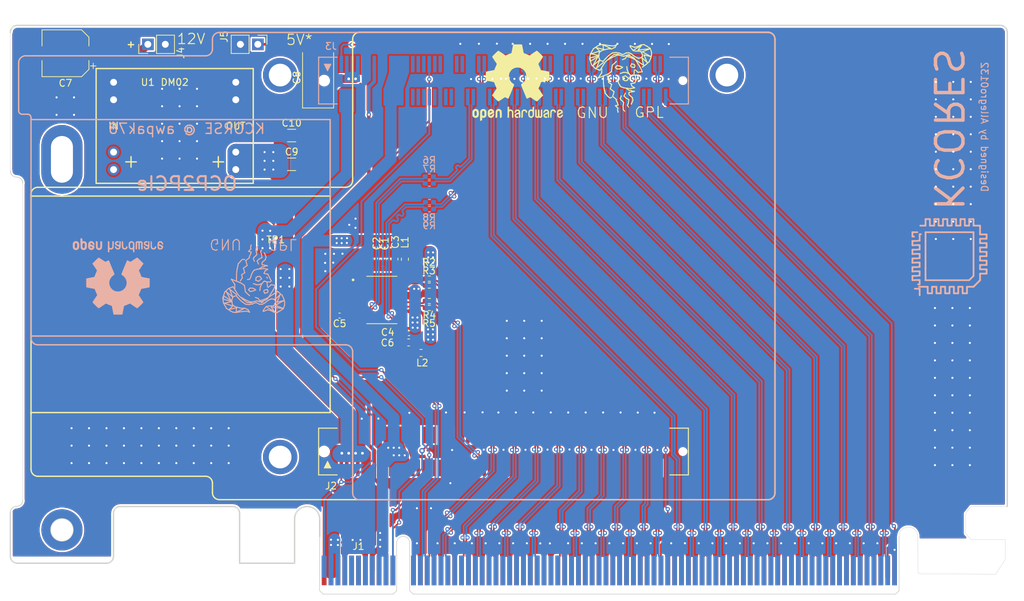
<source format=kicad_pcb>
(kicad_pcb (version 20171130) (host pcbnew "(5.1.9)-1")
  (layers (0 F.Cu mixed) (31 B.Cu signal) (34 B.Paste user) (35 F.Paste user) (36 B.SilkS user) (37 F.SilkS user) (38 B.Mask user) (39 F.Mask user) (44 Edge.Cuts user))
  (net 0 "")
  (net 1 "Net-(J2-Pad23)")
  (net 2 "Net-(J2-Pad22)")
  (net 3 "Net-(J2-Pad16)")
  (net 4 "Net-(J2-Pad15)")
  (net 5 "Net-(J2-Pad14)")
  (net 6 "Net-(J2-Pad80)")
  (net 7 "Net-(J2-Pad78)")
  (net 8 "Net-(J2-Pad76)")
  (net 9 "Net-(J2-Pad75)")
  (net 10 "Net-(J2-Pad74)")
  (net 11 "Net-(J1-PadA32)")
  (net 12 "Net-(J1-PadA19)")
  (net 13 "Net-(J1-PadB30)")
  (net 14 +12V)
  (net 15 GND)
  (net 16 +3V3)
  (net 17 "Net-(J1-PadB9)")
  (net 18 3V3AUX)
  (net 19 WAKE)
  (net 20 "Net-(J1-PadB17)")
  (net 21 "Net-(J1-PadB12)")
  (net 22 "Net-(J1-PadA5)")
  (net 23 "Net-(J1-PadA6)")
  (net 24 "Net-(J1-PadA7)")
  (net 25 "Net-(J1-PadA8)")
  (net 26 PERST)
  (net 27 REFCLK-)
  (net 28 REFCLK+)
  (net 29 "Net-(J2-Pad81)")
  (net 30 HSO3_N)
  (net 31 HSO3_P)
  (net 32 HSO2_N)
  (net 33 HSO2_P)
  (net 34 HSO1_N)
  (net 35 HSO1_P)
  (net 36 HSO0_P)
  (net 37 HSO0_N)
  (net 38 HSI3_N)
  (net 39 HSI3_P)
  (net 40 HSI2_N)
  (net 41 HSI2_P)
  (net 42 HSI1_N)
  (net 43 HSI1_P)
  (net 44 HSI0_P)
  (net 45 HSI0_N)
  (net 46 PRSNT1)
  (net 47 P5V_AUX)
  (net 48 3V3_A)
  (net 49 3V3_D)
  (net 50 HSI7_N)
  (net 51 HSI7_P)
  (net 52 HSI6_N)
  (net 53 HSI6_P)
  (net 54 "Net-(J1-PadB31)")
  (net 55 HSO4_P)
  (net 56 HSO4_N)
  (net 57 HSO5_P)
  (net 58 HSO5_N)
  (net 59 HSO6_P)
  (net 60 HSO6_N)
  (net 61 HSO7_P)
  (net 62 HSO7_N)
  (net 63 "Net-(J1-PadA33)")
  (net 64 HSI4_P)
  (net 65 HSI4_N)
  (net 66 HSI5_P)
  (net 67 HSI5_N)
  (net 68 REFCLK0-)
  (net 69 REFCLK0+)
  (net 70 REFCLK1-)
  (net 71 REFCLK1+)
  (net 72 DIF0_N)
  (net 73 DIF0_P)
  (net 74 DIF1_N)
  (net 75 DIF1_P)
  (net 76 "Net-(J1-PadB6)")
  (net 77 "Net-(J1-PadB5)")
  (net 78 "Net-(J2-Pad19)")
  (net 79 "Net-(J2-Pad18)")
  (net 80 HSI15_N)
  (net 81 HSI15_P)
  (net 82 HSI14_N)
  (net 83 HSI14_P)
  (net 84 HSI13_N)
  (net 85 HSI13_P)
  (net 86 HSI12_N)
  (net 87 HSI12_P)
  (net 88 HSI11_N)
  (net 89 HSI11_P)
  (net 90 HSI10_N)
  (net 91 HSI10_P)
  (net 92 HSI9_N)
  (net 93 HSI9_P)
  (net 94 HSI8_N)
  (net 95 HSI8_P)
  (net 96 PRSNT2B)
  (net 97 HSO15_N)
  (net 98 HSO15_P)
  (net 99 HSO14_N)
  (net 100 HSO14_P)
  (net 101 HSO13_N)
  (net 102 HSO13_P)
  (net 103 HSO12_N)
  (net 104 HSO12_P)
  (net 105 HSO11_N)
  (net 106 HSO11_P)
  (net 107 HSO10_N)
  (net 108 HSO10_P)
  (net 109 HSO9_N)
  (net 110 HSO9_P)
  (net 111 HSO8_N)
  (net 112 HSO8_P)
  (net 113 PRSNT2A)
  (net 114 REFCLK2-)
  (net 115 REFCLK2+)
  (net 116 "Net-(J3-Pad81)")
  (net 117 "Net-(J3-Pad80)")
  (net 118 "Net-(J3-Pad78)")
  (net 119 "Net-(J3-Pad76)")
  (net 120 "Net-(J3-Pad75)")
  (net 121 "Net-(J3-Pad74)")
  (net 122 REFCLK3-)
  (net 123 REFCLK3+)
  (net 124 "Net-(J3-Pad23)")
  (net 125 "Net-(J3-Pad22)")
  (net 126 "Net-(J3-Pad19)")
  (net 127 "Net-(J3-Pad18)")
  (net 128 "Net-(J3-Pad16)")
  (net 129 "Net-(J3-Pad15)")
  (net 130 "Net-(J3-Pad14)")
  (net 131 DIF2_N)
  (net 132 DIF2_P)
  (net 133 DIF3_N)
  (net 134 DIF3_P)
  (module Connector_Wire:SolderWirePad_1x01_Drill0.8mm (layer F.Cu) (at 95.5 70.739)
    (fp_text reference REF** hide)
    (fp_text value "" hide)
    (pad 1 thru_hole oval (at 0 0) (size 6 10) (drill oval 3.2 6.8) (layers *.Cu *.Mask))
  )
  (module Connector_Wire:SolderWirePad_1x01_Drill0.8mm (layer F.Cu) (at 95.5 124.650001)
    (fp_text reference REF** hide)
    (fp_text value "" hide)
    (pad 1 thru_hole circle (at 0 0) (size 6 6) (drill 3.2) (layers *.Cu *.Mask))
  )
  (module Symbol:OSHW-Logo2_14.6x12mm_SilkScreen (layer F.Cu) (at 161.798 59.563)
    (fp_text reference REF** hide)
    (fp_text value OSHW-Logo2_14.6x12mm_SilkScreen hide)
  )
  (module Symbol:Symbol_GNU-Logo_SilkscreenTop (layer F.Cu) (at 177.038 57.785)
    (fp_text reference REF** hide)
    (fp_text value Symbol_GNU-Logo_SilkscreenTop)
  )
  (module FCI_61082:OCP_Mezz_V2.0 (layer F.Cu) (at 133.65 113.25)
    (fp_text reference J2 (at 1 5) (layer F.SilkS))
    (fp_text value Conn_02x40_Top_Bottom)
    (pad 120 smd rect (at 49.7 -2.4) (size 0.5 2.4) (layers F.Cu F.Paste F.Mask) (net 113 PRSNT2A))
    (pad 119 smd rect (at 48.9 -2.4) (size 0.5 2.4) (layers F.Cu F.Paste F.Mask) (net 15 GND))
    (pad 118 smd rect (at 48.1 -2.4) (size 0.5 2.4) (layers F.Cu F.Paste F.Mask) (net 15 GND))
    (pad 117 smd rect (at 47.3 -2.4) (size 0.5 2.4) (layers F.Cu F.Paste F.Mask) (net 62 HSO7_N))
    (pad 116 smd rect (at 46.5 -2.4) (size 0.5 2.4) (layers F.Cu F.Paste F.Mask) (net 61 HSO7_P))
    (pad 115 smd rect (at 45.7 -2.4) (size 0.5 2.4) (layers F.Cu F.Paste F.Mask) (net 15 GND))
    (pad 114 smd rect (at 44.9 -2.4) (size 0.5 2.4) (layers F.Cu F.Paste F.Mask) (net 15 GND))
    (pad 113 smd rect (at 44.1 -2.4) (size 0.5 2.4) (layers F.Cu F.Paste F.Mask) (net 60 HSO6_N))
    (pad 112 smd rect (at 43.3 -2.4) (size 0.5 2.4) (layers F.Cu F.Paste F.Mask) (net 59 HSO6_P))
    (pad 111 smd rect (at 42.5 -2.4) (size 0.5 2.4) (layers F.Cu F.Paste F.Mask) (net 15 GND))
    (pad 110 smd rect (at 41.7 -2.4) (size 0.5 2.4) (layers F.Cu F.Paste F.Mask) (net 15 GND))
    (pad 109 smd rect (at 40.9 -2.4) (size 0.5 2.4) (layers F.Cu F.Paste F.Mask) (net 58 HSO5_N))
    (pad 108 smd rect (at 40.1 -2.4) (size 0.5 2.4) (layers F.Cu F.Paste F.Mask) (net 57 HSO5_P))
    (pad 107 smd rect (at 39.3 -2.4) (size 0.5 2.4) (layers F.Cu F.Paste F.Mask) (net 15 GND))
    (pad 106 smd rect (at 38.5 -2.4) (size 0.5 2.4) (layers F.Cu F.Paste F.Mask) (net 15 GND))
    (pad 105 smd rect (at 37.7 -2.4) (size 0.5 2.4) (layers F.Cu F.Paste F.Mask) (net 56 HSO4_N))
    (pad 104 smd rect (at 36.9 -2.4) (size 0.5 2.4) (layers F.Cu F.Paste F.Mask) (net 55 HSO4_P))
    (pad 103 smd rect (at 36.1 -2.4) (size 0.5 2.4) (layers F.Cu F.Paste F.Mask) (net 15 GND))
    (pad 102 smd rect (at 35.3 -2.4) (size 0.5 2.4) (layers F.Cu F.Paste F.Mask) (net 15 GND))
    (pad 101 smd rect (at 34.5 -2.4) (size 0.5 2.4) (layers F.Cu F.Paste F.Mask) (net 30 HSO3_N))
    (pad 100 smd rect (at 33.7 -2.4) (size 0.5 2.4) (layers F.Cu F.Paste F.Mask) (net 31 HSO3_P))
    (pad 99 smd rect (at 32.9 -2.4) (size 0.5 2.4) (layers F.Cu F.Paste F.Mask) (net 15 GND))
    (pad 98 smd rect (at 32.1 -2.4) (size 0.5 2.4) (layers F.Cu F.Paste F.Mask) (net 15 GND))
    (pad 97 smd rect (at 31.3 -2.4) (size 0.5 2.4) (layers F.Cu F.Paste F.Mask) (net 32 HSO2_N))
    (pad 96 smd rect (at 30.5 -2.4) (size 0.5 2.4) (layers F.Cu F.Paste F.Mask) (net 33 HSO2_P))
    (pad 95 smd rect (at 29.7 -2.4) (size 0.5 2.4) (layers F.Cu F.Paste F.Mask) (net 15 GND))
    (pad 94 smd rect (at 28.9 -2.4) (size 0.5 2.4) (layers F.Cu F.Paste F.Mask) (net 15 GND))
    (pad 93 smd rect (at 28.1 -2.4) (size 0.5 2.4) (layers F.Cu F.Paste F.Mask) (net 34 HSO1_N))
    (pad 92 smd rect (at 27.3 -2.4) (size 0.5 2.4) (layers F.Cu F.Paste F.Mask) (net 35 HSO1_P))
    (pad 91 smd rect (at 26.5 -2.4) (size 0.5 2.4) (layers F.Cu F.Paste F.Mask) (net 15 GND))
    (pad 90 smd rect (at 25.7 -2.4) (size 0.5 2.4) (layers F.Cu F.Paste F.Mask) (net 15 GND))
    (pad 89 smd rect (at 24.9 -2.4) (size 0.5 2.4) (layers F.Cu F.Paste F.Mask) (net 37 HSO0_N))
    (pad 88 smd rect (at 24.1 -2.4) (size 0.5 2.4) (layers F.Cu F.Paste F.Mask) (net 36 HSO0_P))
    (pad 87 smd rect (at 23.3 -2.4) (size 0.5 2.4) (layers F.Cu F.Paste F.Mask) (net 15 GND))
    (pad 86 smd rect (at 22.5 -2.4) (size 0.5 2.4) (layers F.Cu F.Paste F.Mask) (net 15 GND))
    (pad 85 smd rect (at 21.7 -2.4) (size 0.5 2.4) (layers F.Cu F.Paste F.Mask) (net 68 REFCLK0-))
    (pad 84 smd rect (at 20.9 -2.4) (size 0.5 2.4) (layers F.Cu F.Paste F.Mask) (net 69 REFCLK0+))
    (pad 83 smd rect (at 20.1 -2.4) (size 0.5 2.4) (layers F.Cu F.Paste F.Mask) (net 15 GND))
    (pad 82 smd rect (at 19.3 -2.4) (size 0.5 2.4) (layers F.Cu F.Paste F.Mask) (net 15 GND))
    (pad 81 smd rect (at 18.5 -2.4) (size 0.5 2.4) (layers F.Cu F.Paste F.Mask) (net 29 "Net-(J2-Pad81)"))
    (pad 80 smd rect (at 17.7 -2.4) (size 0.5 2.4) (layers F.Cu F.Paste F.Mask) (net 6 "Net-(J2-Pad80)"))
    (pad 79 smd rect (at 16.9 -2.4) (size 0.5 2.4) (layers F.Cu F.Paste F.Mask) (net 15 GND))
    (pad 78 smd rect (at 16.1 -2.4) (size 0.5 2.4) (layers F.Cu F.Paste F.Mask) (net 7 "Net-(J2-Pad78)"))
    (pad 77 smd rect (at 15.3 -2.4) (size 0.5 2.4) (layers F.Cu F.Paste F.Mask) (net 19 WAKE))
    (pad 76 smd rect (at 14.5 -2.4) (size 0.5 2.4) (layers F.Cu F.Paste F.Mask) (net 8 "Net-(J2-Pad76)"))
    (pad 75 smd rect (at 13.7 -2.4) (size 0.5 2.4) (layers F.Cu F.Paste F.Mask) (net 9 "Net-(J2-Pad75)"))
    (pad 74 smd rect (at 12.9 -2.4) (size 0.5 2.4) (layers F.Cu F.Paste F.Mask) (net 10 "Net-(J2-Pad74)"))
    (pad 73 smd rect (at 12.1 -2.4) (size 0.5 2.4) (layers F.Cu F.Paste F.Mask) (net 15 GND))
    (pad 72 smd rect (at 11.3 -2.4) (size 0.5 2.4) (layers F.Cu F.Paste F.Mask) (net 16 +3V3))
    (pad 71 smd rect (at 10.5 -2.4) (size 0.5 2.4) (layers F.Cu F.Paste F.Mask) (net 16 +3V3))
    (pad 70 smd rect (at 9.7 -2.4) (size 0.5 2.4) (layers F.Cu F.Paste F.Mask) (net 16 +3V3))
    (pad 69 smd rect (at 8.9 -2.4) (size 0.5 2.4) (layers F.Cu F.Paste F.Mask) (net 16 +3V3))
    (pad 68 smd rect (at 8.1 -2.4) (size 0.5 2.4) (layers F.Cu F.Paste F.Mask) (net 15 GND))
    (pad 67 smd rect (at 7.3 -2.4) (size 0.5 2.4) (layers F.Cu F.Paste F.Mask) (net 15 GND))
    (pad 66 smd rect (at 6.5 -2.4) (size 0.5 2.4) (layers F.Cu F.Paste F.Mask) (net 18 3V3AUX))
    (pad 65 smd rect (at 5.7 -2.4) (size 0.5 2.4) (layers F.Cu F.Paste F.Mask) (net 15 GND))
    (pad 64 smd rect (at 4.9 -2.4) (size 0.5 2.4) (layers F.Cu F.Paste F.Mask) (net 15 GND))
    (pad 63 smd rect (at 4.1 -2.4) (size 0.5 2.4) (layers F.Cu F.Paste F.Mask) (net 14 +12V))
    (pad 62 smd rect (at 3.3 -2.4) (size 0.5 2.4) (layers F.Cu F.Paste F.Mask) (net 14 +12V))
    (pad 61 smd rect (at 2.5 -2.4) (size 0.5 2.4) (layers F.Cu F.Paste F.Mask) (net 14 +12V))
    (pad 60 smd rect (at 49.7 2.4) (size 0.5 2.4) (layers F.Cu F.Paste F.Mask) (net 15 GND))
    (pad 59 smd rect (at 48.9 2.4) (size 0.5 2.4) (layers F.Cu F.Paste F.Mask) (net 50 HSI7_N))
    (pad 58 smd rect (at 48.1 2.4) (size 0.5 2.4) (layers F.Cu F.Paste F.Mask) (net 51 HSI7_P))
    (pad 57 smd rect (at 47.3 2.4) (size 0.5 2.4) (layers F.Cu F.Paste F.Mask) (net 15 GND))
    (pad 56 smd rect (at 46.5 2.4) (size 0.5 2.4) (layers F.Cu F.Paste F.Mask) (net 15 GND))
    (pad 55 smd rect (at 45.7 2.4) (size 0.5 2.4) (layers F.Cu F.Paste F.Mask) (net 52 HSI6_N))
    (pad 54 smd rect (at 44.9 2.4) (size 0.5 2.4) (layers F.Cu F.Paste F.Mask) (net 53 HSI6_P))
    (pad 53 smd rect (at 44.1 2.4) (size 0.5 2.4) (layers F.Cu F.Paste F.Mask) (net 15 GND))
    (pad 52 smd rect (at 43.3 2.4) (size 0.5 2.4) (layers F.Cu F.Paste F.Mask) (net 15 GND))
    (pad 51 smd rect (at 42.5 2.4) (size 0.5 2.4) (layers F.Cu F.Paste F.Mask) (net 67 HSI5_N))
    (pad 50 smd rect (at 41.7 2.4) (size 0.5 2.4) (layers F.Cu F.Paste F.Mask) (net 66 HSI5_P))
    (pad 49 smd rect (at 40.9 2.4) (size 0.5 2.4) (layers F.Cu F.Paste F.Mask) (net 15 GND))
    (pad 48 smd rect (at 40.1 2.4) (size 0.5 2.4) (layers F.Cu F.Paste F.Mask) (net 15 GND))
    (pad 47 smd rect (at 39.3 2.4) (size 0.5 2.4) (layers F.Cu F.Paste F.Mask) (net 65 HSI4_N))
    (pad 46 smd rect (at 38.5 2.4) (size 0.5 2.4) (layers F.Cu F.Paste F.Mask) (net 64 HSI4_P))
    (pad 45 smd rect (at 37.7 2.4) (size 0.5 2.4) (layers F.Cu F.Paste F.Mask) (net 15 GND))
    (pad 44 smd rect (at 36.9 2.4) (size 0.5 2.4) (layers F.Cu F.Paste F.Mask) (net 15 GND))
    (pad 43 smd rect (at 36.1 2.4) (size 0.5 2.4) (layers F.Cu F.Paste F.Mask) (net 38 HSI3_N))
    (pad 42 smd rect (at 35.3 2.4) (size 0.5 2.4) (layers F.Cu F.Paste F.Mask) (net 39 HSI3_P))
    (pad 41 smd rect (at 34.5 2.4) (size 0.5 2.4) (layers F.Cu F.Paste F.Mask) (net 15 GND))
    (pad 40 smd rect (at 33.7 2.4) (size 0.5 2.4) (layers F.Cu F.Paste F.Mask) (net 15 GND))
    (pad 39 smd rect (at 32.9 2.4) (size 0.5 2.4) (layers F.Cu F.Paste F.Mask) (net 40 HSI2_N))
    (pad 38 smd rect (at 32.1 2.4) (size 0.5 2.4) (layers F.Cu F.Paste F.Mask) (net 41 HSI2_P))
    (pad 37 smd rect (at 31.3 2.4) (size 0.5 2.4) (layers F.Cu F.Paste F.Mask) (net 15 GND))
    (pad 36 smd rect (at 30.5 2.4) (size 0.5 2.4) (layers F.Cu F.Paste F.Mask) (net 15 GND))
    (pad 35 smd rect (at 29.7 2.4) (size 0.5 2.4) (layers F.Cu F.Paste F.Mask) (net 42 HSI1_N))
    (pad 34 smd rect (at 28.9 2.4) (size 0.5 2.4) (layers F.Cu F.Paste F.Mask) (net 43 HSI1_P))
    (pad 33 smd rect (at 28.1 2.4) (size 0.5 2.4) (layers F.Cu F.Paste F.Mask) (net 15 GND))
    (pad 32 smd rect (at 27.3 2.4) (size 0.5 2.4) (layers F.Cu F.Paste F.Mask) (net 15 GND))
    (pad 31 smd rect (at 26.5 2.4) (size 0.5 2.4) (layers F.Cu F.Paste F.Mask) (net 45 HSI0_N))
    (pad 30 smd rect (at 25.7 2.4) (size 0.5 2.4) (layers F.Cu F.Paste F.Mask) (net 44 HSI0_P))
    (pad 29 smd rect (at 24.9 2.4) (size 0.5 2.4) (layers F.Cu F.Paste F.Mask) (net 15 GND))
    (pad 28 smd rect (at 24.1 2.4) (size 0.5 2.4) (layers F.Cu F.Paste F.Mask) (net 15 GND))
    (pad 27 smd rect (at 23.3 2.4) (size 0.5 2.4) (layers F.Cu F.Paste F.Mask) (net 70 REFCLK1-))
    (pad 26 smd rect (at 22.5 2.4) (size 0.5 2.4) (layers F.Cu F.Paste F.Mask) (net 71 REFCLK1+))
    (pad 25 smd rect (at 21.7 2.4) (size 0.5 2.4) (layers F.Cu F.Paste F.Mask) (net 15 GND))
    (pad 24 smd rect (at 20.9 2.4) (size 0.5 2.4) (layers F.Cu F.Paste F.Mask) (net 15 GND))
    (pad 23 smd rect (at 20.1 2.4) (size 0.5 2.4) (layers F.Cu F.Paste F.Mask) (net 1 "Net-(J2-Pad23)"))
    (pad 22 smd rect (at 19.3 2.4) (size 0.5 2.4) (layers F.Cu F.Paste F.Mask) (net 2 "Net-(J2-Pad22)"))
    (pad 21 smd rect (at 18.5 2.4) (size 0.5 2.4) (layers F.Cu F.Paste F.Mask) (net 15 GND))
    (pad 20 smd rect (at 17.7 2.4) (size 0.5 2.4) (layers F.Cu F.Paste F.Mask) (net 15 GND))
    (pad 19 smd rect (at 16.9 2.4) (size 0.5 2.4) (layers F.Cu F.Paste F.Mask) (net 78 "Net-(J2-Pad19)"))
    (pad 18 smd rect (at 16.1 2.4) (size 0.5 2.4) (layers F.Cu F.Paste F.Mask) (net 79 "Net-(J2-Pad18)"))
    (pad 17 smd rect (at 15.3 2.4) (size 0.5 2.4) (layers F.Cu F.Paste F.Mask) (net 26 PERST))
    (pad 16 smd rect (at 14.5 2.4) (size 0.5 2.4) (layers F.Cu F.Paste F.Mask) (net 3 "Net-(J2-Pad16)"))
    (pad 15 smd rect (at 13.7 2.4) (size 0.5 2.4) (layers F.Cu F.Paste F.Mask) (net 4 "Net-(J2-Pad15)"))
    (pad 14 smd rect (at 12.9 2.4) (size 0.5 2.4) (layers F.Cu F.Paste F.Mask) (net 5 "Net-(J2-Pad14)"))
    (pad 13 smd rect (at 12.1 2.4) (size 0.5 2.4) (layers F.Cu F.Paste F.Mask) (net 16 +3V3))
    (pad 12 smd rect (at 11.3 2.4) (size 0.5 2.4) (layers F.Cu F.Paste F.Mask) (net 16 +3V3))
    (pad 11 smd rect (at 10.5 2.4) (size 0.5 2.4) (layers F.Cu F.Paste F.Mask) (net 16 +3V3))
    (pad 10 smd rect (at 9.7 2.4) (size 0.5 2.4) (layers F.Cu F.Paste F.Mask) (net 16 +3V3))
    (pad 9 smd rect (at 8.9 2.4) (size 0.5 2.4) (layers F.Cu F.Paste F.Mask) (net 15 GND))
    (pad 8 smd rect (at 8.1 2.4) (size 0.5 2.4) (layers F.Cu F.Paste F.Mask) (net 15 GND))
    (pad 7 smd rect (at 7.3 2.4) (size 0.5 2.4) (layers F.Cu F.Paste F.Mask) (net 18 3V3AUX))
    (pad 6 smd rect (at 6.5 2.4) (size 0.5 2.4) (layers F.Cu F.Paste F.Mask) (net 15 GND))
    (pad 5 smd rect (at 5.7 2.4) (size 0.5 2.4) (layers F.Cu F.Paste F.Mask) (net 15 GND))
    (pad 4 smd rect (at 4.9 2.4) (size 0.5 2.4) (layers F.Cu F.Paste F.Mask) (net 47 P5V_AUX))
    (pad 3 smd rect (at 4.1 2.4) (size 0.5 2.4) (layers F.Cu F.Paste F.Mask) (net 47 P5V_AUX))
    (pad 2 smd rect (at 3.3 2.4) (size 0.5 2.4) (layers F.Cu F.Paste F.Mask) (net 47 P5V_AUX))
    (pad 1 smd rect (at 2.5 2.4) (size 0.5 2.4) (layers F.Cu F.Paste F.Mask) (net 46 PRSNT1))
    (pad "" np_thru_hole circle (at 0 0) (size 1.2 1.2) (drill 1.2) (layers *.Cu *.Mask))
    (pad "" np_thru_hole circle (at 52.2 0) (size 0.8 0.8) (drill 0.8) (layers *.Cu *.Mask))
    (pad "" thru_hole circle (at -6.4 0.8) (size 5 5) (drill 3.3) (layers *.Cu *.Mask))
  )
  (module FCI_61082:OCP_Mezz_V2.0 (layer B.Cu) (at 133.65 59.275)
    (fp_text reference J3 (at 1 -5) (layer B.SilkS) (effects (justify mirror)))
    (fp_text value Conn_02x40_Top_Bottom)
    (fp_text user OCP2PCIe (at -20 15) (layer B.SilkS) (effects (font (size 2 2) (thickness 0.3)) (justify mirror)))
    (fp_text user "KCORSE @ awpak78" (at -20 7) (layer B.SilkS) (effects (font (size 1.5 1.5) (thickness 0.2)) (justify mirror)))
    (pad 120 smd rect (at 49.7 2.4) (size 0.5 2.4) (layers B.Cu B.Paste B.Mask) (net 96 PRSNT2B))
    (pad 119 smd rect (at 48.9 2.4) (size 0.5 2.4) (layers B.Cu B.Paste B.Mask) (net 15 GND))
    (pad 118 smd rect (at 48.1 2.4) (size 0.5 2.4) (layers B.Cu B.Paste B.Mask) (net 15 GND))
    (pad 117 smd rect (at 47.3 2.4) (size 0.5 2.4) (layers B.Cu B.Paste B.Mask) (net 97 HSO15_N))
    (pad 116 smd rect (at 46.5 2.4) (size 0.5 2.4) (layers B.Cu B.Paste B.Mask) (net 98 HSO15_P))
    (pad 115 smd rect (at 45.7 2.4) (size 0.5 2.4) (layers B.Cu B.Paste B.Mask) (net 15 GND))
    (pad 114 smd rect (at 44.9 2.4) (size 0.5 2.4) (layers B.Cu B.Paste B.Mask) (net 15 GND))
    (pad 113 smd rect (at 44.1 2.4) (size 0.5 2.4) (layers B.Cu B.Paste B.Mask) (net 99 HSO14_N))
    (pad 112 smd rect (at 43.3 2.4) (size 0.5 2.4) (layers B.Cu B.Paste B.Mask) (net 100 HSO14_P))
    (pad 111 smd rect (at 42.5 2.4) (size 0.5 2.4) (layers B.Cu B.Paste B.Mask) (net 15 GND))
    (pad 110 smd rect (at 41.7 2.4) (size 0.5 2.4) (layers B.Cu B.Paste B.Mask) (net 15 GND))
    (pad 109 smd rect (at 40.9 2.4) (size 0.5 2.4) (layers B.Cu B.Paste B.Mask) (net 101 HSO13_N))
    (pad 108 smd rect (at 40.1 2.4) (size 0.5 2.4) (layers B.Cu B.Paste B.Mask) (net 102 HSO13_P))
    (pad 107 smd rect (at 39.3 2.4) (size 0.5 2.4) (layers B.Cu B.Paste B.Mask) (net 15 GND))
    (pad 106 smd rect (at 38.5 2.4) (size 0.5 2.4) (layers B.Cu B.Paste B.Mask) (net 15 GND))
    (pad 105 smd rect (at 37.7 2.4) (size 0.5 2.4) (layers B.Cu B.Paste B.Mask) (net 103 HSO12_N))
    (pad 104 smd rect (at 36.9 2.4) (size 0.5 2.4) (layers B.Cu B.Paste B.Mask) (net 104 HSO12_P))
    (pad 103 smd rect (at 36.1 2.4) (size 0.5 2.4) (layers B.Cu B.Paste B.Mask) (net 15 GND))
    (pad 102 smd rect (at 35.3 2.4) (size 0.5 2.4) (layers B.Cu B.Paste B.Mask) (net 15 GND))
    (pad 101 smd rect (at 34.5 2.4) (size 0.5 2.4) (layers B.Cu B.Paste B.Mask) (net 105 HSO11_N))
    (pad 100 smd rect (at 33.7 2.4) (size 0.5 2.4) (layers B.Cu B.Paste B.Mask) (net 106 HSO11_P))
    (pad 99 smd rect (at 32.9 2.4) (size 0.5 2.4) (layers B.Cu B.Paste B.Mask) (net 15 GND))
    (pad 98 smd rect (at 32.1 2.4) (size 0.5 2.4) (layers B.Cu B.Paste B.Mask) (net 15 GND))
    (pad 97 smd rect (at 31.3 2.4) (size 0.5 2.4) (layers B.Cu B.Paste B.Mask) (net 107 HSO10_N))
    (pad 96 smd rect (at 30.5 2.4) (size 0.5 2.4) (layers B.Cu B.Paste B.Mask) (net 108 HSO10_P))
    (pad 95 smd rect (at 29.7 2.4) (size 0.5 2.4) (layers B.Cu B.Paste B.Mask) (net 15 GND))
    (pad 94 smd rect (at 28.9 2.4) (size 0.5 2.4) (layers B.Cu B.Paste B.Mask) (net 15 GND))
    (pad 93 smd rect (at 28.1 2.4) (size 0.5 2.4) (layers B.Cu B.Paste B.Mask) (net 109 HSO9_N))
    (pad 92 smd rect (at 27.3 2.4) (size 0.5 2.4) (layers B.Cu B.Paste B.Mask) (net 110 HSO9_P))
    (pad 91 smd rect (at 26.5 2.4) (size 0.5 2.4) (layers B.Cu B.Paste B.Mask) (net 15 GND))
    (pad 90 smd rect (at 25.7 2.4) (size 0.5 2.4) (layers B.Cu B.Paste B.Mask) (net 15 GND))
    (pad 89 smd rect (at 24.9 2.4) (size 0.5 2.4) (layers B.Cu B.Paste B.Mask) (net 111 HSO8_N))
    (pad 88 smd rect (at 24.1 2.4) (size 0.5 2.4) (layers B.Cu B.Paste B.Mask) (net 112 HSO8_P))
    (pad 87 smd rect (at 23.3 2.4) (size 0.5 2.4) (layers B.Cu B.Paste B.Mask) (net 15 GND))
    (pad 86 smd rect (at 22.5 2.4) (size 0.5 2.4) (layers B.Cu B.Paste B.Mask) (net 15 GND))
    (pad 85 smd rect (at 21.7 2.4) (size 0.5 2.4) (layers B.Cu B.Paste B.Mask) (net 114 REFCLK2-))
    (pad 84 smd rect (at 20.9 2.4) (size 0.5 2.4) (layers B.Cu B.Paste B.Mask) (net 115 REFCLK2+))
    (pad 83 smd rect (at 20.1 2.4) (size 0.5 2.4) (layers B.Cu B.Paste B.Mask) (net 15 GND))
    (pad 82 smd rect (at 19.3 2.4) (size 0.5 2.4) (layers B.Cu B.Paste B.Mask) (net 15 GND))
    (pad 81 smd rect (at 18.5 2.4) (size 0.5 2.4) (layers B.Cu B.Paste B.Mask) (net 116 "Net-(J3-Pad81)"))
    (pad 80 smd rect (at 17.7 2.4) (size 0.5 2.4) (layers B.Cu B.Paste B.Mask) (net 117 "Net-(J3-Pad80)"))
    (pad 79 smd rect (at 16.9 2.4) (size 0.5 2.4) (layers B.Cu B.Paste B.Mask) (net 15 GND))
    (pad 78 smd rect (at 16.1 2.4) (size 0.5 2.4) (layers B.Cu B.Paste B.Mask) (net 118 "Net-(J3-Pad78)"))
    (pad 77 smd rect (at 15.3 2.4) (size 0.5 2.4) (layers B.Cu B.Paste B.Mask) (net 19 WAKE))
    (pad 76 smd rect (at 14.5 2.4) (size 0.5 2.4) (layers B.Cu B.Paste B.Mask) (net 119 "Net-(J3-Pad76)"))
    (pad 75 smd rect (at 13.7 2.4) (size 0.5 2.4) (layers B.Cu B.Paste B.Mask) (net 120 "Net-(J3-Pad75)"))
    (pad 74 smd rect (at 12.9 2.4) (size 0.5 2.4) (layers B.Cu B.Paste B.Mask) (net 121 "Net-(J3-Pad74)"))
    (pad 73 smd rect (at 12.1 2.4) (size 0.5 2.4) (layers B.Cu B.Paste B.Mask) (net 15 GND))
    (pad 72 smd rect (at 11.3 2.4) (size 0.5 2.4) (layers B.Cu B.Paste B.Mask) (net 16 +3V3))
    (pad 71 smd rect (at 10.5 2.4) (size 0.5 2.4) (layers B.Cu B.Paste B.Mask) (net 16 +3V3))
    (pad 70 smd rect (at 9.7 2.4) (size 0.5 2.4) (layers B.Cu B.Paste B.Mask) (net 16 +3V3))
    (pad 69 smd rect (at 8.9 2.4) (size 0.5 2.4) (layers B.Cu B.Paste B.Mask) (net 16 +3V3))
    (pad 68 smd rect (at 8.1 2.4) (size 0.5 2.4) (layers B.Cu B.Paste B.Mask) (net 15 GND))
    (pad 67 smd rect (at 7.3 2.4) (size 0.5 2.4) (layers B.Cu B.Paste B.Mask) (net 15 GND))
    (pad 66 smd rect (at 6.5 2.4) (size 0.5 2.4) (layers B.Cu B.Paste B.Mask) (net 18 3V3AUX))
    (pad 65 smd rect (at 5.7 2.4) (size 0.5 2.4) (layers B.Cu B.Paste B.Mask) (net 15 GND))
    (pad 64 smd rect (at 4.9 2.4) (size 0.5 2.4) (layers B.Cu B.Paste B.Mask) (net 15 GND))
    (pad 63 smd rect (at 4.1 2.4) (size 0.5 2.4) (layers B.Cu B.Paste B.Mask) (net 14 +12V))
    (pad 62 smd rect (at 3.3 2.4) (size 0.5 2.4) (layers B.Cu B.Paste B.Mask) (net 14 +12V))
    (pad 61 smd rect (at 2.5 2.4) (size 0.5 2.4) (layers B.Cu B.Paste B.Mask) (net 14 +12V))
    (pad 60 smd rect (at 49.7 -2.4) (size 0.5 2.4) (layers B.Cu B.Paste B.Mask) (net 15 GND))
    (pad 59 smd rect (at 48.9 -2.4) (size 0.5 2.4) (layers B.Cu B.Paste B.Mask) (net 80 HSI15_N))
    (pad 58 smd rect (at 48.1 -2.4) (size 0.5 2.4) (layers B.Cu B.Paste B.Mask) (net 81 HSI15_P))
    (pad 57 smd rect (at 47.3 -2.4) (size 0.5 2.4) (layers B.Cu B.Paste B.Mask) (net 15 GND))
    (pad 56 smd rect (at 46.5 -2.4) (size 0.5 2.4) (layers B.Cu B.Paste B.Mask) (net 15 GND))
    (pad 55 smd rect (at 45.7 -2.4) (size 0.5 2.4) (layers B.Cu B.Paste B.Mask) (net 82 HSI14_N))
    (pad 54 smd rect (at 44.9 -2.4) (size 0.5 2.4) (layers B.Cu B.Paste B.Mask) (net 83 HSI14_P))
    (pad 53 smd rect (at 44.1 -2.4) (size 0.5 2.4) (layers B.Cu B.Paste B.Mask) (net 15 GND))
    (pad 52 smd rect (at 43.3 -2.4) (size 0.5 2.4) (layers B.Cu B.Paste B.Mask) (net 15 GND))
    (pad 51 smd rect (at 42.5 -2.4) (size 0.5 2.4) (layers B.Cu B.Paste B.Mask) (net 84 HSI13_N))
    (pad 50 smd rect (at 41.7 -2.4) (size 0.5 2.4) (layers B.Cu B.Paste B.Mask) (net 85 HSI13_P))
    (pad 49 smd rect (at 40.9 -2.4) (size 0.5 2.4) (layers B.Cu B.Paste B.Mask) (net 15 GND))
    (pad 48 smd rect (at 40.1 -2.4) (size 0.5 2.4) (layers B.Cu B.Paste B.Mask) (net 15 GND))
    (pad 47 smd rect (at 39.3 -2.4) (size 0.5 2.4) (layers B.Cu B.Paste B.Mask) (net 86 HSI12_N))
    (pad 46 smd rect (at 38.5 -2.4) (size 0.5 2.4) (layers B.Cu B.Paste B.Mask) (net 87 HSI12_P))
    (pad 45 smd rect (at 37.7 -2.4) (size 0.5 2.4) (layers B.Cu B.Paste B.Mask) (net 15 GND))
    (pad 44 smd rect (at 36.9 -2.4) (size 0.5 2.4) (layers B.Cu B.Paste B.Mask) (net 15 GND))
    (pad 43 smd rect (at 36.1 -2.4) (size 0.5 2.4) (layers B.Cu B.Paste B.Mask) (net 88 HSI11_N))
    (pad 42 smd rect (at 35.3 -2.4) (size 0.5 2.4) (layers B.Cu B.Paste B.Mask) (net 89 HSI11_P))
    (pad 41 smd rect (at 34.5 -2.4) (size 0.5 2.4) (layers B.Cu B.Paste B.Mask) (net 15 GND))
    (pad 40 smd rect (at 33.7 -2.4) (size 0.5 2.4) (layers B.Cu B.Paste B.Mask) (net 15 GND))
    (pad 39 smd rect (at 32.9 -2.4) (size 0.5 2.4) (layers B.Cu B.Paste B.Mask) (net 90 HSI10_N))
    (pad 38 smd rect (at 32.1 -2.4) (size 0.5 2.4) (layers B.Cu B.Paste B.Mask) (net 91 HSI10_P))
    (pad 37 smd rect (at 31.3 -2.4) (size 0.5 2.4) (layers B.Cu B.Paste B.Mask) (net 15 GND))
    (pad 36 smd rect (at 30.5 -2.4) (size 0.5 2.4) (layers B.Cu B.Paste B.Mask) (net 15 GND))
    (pad 35 smd rect (at 29.7 -2.4) (size 0.5 2.4) (layers B.Cu B.Paste B.Mask) (net 92 HSI9_N))
    (pad 34 smd rect (at 28.9 -2.4) (size 0.5 2.4) (layers B.Cu B.Paste B.Mask) (net 93 HSI9_P))
    (pad 33 smd rect (at 28.1 -2.4) (size 0.5 2.4) (layers B.Cu B.Paste B.Mask) (net 15 GND))
    (pad 32 smd rect (at 27.3 -2.4) (size 0.5 2.4) (layers B.Cu B.Paste B.Mask) (net 15 GND))
    (pad 31 smd rect (at 26.5 -2.4) (size 0.5 2.4) (layers B.Cu B.Paste B.Mask) (net 94 HSI8_N))
    (pad 30 smd rect (at 25.7 -2.4) (size 0.5 2.4) (layers B.Cu B.Paste B.Mask) (net 95 HSI8_P))
    (pad 29 smd rect (at 24.9 -2.4) (size 0.5 2.4) (layers B.Cu B.Paste B.Mask) (net 15 GND))
    (pad 28 smd rect (at 24.1 -2.4) (size 0.5 2.4) (layers B.Cu B.Paste B.Mask) (net 15 GND))
    (pad 27 smd rect (at 23.3 -2.4) (size 0.5 2.4) (layers B.Cu B.Paste B.Mask) (net 122 REFCLK3-))
    (pad 26 smd rect (at 22.5 -2.4) (size 0.5 2.4) (layers B.Cu B.Paste B.Mask) (net 123 REFCLK3+))
    (pad 25 smd rect (at 21.7 -2.4) (size 0.5 2.4) (layers B.Cu B.Paste B.Mask) (net 15 GND))
    (pad 24 smd rect (at 20.9 -2.4) (size 0.5 2.4) (layers B.Cu B.Paste B.Mask) (net 15 GND))
    (pad 23 smd rect (at 20.1 -2.4) (size 0.5 2.4) (layers B.Cu B.Paste B.Mask) (net 124 "Net-(J3-Pad23)"))
    (pad 22 smd rect (at 19.3 -2.4) (size 0.5 2.4) (layers B.Cu B.Paste B.Mask) (net 125 "Net-(J3-Pad22)"))
    (pad 21 smd rect (at 18.5 -2.4) (size 0.5 2.4) (layers B.Cu B.Paste B.Mask) (net 15 GND))
    (pad 20 smd rect (at 17.7 -2.4) (size 0.5 2.4) (layers B.Cu B.Paste B.Mask) (net 15 GND))
    (pad 19 smd rect (at 16.9 -2.4) (size 0.5 2.4) (layers B.Cu B.Paste B.Mask) (net 126 "Net-(J3-Pad19)"))
    (pad 18 smd rect (at 16.1 -2.4) (size 0.5 2.4) (layers B.Cu B.Paste B.Mask) (net 127 "Net-(J3-Pad18)"))
    (pad 17 smd rect (at 15.3 -2.4) (size 0.5 2.4) (layers B.Cu B.Paste B.Mask) (net 26 PERST))
    (pad 16 smd rect (at 14.5 -2.4) (size 0.5 2.4) (layers B.Cu B.Paste B.Mask) (net 128 "Net-(J3-Pad16)"))
    (pad 15 smd rect (at 13.7 -2.4) (size 0.5 2.4) (layers B.Cu B.Paste B.Mask) (net 129 "Net-(J3-Pad15)"))
    (pad 14 smd rect (at 12.9 -2.4) (size 0.5 2.4) (layers B.Cu B.Paste B.Mask) (net 130 "Net-(J3-Pad14)"))
    (pad 13 smd rect (at 12.1 -2.4) (size 0.5 2.4) (layers B.Cu B.Paste B.Mask) (net 16 +3V3))
    (pad 12 smd rect (at 11.3 -2.4) (size 0.5 2.4) (layers B.Cu B.Paste B.Mask) (net 16 +3V3))
    (pad 11 smd rect (at 10.5 -2.4) (size 0.5 2.4) (layers B.Cu B.Paste B.Mask) (net 16 +3V3))
    (pad 10 smd rect (at 9.7 -2.4) (size 0.5 2.4) (layers B.Cu B.Paste B.Mask) (net 16 +3V3))
    (pad 9 smd rect (at 8.9 -2.4) (size 0.5 2.4) (layers B.Cu B.Paste B.Mask) (net 15 GND))
    (pad 8 smd rect (at 8.1 -2.4) (size 0.5 2.4) (layers B.Cu B.Paste B.Mask) (net 15 GND))
    (pad 7 smd rect (at 7.3 -2.4) (size 0.5 2.4) (layers B.Cu B.Paste B.Mask) (net 18 3V3AUX))
    (pad 6 smd rect (at 6.5 -2.4) (size 0.5 2.4) (layers B.Cu B.Paste B.Mask) (net 15 GND))
    (pad 5 smd rect (at 5.7 -2.4) (size 0.5 2.4) (layers B.Cu B.Paste B.Mask) (net 15 GND))
    (pad 4 smd rect (at 4.9 -2.4) (size 0.5 2.4) (layers B.Cu B.Paste B.Mask) (net 47 P5V_AUX))
    (pad 3 smd rect (at 4.1 -2.4) (size 0.5 2.4) (layers B.Cu B.Paste B.Mask) (net 47 P5V_AUX))
    (pad 2 smd rect (at 3.3 -2.4) (size 0.5 2.4) (layers B.Cu B.Paste B.Mask) (net 47 P5V_AUX))
    (pad "" thru_hole circle (at 58.6 -0.8) (size 5 5) (drill 3.3) (layers *.Cu *.Mask))
    (pad 1 smd rect (at 2.5 -2.4) (size 0.5 2.4) (layers B.Cu B.Paste B.Mask) (net 46 PRSNT1))
    (pad "" np_thru_hole circle (at 0 0) (size 1.2 1.2) (drill 1.2) (layers *.Cu *.Mask))
    (pad "" np_thru_hole circle (at 52.2 0) (size 0.8 0.8) (drill 0.8) (layers *.Cu *.Mask))
    (pad "" thru_hole circle (at -6.4 -0.8) (size 5 5) (drill 3.3) (layers *.Cu *.Mask))
  )
  (module Resistor_SMD:R_0402_1005Metric_Pad0.72x0.64mm_HandSolder (layer B.Cu) (at 148.975 76.975 180)
    (fp_text reference R9 (at 0.035 -3.405) (layer B.SilkS) (effects (justify mirror)))
    (fp_text value R)
    (pad 2 smd roundrect (at 0.5975 0 180) (size 0.715 0.64) (layers B.Cu B.Paste B.Mask) (net 134 DIF3_P))
    (pad 1 smd roundrect (at -0.5975 0 180) (size 0.715 0.64) (layers B.Cu B.Paste B.Mask) (net 123 REFCLK3+))
  )
  (module Resistor_SMD:R_0402_1005Metric_Pad0.72x0.64mm_HandSolder (layer B.Cu) (at 148.9725 77.975 180)
    (fp_text reference R8 (at 0.0425 -1.225) (layer B.SilkS) (effects (justify mirror)))
    (fp_text value R)
    (pad 2 smd roundrect (at 0.5975 0 180) (size 0.715 0.64) (layers B.Cu B.Paste B.Mask) (net 133 DIF3_N))
    (pad 1 smd roundrect (at -0.5975 0 180) (size 0.715 0.64) (layers B.Cu B.Paste B.Mask) (net 122 REFCLK3-))
  )
  (module Resistor_SMD:R_0402_1005Metric_Pad0.72x0.64mm_HandSolder (layer B.Cu) (at 148.95 73.25 180)
    (fp_text reference R7 (at 0 1.12 180) (layer B.SilkS) (effects (justify mirror)))
    (fp_text value R)
    (pad 2 smd roundrect (at 0.5975 0 180) (size 0.715 0.64) (layers B.Cu B.Paste B.Mask) (net 132 DIF2_P))
    (pad 1 smd roundrect (at -0.5975 0 180) (size 0.715 0.64) (layers B.Cu B.Paste B.Mask) (net 115 REFCLK2+))
  )
  (module Resistor_SMD:R_0402_1005Metric_Pad0.72x0.64mm_HandSolder (layer B.Cu) (at 148.95 74.25 180)
    (fp_text reference R6 (at 0.01 3.39 180) (layer B.SilkS) (effects (justify mirror)))
    (fp_text value 34.46)
    (pad 2 smd roundrect (at 0.5975 0 180) (size 0.715 0.64) (layers B.Cu B.Paste B.Mask) (net 131 DIF2_N))
    (pad 1 smd roundrect (at -0.5975 0 180) (size 0.715 0.64) (layers B.Cu B.Paste B.Mask) (net 114 REFCLK2-))
  )
  (module Connector_PCBEdge:BUS_PCIexpress_x16 (layer F.Cu) (at 133.65 130.55)
    (fp_text reference J1 (at 5 -3.5) (layer F.SilkS))
    (fp_text value PCIe_x16)
    (fp_arc (start 11.5 -4) (end 12.45 -4) (angle -180) (layer Edge.Cuts) (width 0.1))
    (fp_line (start 10.55 -4) (end 10.55 2.95) (layer Edge.Cuts) (width 0.1))
    (fp_line (start 12.45 -4) (end 12.45 2.95) (layer Edge.Cuts) (width 0.1))
    (fp_line (start -0.65 -4.95) (end -0.65 2.95) (layer Edge.Cuts) (width 0.1))
    (fp_line (start -0.15 3.45) (end 10.05 3.45) (layer Edge.Cuts) (width 0.1))
    (fp_line (start 83.65 -4.95) (end 83.65 2.95) (layer Edge.Cuts) (width 0.1))
    (fp_line (start 12.95 3.45) (end 83.15 3.45) (layer Edge.Cuts) (width 0.1))
    (fp_line (start -0.65 2.95) (end -0.15 3.45) (layer Edge.Cuts) (width 0.1))
    (fp_line (start 10.55 2.95) (end 10.05 3.45) (layer Edge.Cuts) (width 0.1))
    (fp_line (start 12.45 2.95) (end 12.95 3.45) (layer Edge.Cuts) (width 0.1))
    (fp_line (start 83.65 2.95) (end 83.15 3.45) (layer Edge.Cuts) (width 0.1))
    (pad A82 connect rect (at 83 0) (size 0.7 4.3) (layers B.Cu B.Mask) (net 15 GND))
    (pad A81 connect rect (at 82 0) (size 0.7 4.3) (layers B.Cu B.Mask) (net 80 HSI15_N))
    (pad A80 connect rect (at 81 0) (size 0.7 4.3) (layers B.Cu B.Mask) (net 81 HSI15_P))
    (pad A79 connect rect (at 80 0) (size 0.7 4.3) (layers B.Cu B.Mask) (net 15 GND))
    (pad A78 connect rect (at 79 0) (size 0.7 4.3) (layers B.Cu B.Mask) (net 15 GND))
    (pad A77 connect rect (at 78 0) (size 0.7 4.3) (layers B.Cu B.Mask) (net 82 HSI14_N))
    (pad A76 connect rect (at 77 0) (size 0.7 4.3) (layers B.Cu B.Mask) (net 83 HSI14_P))
    (pad A75 connect rect (at 76 0) (size 0.7 4.3) (layers B.Cu B.Mask) (net 15 GND))
    (pad A74 connect rect (at 75 0) (size 0.7 4.3) (layers B.Cu B.Mask) (net 15 GND))
    (pad A73 connect rect (at 74 0) (size 0.7 4.3) (layers B.Cu B.Mask) (net 84 HSI13_N))
    (pad A72 connect rect (at 73 0) (size 0.7 4.3) (layers B.Cu B.Mask) (net 85 HSI13_P))
    (pad A71 connect rect (at 72 0) (size 0.7 4.3) (layers B.Cu B.Mask) (net 15 GND))
    (pad A70 connect rect (at 71 0) (size 0.7 4.3) (layers B.Cu B.Mask) (net 15 GND))
    (pad A69 connect rect (at 70 0) (size 0.7 4.3) (layers B.Cu B.Mask) (net 86 HSI12_N))
    (pad A68 connect rect (at 69 0) (size 0.7 4.3) (layers B.Cu B.Mask) (net 87 HSI12_P))
    (pad A67 connect rect (at 68 0) (size 0.7 4.3) (layers B.Cu B.Mask) (net 15 GND))
    (pad A66 connect rect (at 67 0) (size 0.7 4.3) (layers B.Cu B.Mask) (net 15 GND))
    (pad A65 connect rect (at 66 0) (size 0.7 4.3) (layers B.Cu B.Mask) (net 88 HSI11_N))
    (pad A64 connect rect (at 65 0) (size 0.7 4.3) (layers B.Cu B.Mask) (net 89 HSI11_P))
    (pad A63 connect rect (at 64 0) (size 0.7 4.3) (layers B.Cu B.Mask) (net 15 GND))
    (pad A62 connect rect (at 63 0) (size 0.7 4.3) (layers B.Cu B.Mask) (net 15 GND))
    (pad A61 connect rect (at 62 0) (size 0.7 4.3) (layers B.Cu B.Mask) (net 90 HSI10_N))
    (pad A60 connect rect (at 61 0) (size 0.7 4.3) (layers B.Cu B.Mask) (net 91 HSI10_P))
    (pad A59 connect rect (at 60 0) (size 0.7 4.3) (layers B.Cu B.Mask) (net 15 GND))
    (pad A58 connect rect (at 59 0) (size 0.7 4.3) (layers B.Cu B.Mask) (net 15 GND))
    (pad A57 connect rect (at 58 0) (size 0.7 4.3) (layers B.Cu B.Mask) (net 92 HSI9_N))
    (pad A56 connect rect (at 57 0) (size 0.7 4.3) (layers B.Cu B.Mask) (net 93 HSI9_P))
    (pad A55 connect rect (at 56 0) (size 0.7 4.3) (layers B.Cu B.Mask) (net 15 GND))
    (pad A54 connect rect (at 55 0) (size 0.7 4.3) (layers B.Cu B.Mask) (net 15 GND))
    (pad A53 connect rect (at 54 0) (size 0.7 4.3) (layers B.Cu B.Mask) (net 94 HSI8_N))
    (pad A52 connect rect (at 53 0) (size 0.7 4.3) (layers B.Cu B.Mask) (net 95 HSI8_P))
    (pad A51 connect rect (at 52 0) (size 0.7 4.3) (layers B.Cu B.Mask) (net 15 GND))
    (pad A50 connect rect (at 51 0) (size 0.7 4.3) (layers B.Cu B.Mask) (net 15 GND))
    (pad B82 connect rect (at 83 0) (size 0.7 4.3) (layers F.Cu F.Mask) (net 15 GND))
    (pad B81 connect rect (at 82 -0.55) (size 0.7 3.2) (layers F.Cu F.Mask) (net 96 PRSNT2B))
    (pad B80 connect rect (at 81 0) (size 0.7 4.3) (layers F.Cu F.Mask) (net 15 GND))
    (pad B79 connect rect (at 80 0) (size 0.7 4.3) (layers F.Cu F.Mask) (net 97 HSO15_N))
    (pad B78 connect rect (at 79 0) (size 0.7 4.3) (layers F.Cu F.Mask) (net 98 HSO15_P))
    (pad B77 connect rect (at 78 0) (size 0.7 4.3) (layers F.Cu F.Mask) (net 15 GND))
    (pad B76 connect rect (at 77 0) (size 0.7 4.3) (layers F.Cu F.Mask) (net 15 GND))
    (pad B75 connect rect (at 76 0) (size 0.7 4.3) (layers F.Cu F.Mask) (net 99 HSO14_N))
    (pad B74 connect rect (at 75 0) (size 0.7 4.3) (layers F.Cu F.Mask) (net 100 HSO14_P))
    (pad B73 connect rect (at 74 0) (size 0.7 4.3) (layers F.Cu F.Mask) (net 15 GND))
    (pad B72 connect rect (at 73 0) (size 0.7 4.3) (layers F.Cu F.Mask) (net 15 GND))
    (pad B71 connect rect (at 72 0) (size 0.7 4.3) (layers F.Cu F.Mask) (net 101 HSO13_N))
    (pad B70 connect rect (at 71 0) (size 0.7 4.3) (layers F.Cu F.Mask) (net 102 HSO13_P))
    (pad B69 connect rect (at 70 0) (size 0.7 4.3) (layers F.Cu F.Mask) (net 15 GND))
    (pad B68 connect rect (at 69 0) (size 0.7 4.3) (layers F.Cu F.Mask) (net 15 GND))
    (pad B67 connect rect (at 68 0) (size 0.7 4.3) (layers F.Cu F.Mask) (net 103 HSO12_N))
    (pad B66 connect rect (at 67 0) (size 0.7 4.3) (layers F.Cu F.Mask) (net 104 HSO12_P))
    (pad B65 connect rect (at 66 0) (size 0.7 4.3) (layers F.Cu F.Mask) (net 15 GND))
    (pad B64 connect rect (at 65 0) (size 0.7 4.3) (layers F.Cu F.Mask) (net 15 GND))
    (pad B63 connect rect (at 64 0) (size 0.7 4.3) (layers F.Cu F.Mask) (net 105 HSO11_N))
    (pad B62 connect rect (at 63 0) (size 0.7 4.3) (layers F.Cu F.Mask) (net 106 HSO11_P))
    (pad B61 connect rect (at 62 0) (size 0.7 4.3) (layers F.Cu F.Mask) (net 15 GND))
    (pad B60 connect rect (at 61 0) (size 0.7 4.3) (layers F.Cu F.Mask) (net 15 GND))
    (pad B59 connect rect (at 60 0) (size 0.7 4.3) (layers F.Cu F.Mask) (net 107 HSO10_N))
    (pad B58 connect rect (at 59 0) (size 0.7 4.3) (layers F.Cu F.Mask) (net 108 HSO10_P))
    (pad B57 connect rect (at 58 0) (size 0.7 4.3) (layers F.Cu F.Mask) (net 15 GND))
    (pad B56 connect rect (at 57 0) (size 0.7 4.3) (layers F.Cu F.Mask) (net 15 GND))
    (pad B55 connect rect (at 56 0) (size 0.7 4.3) (layers F.Cu F.Mask) (net 109 HSO9_N))
    (pad B54 connect rect (at 55 0) (size 0.7 4.3) (layers F.Cu F.Mask) (net 110 HSO9_P))
    (pad B53 connect rect (at 54 0) (size 0.7 4.3) (layers F.Cu F.Mask) (net 15 GND))
    (pad B52 connect rect (at 53 0) (size 0.7 4.3) (layers F.Cu F.Mask) (net 15 GND))
    (pad B51 connect rect (at 52 0) (size 0.7 4.3) (layers F.Cu F.Mask) (net 111 HSO8_N))
    (pad B50 connect rect (at 51 0) (size 0.7 4.3) (layers F.Cu F.Mask) (net 112 HSO8_P))
    (pad A49 connect rect (at 50 0) (size 0.7 4.3) (layers B.Cu B.Mask) (net 15 GND))
    (pad A48 connect rect (at 49 0) (size 0.7 4.3) (layers B.Cu B.Mask) (net 50 HSI7_N))
    (pad A47 connect rect (at 48 0) (size 0.7 4.3) (layers B.Cu B.Mask) (net 51 HSI7_P))
    (pad A46 connect rect (at 47 0) (size 0.7 4.3) (layers B.Cu B.Mask) (net 15 GND))
    (pad A45 connect rect (at 46 0) (size 0.7 4.3) (layers B.Cu B.Mask) (net 15 GND))
    (pad A44 connect rect (at 45 0) (size 0.7 4.3) (layers B.Cu B.Mask) (net 52 HSI6_N))
    (pad A43 connect rect (at 44 0) (size 0.7 4.3) (layers B.Cu B.Mask) (net 53 HSI6_P))
    (pad A42 connect rect (at 43 0) (size 0.7 4.3) (layers B.Cu B.Mask) (net 15 GND))
    (pad A13 connect rect (at 14 0) (size 0.7 4.3) (layers B.Cu B.Mask) (net 28 REFCLK+))
    (pad A12 connect rect (at 13 0) (size 0.7 4.3) (layers B.Cu B.Mask) (net 15 GND))
    (pad A18 connect rect (at 19 0) (size 0.7 4.3) (layers B.Cu B.Mask) (net 15 GND))
    (pad A17 connect rect (at 18 0) (size 0.7 4.3) (layers B.Cu B.Mask) (net 45 HSI0_N))
    (pad A16 connect rect (at 17 0) (size 0.7 4.3) (layers B.Cu B.Mask) (net 44 HSI0_P))
    (pad A15 connect rect (at 16 0) (size 0.7 4.3) (layers B.Cu B.Mask) (net 15 GND))
    (pad A14 connect rect (at 15 0) (size 0.7 4.3) (layers B.Cu B.Mask) (net 27 REFCLK-))
    (pad A11 connect rect (at 10 0) (size 0.7 4.3) (layers B.Cu B.Mask) (net 26 PERST))
    (pad A10 connect rect (at 9 0) (size 0.7 4.3) (layers B.Cu B.Mask) (net 16 +3V3))
    (pad A9 connect rect (at 8 0) (size 0.7 4.3) (layers B.Cu B.Mask) (net 16 +3V3))
    (pad A8 connect rect (at 7 0) (size 0.7 4.3) (layers B.Cu B.Mask) (net 25 "Net-(J1-PadA8)"))
    (pad A7 connect rect (at 6 0) (size 0.7 4.3) (layers B.Cu B.Mask) (net 24 "Net-(J1-PadA7)"))
    (pad A6 connect rect (at 5 0) (size 0.7 4.3) (layers B.Cu B.Mask) (net 23 "Net-(J1-PadA6)"))
    (pad A5 connect rect (at 4 0) (size 0.7 4.3) (layers B.Cu B.Mask) (net 22 "Net-(J1-PadA5)"))
    (pad A4 connect rect (at 3 0) (size 0.7 4.3) (layers B.Cu B.Mask) (net 15 GND))
    (pad A3 connect rect (at 2 0) (size 0.7 4.3) (layers B.Cu B.Mask) (net 14 +12V))
    (pad A2 connect rect (at 1 0) (size 0.7 4.3) (layers B.Cu B.Mask) (net 14 +12V))
    (pad A1 connect rect (at 0 -0.55) (size 0.7 3.2) (layers B.Cu B.Mask) (net 46 PRSNT1))
    (pad B13 connect rect (at 14 0) (size 0.7 4.3) (layers F.Cu F.Mask) (net 15 GND))
    (pad B12 connect rect (at 13 0) (size 0.7 4.3) (layers F.Cu F.Mask) (net 21 "Net-(J1-PadB12)"))
    (pad B18 connect rect (at 19 0) (size 0.7 4.3) (layers F.Cu F.Mask) (net 15 GND))
    (pad B17 connect rect (at 18 0) (size 0.7 4.3) (layers F.Cu F.Mask) (net 20 "Net-(J1-PadB17)"))
    (pad B16 connect rect (at 17 0) (size 0.7 4.3) (layers F.Cu F.Mask) (net 15 GND))
    (pad B15 connect rect (at 16 0) (size 0.7 4.3) (layers F.Cu F.Mask) (net 37 HSO0_N))
    (pad B14 connect rect (at 15 0) (size 0.7 4.3) (layers F.Cu F.Mask) (net 36 HSO0_P))
    (pad B11 connect rect (at 10 0) (size 0.7 4.3) (layers F.Cu F.Mask) (net 19 WAKE))
    (pad B10 connect rect (at 9 0) (size 0.7 4.3) (layers F.Cu F.Mask) (net 18 3V3AUX))
    (pad B9 connect rect (at 8 0) (size 0.7 4.3) (layers F.Cu F.Mask) (net 17 "Net-(J1-PadB9)"))
    (pad B8 connect rect (at 7 0) (size 0.7 4.3) (layers F.Cu F.Mask) (net 16 +3V3))
    (pad B7 connect rect (at 6 0) (size 0.7 4.3) (layers F.Cu F.Mask) (net 15 GND))
    (pad B6 connect rect (at 5 0) (size 0.7 4.3) (layers F.Cu F.Mask) (net 76 "Net-(J1-PadB6)"))
    (pad B5 connect rect (at 4 0) (size 0.7 4.3) (layers F.Cu F.Mask) (net 77 "Net-(J1-PadB5)"))
    (pad B4 connect rect (at 3 0) (size 0.7 4.3) (layers F.Cu F.Mask) (net 15 GND))
    (pad B3 connect rect (at 2 0) (size 0.7 4.3) (layers F.Cu F.Mask) (net 14 +12V))
    (pad B2 connect rect (at 1 0) (size 0.7 4.3) (layers F.Cu F.Mask) (net 14 +12V))
    (pad B1 connect rect (at 0 0) (size 0.7 4.3) (layers F.Cu F.Mask) (net 14 +12V))
    (pad B19 connect rect (at 20 0) (size 0.7 4.3) (layers F.Cu F.Mask) (net 35 HSO1_P))
    (pad B20 connect rect (at 21 0) (size 0.7 4.3) (layers F.Cu F.Mask) (net 34 HSO1_N))
    (pad B21 connect rect (at 22 0) (size 0.7 4.3) (layers F.Cu F.Mask) (net 15 GND))
    (pad B22 connect rect (at 23 0) (size 0.7 4.3) (layers F.Cu F.Mask) (net 15 GND))
    (pad B23 connect rect (at 24 0) (size 0.7 4.3) (layers F.Cu F.Mask) (net 33 HSO2_P))
    (pad B24 connect rect (at 25 0) (size 0.7 4.3) (layers F.Cu F.Mask) (net 32 HSO2_N))
    (pad B25 connect rect (at 26 0) (size 0.7 4.3) (layers F.Cu F.Mask) (net 15 GND))
    (pad B26 connect rect (at 27 0) (size 0.7 4.3) (layers F.Cu F.Mask) (net 15 GND))
    (pad B27 connect rect (at 28 0) (size 0.7 4.3) (layers F.Cu F.Mask) (net 31 HSO3_P))
    (pad B28 connect rect (at 29 0) (size 0.7 4.3) (layers F.Cu F.Mask) (net 30 HSO3_N))
    (pad B29 connect rect (at 30 0) (size 0.7 4.3) (layers F.Cu F.Mask) (net 15 GND))
    (pad B30 connect rect (at 31 0) (size 0.7 4.3) (layers F.Cu F.Mask) (net 13 "Net-(J1-PadB30)"))
    (pad B31 connect rect (at 32 0) (size 0.7 4.3) (layers F.Cu F.Mask) (net 54 "Net-(J1-PadB31)"))
    (pad B32 connect rect (at 33 0) (size 0.7 4.3) (layers F.Cu F.Mask) (net 15 GND))
    (pad A19 connect rect (at 20 0) (size 0.7 4.3) (layers B.Cu B.Mask) (net 12 "Net-(J1-PadA19)"))
    (pad A20 connect rect (at 21 0) (size 0.7 4.3) (layers B.Cu B.Mask) (net 15 GND))
    (pad A21 connect rect (at 22 0) (size 0.7 4.3) (layers B.Cu B.Mask) (net 43 HSI1_P))
    (pad A22 connect rect (at 23 0) (size 0.7 4.3) (layers B.Cu B.Mask) (net 42 HSI1_N))
    (pad A23 connect rect (at 24 0) (size 0.7 4.3) (layers B.Cu B.Mask) (net 15 GND))
    (pad A24 connect rect (at 25 0) (size 0.7 4.3) (layers B.Cu B.Mask) (net 15 GND))
    (pad A25 connect rect (at 26 0) (size 0.7 4.3) (layers B.Cu B.Mask) (net 41 HSI2_P))
    (pad A26 connect rect (at 27 0) (size 0.7 4.3) (layers B.Cu B.Mask) (net 40 HSI2_N))
    (pad A27 connect rect (at 28 0) (size 0.7 4.3) (layers B.Cu B.Mask) (net 15 GND))
    (pad A28 connect rect (at 29 0) (size 0.7 4.3) (layers B.Cu B.Mask) (net 15 GND))
    (pad A29 connect rect (at 30 0) (size 0.7 4.3) (layers B.Cu B.Mask) (net 39 HSI3_P))
    (pad A30 connect rect (at 31 0) (size 0.7 4.3) (layers B.Cu B.Mask) (net 38 HSI3_N))
    (pad A31 connect rect (at 32 0) (size 0.7 4.3) (layers B.Cu B.Mask) (net 15 GND))
    (pad A32 connect rect (at 33 0) (size 0.7 4.3) (layers B.Cu B.Mask) (net 11 "Net-(J1-PadA32)"))
    (pad B33 connect rect (at 34 0) (size 0.7 4.3) (layers F.Cu F.Mask) (net 55 HSO4_P))
    (pad B34 connect rect (at 35 0) (size 0.7 4.3) (layers F.Cu F.Mask) (net 56 HSO4_N))
    (pad B35 connect rect (at 36 0) (size 0.7 4.3) (layers F.Cu F.Mask) (net 15 GND))
    (pad B36 connect rect (at 37 0) (size 0.7 4.3) (layers F.Cu F.Mask) (net 15 GND))
    (pad B37 connect rect (at 38 0) (size 0.7 4.3) (layers F.Cu F.Mask) (net 57 HSO5_P))
    (pad B38 connect rect (at 39 0) (size 0.7 4.3) (layers F.Cu F.Mask) (net 58 HSO5_N))
    (pad B39 connect rect (at 40 0) (size 0.7 4.3) (layers F.Cu F.Mask) (net 15 GND))
    (pad B40 connect rect (at 41 0) (size 0.7 4.3) (layers F.Cu F.Mask) (net 15 GND))
    (pad B41 connect rect (at 42 0) (size 0.7 4.3) (layers F.Cu F.Mask) (net 59 HSO6_P))
    (pad B42 connect rect (at 43 0) (size 0.7 4.3) (layers F.Cu F.Mask) (net 60 HSO6_N))
    (pad B43 connect rect (at 44 0) (size 0.7 4.3) (layers F.Cu F.Mask) (net 15 GND))
    (pad B44 connect rect (at 45 0) (size 0.7 4.3) (layers F.Cu F.Mask) (net 15 GND))
    (pad B45 connect rect (at 46 0) (size 0.7 4.3) (layers F.Cu F.Mask) (net 61 HSO7_P))
    (pad B46 connect rect (at 47 0) (size 0.7 4.3) (layers F.Cu F.Mask) (net 62 HSO7_N))
    (pad B47 connect rect (at 48 0) (size 0.7 4.3) (layers F.Cu F.Mask) (net 15 GND))
    (pad B48 connect rect (at 49 0) (size 0.7 4.3) (layers F.Cu F.Mask) (net 113 PRSNT2A))
    (pad B49 connect rect (at 50 0) (size 0.7 4.3) (layers F.Cu F.Mask) (net 15 GND))
    (pad A33 connect rect (at 34 0) (size 0.7 4.3) (layers B.Cu B.Mask) (net 63 "Net-(J1-PadA33)"))
    (pad A34 connect rect (at 35 0) (size 0.7 4.3) (layers B.Cu B.Mask) (net 15 GND))
    (pad A35 connect rect (at 36 0) (size 0.7 4.3) (layers B.Cu B.Mask) (net 64 HSI4_P))
    (pad A36 connect rect (at 37 0) (size 0.7 4.3) (layers B.Cu B.Mask) (net 65 HSI4_N))
    (pad A37 connect rect (at 38 0) (size 0.7 4.3) (layers B.Cu B.Mask) (net 15 GND))
    (pad A38 connect rect (at 39 0) (size 0.7 4.3) (layers B.Cu B.Mask) (net 15 GND))
    (pad A39 connect rect (at 40 0) (size 0.7 4.3) (layers B.Cu B.Mask) (net 66 HSI5_P))
    (pad A40 connect rect (at 41 0) (size 0.7 4.3) (layers B.Cu B.Mask) (net 67 HSI5_N))
    (pad A41 connect rect (at 42 0) (size 0.7 4.3) (layers B.Cu B.Mask) (net 15 GND))
  )
  (module FCI_61082:SOP65P640X120-20N (layer F.Cu) (at 142.05 91.2)
    (fp_text reference U2 (at -0.325 -4.385) (layer F.SilkS) (effects (font (thickness 0.015))))
    (fp_text value 9DBL411B)
    (pad 1 smd rect (at -2.87 -2.925) (size 1.57 0.41) (layers F.Cu F.Paste F.Mask) (net 15 GND))
    (pad 2 smd rect (at -2.87 -2.275) (size 1.57 0.41) (layers F.Cu F.Paste F.Mask) (net 28 REFCLK+))
    (pad 3 smd rect (at -2.87 -1.625) (size 1.57 0.41) (layers F.Cu F.Paste F.Mask) (net 27 REFCLK-))
    (pad 4 smd rect (at -2.87 -0.975) (size 1.57 0.41) (layers F.Cu F.Paste F.Mask) (net 48 3V3_A))
    (pad 5 smd rect (at -2.87 -0.325) (size 1.57 0.41) (layers F.Cu F.Paste F.Mask) (net 15 GND))
    (pad 6 smd rect (at -2.87 0.325) (size 1.57 0.41) (layers F.Cu F.Paste F.Mask) (net 15 GND))
    (pad 7 smd rect (at -2.87 0.975) (size 1.57 0.41) (layers F.Cu F.Paste F.Mask) (net 132 DIF2_P))
    (pad 8 smd rect (at -2.87 1.625) (size 1.57 0.41) (layers F.Cu F.Paste F.Mask) (net 131 DIF2_N))
    (pad 9 smd rect (at -2.87 2.275) (size 1.57 0.41) (layers F.Cu F.Paste F.Mask) (net 49 3V3_D))
    (pad 10 smd rect (at -2.87 2.925) (size 1.57 0.41) (layers F.Cu F.Paste F.Mask) (net 15 GND))
    (pad 11 smd rect (at 2.87 2.925) (size 1.57 0.41) (layers F.Cu F.Paste F.Mask) (net 134 DIF3_P))
    (pad 12 smd rect (at 2.87 2.275) (size 1.57 0.41) (layers F.Cu F.Paste F.Mask) (net 133 DIF3_N))
    (pad 13 smd rect (at 2.87 1.625) (size 1.57 0.41) (layers F.Cu F.Paste F.Mask) (net 15 GND))
    (pad 14 smd rect (at 2.87 0.975) (size 1.57 0.41) (layers F.Cu F.Paste F.Mask) (net 75 DIF1_P))
    (pad 15 smd rect (at 2.87 0.325) (size 1.57 0.41) (layers F.Cu F.Paste F.Mask) (net 74 DIF1_N))
    (pad 16 smd rect (at 2.87 -0.325) (size 1.57 0.41) (layers F.Cu F.Paste F.Mask) (net 15 GND))
    (pad 17 smd rect (at 2.87 -0.975) (size 1.57 0.41) (layers F.Cu F.Paste F.Mask) (net 15 GND))
    (pad 18 smd rect (at 2.87 -1.625) (size 1.57 0.41) (layers F.Cu F.Paste F.Mask) (net 49 3V3_D))
    (pad 19 smd rect (at 2.87 -2.275) (size 1.57 0.41) (layers F.Cu F.Paste F.Mask) (net 73 DIF0_P))
    (pad 20 smd rect (at 2.87 -2.925) (size 1.57 0.41) (layers F.Cu F.Paste F.Mask) (net 72 DIF0_N))
  )
  (module Resistor_SMD:R_0402_1005Metric_Pad0.72x0.64mm_HandSolder (layer F.Cu) (at 148.95 92.35 180)
    (fp_text reference R5 (at 0.0495 -2.24162 180) (layer F.SilkS))
    (fp_text value R)
    (pad 2 smd roundrect (at 0.5975 0 180) (size 0.715 0.64) (layers F.Cu F.Paste F.Mask) (net 75 DIF1_P))
    (pad 1 smd roundrect (at -0.5975 0 180) (size 0.715 0.64) (layers F.Cu F.Paste F.Mask) (net 71 REFCLK1+))
  )
  (module Resistor_SMD:R_0402_1005Metric_Pad0.72x0.64mm_HandSolder (layer F.Cu) (at 148.95 91.35 180)
    (fp_text reference R4 (at -0.0005 -2.05762 180) (layer F.SilkS))
    (fp_text value R)
    (pad 2 smd roundrect (at 0.5975 0 180) (size 0.715 0.64) (layers F.Cu F.Paste F.Mask) (net 74 DIF1_N))
    (pad 1 smd roundrect (at -0.5975 0 180) (size 0.715 0.64) (layers F.Cu F.Paste F.Mask) (net 70 REFCLK1-))
  )
  (module Resistor_SMD:R_0402_1005Metric_Pad0.72x0.64mm_HandSolder (layer F.Cu) (at 148.95 89.1 180)
    (fp_text reference R3 (at 0.05 2.15) (layer F.SilkS))
    (fp_text value R)
    (pad 2 smd roundrect (at 0.5975 0 180) (size 0.715 0.64) (layers F.Cu F.Paste F.Mask) (net 73 DIF0_P))
    (pad 1 smd roundrect (at -0.5975 0 180) (size 0.715 0.64) (layers F.Cu F.Paste F.Mask) (net 69 REFCLK0+))
  )
  (module Resistor_SMD:R_0402_1005Metric_Pad0.72x0.64mm_HandSolder (layer F.Cu) (at 148.95 88.1 180)
    (fp_text reference R2 (at 0.05 2.384) (layer F.SilkS))
    (fp_text value 34.46)
    (pad 2 smd roundrect (at 0.5975 0 180) (size 0.715 0.64) (layers F.Cu F.Paste F.Mask) (net 72 DIF0_N))
    (pad 1 smd roundrect (at -0.5975 0 180) (size 0.715 0.64) (layers F.Cu F.Paste F.Mask) (net 68 REFCLK0-))
  )
  (module Inductor_SMD:L_0603_1608Metric_Pad1.05x0.95mm_HandSolder (layer F.Cu) (at 147.75 98.9)
    (fp_text reference L2 (at 0.175 1.45) (layer F.SilkS))
    (fp_text value L)
    (pad 2 smd roundrect (at 0.875 0) (size 1.05 0.95) (layers F.Cu F.Paste F.Mask) (net 16 +3V3))
    (pad 1 smd roundrect (at -0.875 0) (size 1.05 0.95) (layers F.Cu F.Paste F.Mask) (net 49 3V3_D))
  )
  (module Inductor_SMD:L_0603_1608Metric_Pad1.05x0.95mm_HandSolder (layer F.Cu) (at 145.4 85.275 90)
    (fp_text reference L1 (at 2.45 0 90) (layer F.SilkS))
    (fp_text value L)
    (pad 2 smd roundrect (at 0.875 0 90) (size 1.05 0.95) (layers F.Cu F.Paste F.Mask) (net 16 +3V3))
    (pad 1 smd roundrect (at -0.875 0 90) (size 1.05 0.95) (layers F.Cu F.Paste F.Mask) (net 48 3V3_A))
  )
  (module Capacitor_SMD:C_0603_1608Metric_Pad1.08x0.95mm_HandSolder (layer F.Cu) (at 145.95 97.375 180)
    (fp_text reference C6 (at 3.075 -0.05) (layer F.SilkS))
    (fp_text value 10uf)
    (pad 2 smd roundrect (at 0.8625 0 180) (size 1.075 0.95) (layers F.Cu F.Paste F.Mask) (net 15 GND))
    (pad 1 smd roundrect (at -0.8625 0 180) (size 1.075 0.95) (layers F.Cu F.Paste F.Mask) (net 49 3V3_D))
  )
  (module Capacitor_SMD:C_0402_1005Metric_Pad0.74x0.62mm_HandSolder (layer F.Cu) (at 135.9 93.475 180)
    (fp_text reference C5 (at 0 -1.16) (layer F.SilkS))
    (fp_text value 1uf)
    (pad 2 smd roundrect (at 0.5675 0 180) (size 0.735 0.62) (layers F.Cu F.Paste F.Mask) (net 15 GND))
    (pad 1 smd roundrect (at -0.5675 0 180) (size 0.735 0.62) (layers F.Cu F.Paste F.Mask) (net 49 3V3_D))
  )
  (module Capacitor_SMD:C_0402_1005Metric_Pad0.74x0.62mm_HandSolder (layer F.Cu) (at 146 96.025 180)
    (fp_text reference C4 (at 3.1 0.125) (layer F.SilkS))
    (fp_text value 1uf)
    (pad 2 smd roundrect (at 0.5675 0 180) (size 0.735 0.62) (layers F.Cu F.Paste F.Mask) (net 15 GND))
    (pad 1 smd roundrect (at -0.5675 0 180) (size 0.735 0.62) (layers F.Cu F.Paste F.Mask) (net 49 3V3_D))
  )
  (module Capacitor_SMD:C_0603_1608Metric_Pad1.08x0.95mm_HandSolder (layer F.Cu) (at 143.875 85.25 90)
    (fp_text reference C3 (at 2.475 0.125 90) (layer F.SilkS))
    (fp_text value 10uf)
    (pad 2 smd roundrect (at 0.8625 0 90) (size 1.075 0.95) (layers F.Cu F.Paste F.Mask) (net 15 GND))
    (pad 1 smd roundrect (at -0.8625 0 90) (size 1.075 0.95) (layers F.Cu F.Paste F.Mask) (net 48 3V3_A))
  )
  (module Capacitor_SMD:C_0402_1005Metric_Pad0.74x0.62mm_HandSolder (layer F.Cu) (at 141.35 85.225 90)
    (fp_text reference C2 (at 2.25 -0.05 90) (layer F.SilkS))
    (fp_text value 1uf)
    (pad 2 smd roundrect (at 0.5675 0 90) (size 0.735 0.62) (layers F.Cu F.Paste F.Mask) (net 15 GND))
    (pad 1 smd roundrect (at -0.5675 0 90) (size 0.735 0.62) (layers F.Cu F.Paste F.Mask) (net 48 3V3_A))
  )
  (module Capacitor_SMD:C_0402_1005Metric_Pad0.74x0.62mm_HandSolder (layer F.Cu) (at 142.375 85.225 90)
    (fp_text reference C1 (at 2.225 0.125 90) (layer F.SilkS))
    (fp_text value 1uf)
    (pad 2 smd roundrect (at 0.5675 0 90) (size 0.735 0.62) (layers F.Cu F.Paste F.Mask) (net 15 GND))
    (pad 1 smd roundrect (at -0.5675 0 90) (size 0.735 0.62) (layers F.Cu F.Paste F.Mask) (net 48 3V3_A))
  )
  (module Connector_PinHeader_2.54mm:PinHeader_1x02_P2.54mm_Vertical (layer F.Cu) (at 124 54 270)
    (fp_text reference J5 (at -1.118 4.905 270) (layer F.SilkS))
    (fp_text value Conn_01x02)
    (pad 1 thru_hole rect (at 0 0 270) (size 1.7 1.7) (drill 1) (layers *.Cu *.Mask) (net 47 P5V_AUX))
    (pad 2 thru_hole oval (at 0 2.54 270) (size 1.7 1.7) (drill 1) (layers *.Cu *.Mask) (net 15 GND))
  )
  (module Connector_PinHeader_2.54mm:PinHeader_1x02_P2.54mm_Vertical (layer F.Cu) (at 108 54 90)
    (fp_text reference J4 (at -1.245 4.776 90) (layer F.SilkS))
    (fp_text value Conn_01x02)
    (pad 1 thru_hole rect (at 0 0 90) (size 1.7 1.7) (drill 1) (layers *.Cu *.Mask) (net 14 +12V))
    (pad 2 thru_hole oval (at 0 2.54 90) (size 1.7 1.7) (drill 1) (layers *.Cu *.Mask) (net 15 GND))
  )
  (module FCI_61082:TestPlot (layer F.Cu) (at 126.6 85.025)
    (fp_text reference TP1 (at 0 -2.6) (layer F.SilkS))
    (fp_text value TestPoint_2Pole)
    (pad 2 smd rect (at 1.325 0) (size 2.4 2) (layers F.Cu F.Paste F.Mask) (net 47 P5V_AUX))
    (pad 1 smd rect (at -1.325 0) (size 2.4 2) (layers F.Cu F.Paste F.Mask) (net 14 +12V))
  )
  (module FCI_61082:DM02 (layer F.Cu) (at 120.793 72.224 180)
    (fp_text reference U1 (at 12.803 12.7) (layer F.SilkS))
    (fp_text value DM02)
    (fp_text user DM02 (at 8.89 12.7) (layer F.SilkS))
    (fp_text user IN (at 17.78 6.35) (layer F.SilkS))
    (fp_text user OUT (at 0 6.35) (layer F.SilkS))
    (fp_text user + (at 15.24 1.27) (layer F.SilkS) (effects (font (size 2 2) (thickness 0.2))))
    (fp_text user + (at 2.54 1.27) (layer F.SilkS) (effects (font (size 2 2) (thickness 0.2))))
    (pad 1 thru_hole circle (at 0 0 180) (size 1.7 1.7) (drill 1) (layers *.Cu *.Mask) (net 47 P5V_AUX))
    (pad 1 connect oval (at 0 0 180) (size 4.24 1.7) (drill (offset -1.27 0)) (layers F.Cu F.Mask) (net 47 P5V_AUX))
    (pad 1 connect oval (at 0 2.54 180) (size 4.24 1.7) (drill (offset -1.27 0)) (layers F.Cu F.Mask) (net 47 P5V_AUX))
    (pad 1 thru_hole circle (at 0 2.54 180) (size 1.7 1.7) (drill 1) (layers *.Cu *.Mask) (net 47 P5V_AUX))
    (pad 2 connect oval (at 0 10.16 180) (size 4.24 1.7) (drill (offset -1.27 0)) (layers F.Cu F.Mask) (net 15 GND))
    (pad 2 thru_hole circle (at 0 12.7 180) (size 1.7 1.7) (drill 1) (layers *.Cu *.Mask) (net 15 GND))
    (pad 2 thru_hole circle (at 0 10.16 180) (size 1.7 1.7) (drill 1) (layers *.Cu *.Mask) (net 15 GND))
    (pad 2 connect oval (at 0 12.7 180) (size 4.24 1.7) (drill (offset -1.27 0)) (layers F.Cu F.Mask) (net 15 GND))
    (pad 3 connect oval (at 17.78 10.16) (size 4.24 1.7) (drill (offset -1.27 0)) (layers F.Cu F.Mask) (net 15 GND))
    (pad 3 thru_hole circle (at 17.78 10.16) (size 1.7 1.7) (drill 1) (layers *.Cu *.Mask) (net 15 GND))
    (pad 3 connect oval (at 17.78 12.7) (size 4.24 1.7) (drill (offset -1.27 0)) (layers F.Cu F.Mask) (net 15 GND))
    (pad 3 thru_hole circle (at 17.78 12.7) (size 1.7 1.7) (drill 1) (layers *.Cu *.Mask) (net 15 GND))
    (pad 4 connect oval (at 17.78 0) (size 4.24 1.7) (drill (offset -1.27 0)) (layers F.Cu F.Mask) (net 14 +12V))
    (pad 4 thru_hole circle (at 17.78 0) (size 1.7 1.7) (drill 1) (layers *.Cu *.Mask) (net 14 +12V))
    (pad 4 connect oval (at 17.78 2.54) (size 4.24 1.7) (drill (offset -1.27 0)) (layers F.Cu F.Mask) (net 14 +12V))
    (pad 4 thru_hole circle (at 17.78 2.54) (size 1.7 1.7) (drill 1) (layers *.Cu *.Mask) (net 14 +12V))
  )
  (module Capacitor_SMD:C_1206_3216Metric (layer F.Cu) (at 128.924 67.271)
    (fp_text reference C10 (at 0 -1.82) (layer F.SilkS))
    (fp_text value C)
    (pad 1 smd roundrect (at -1.4 0) (size 1.25 1.75) (layers F.Cu F.Paste F.Mask) (roundrect_rratio 0.2) (net 47 P5V_AUX))
    (pad 2 smd roundrect (at 1.4 0) (size 1.25 1.75) (layers F.Cu F.Paste F.Mask) (roundrect_rratio 0.2) (net 15 GND))
  )
  (module Capacitor_SMD:C_1206_3216Metric (layer F.Cu) (at 128.924 71.462)
    (fp_text reference C9 (at 0 -1.82) (layer F.SilkS))
    (fp_text value C)
    (pad 1 smd roundrect (at -1.4 0) (size 1.25 1.75) (layers F.Cu F.Paste F.Mask) (roundrect_rratio 0.2) (net 47 P5V_AUX))
    (pad 2 smd roundrect (at 1.4 0) (size 1.25 1.75) (layers F.Cu F.Paste F.Mask) (roundrect_rratio 0.2) (net 15 GND))
  )
  (module Capacitor_Tantalum_SMD:CP_EIA-7343-31_Kemet-D (layer F.Cu) (at 132.775 58.85 90)
    (fp_text reference C8 (at 0 -3.1 90) (layer F.SilkS))
    (fp_text value C)
    (pad 1 smd roundrect (at -3.1125 0 90) (size 2.075 2.55) (layers F.Cu F.Paste F.Mask) (roundrect_rratio 0.1204819277108434) (net 47 P5V_AUX))
    (pad 2 smd roundrect (at 3.1125 0 90) (size 2.075 2.55) (layers F.Cu F.Paste F.Mask) (roundrect_rratio 0.1204819277108434) (net 15 GND))
  )
  (module Capacitor_SMD:CP_Elec_6.3x5.4 (layer F.Cu) (at 96.01 55.3 180)
    (fp_text reference C7 (at 0 -4.35) (layer F.SilkS))
    (fp_text value C)
    (pad 2 smd roundrect (at 2.8 0 180) (size 3.5 1.6) (layers F.Cu F.Paste F.Mask) (roundrect_rratio 0.15625) (net 15 GND))
    (pad 1 smd roundrect (at -2.8 0 180) (size 3.5 1.6) (layers F.Cu F.Paste F.Mask) (roundrect_rratio 0.15625) (net 14 +12V))
  )
  (gr_text "Designed by Allegro0132" (at 229.72 66.02 270) (layer B.SilkS) (effects (font (size 1 1)) (justify mirror)))
  (gr_line (start 226.98 122.26) (end 227.78 121.26) (layer Edge.Cuts) (width 0.05))
  (gr_line (start 226.98 125.18) (end 226.98 122.26) (layer Edge.Cuts) (width 0.05))
  (gr_line (start 227.8 126.06) (end 226.98 125.18) (layer Edge.Cuts) (width 0.05))
  (gr_line (start 227.78 121.26) (end 233.05 121.26) (layer Edge.Cuts) (width 0.05))
  (gr_line (start 231.36 131.11) (end 232.75 128.95) (layer Edge.Cuts) (width 0.05))
  (gr_line (start 227.8 126.06) (end 232.75 126.06) (layer Edge.Cuts) (width 0.05))
  (gr_arc (start 218.660001 125.600001) (end 220.02 125.61) (angle -180.421201) (layer Edge.Cuts) (width 0.05))
  (gr_line (start 220.05 127.75) (end 220.02 125.61) (layer Edge.Cuts) (width 0.05))
  (gr_line (start 225.57 131.06) (end 231.36 131.11) (layer Edge.Cuts) (width 0.05))
  (gr_line (start 232.75 126.06) (end 232.75 128.95) (layer Edge.Cuts) (width 0.05))
  (gr_line (start 220.36 131.06) (end 225.57 131.06) (layer Edge.Cuts) (width 0.05))
  (gr_line (start 220.05 130.84) (end 220.36 131.06) (layer Edge.Cuts) (width 0.05))
  (gr_line (start 220.05 127.75) (end 220.05 130.84) (layer Edge.Cuts) (width 0.05))
  (gr_text + (at 121.539 53.975) (layer F.SilkS) (effects (font (size 1 1) (thickness 0.2)) (justify mirror)))
  (gr_text KCORES (at 224.426 66.352 270) (layer B.SilkS) (effects (font (size 4 4) (thickness 0.5)) (justify mirror)))
  (gr_line (start 221.155205 88.323281) (end 221.155205 86.577297) (layer B.SilkS) (width 0.25))
  (gr_line (start 229.09179 88.323281) (end 229.09179 88.085226) (layer B.SilkS) (width 0.25))
  (gr_line (start 229.09179 88.085226) (end 229.09179 87.549501) (layer B.SilkS) (width 0.25))
  (gr_line (start 229.17109 87.370976) (end 229.82584 87.371046) (layer B.SilkS) (width 0.25))
  (gr_line (start 226.82984 81.339141) (end 228.13929 81.339141) (layer B.SilkS) (width 0.25))
  (gr_line (start 222.345685 88.323281) (end 221.155205 88.323281) (layer B.SilkS) (width 0.25))
  (gr_line (start 228.13929 81.339141) (end 228.13929 82.926541) (layer B.SilkS) (width 0.25))
  (gr_line (start 221.155205 81.339141) (end 222.90124 81.339141) (layer B.SilkS) (width 0.25))
  (gr_line (start 228.13929 86.497992) (end 228.13929 87.688406) (layer B.SilkS) (width 0.25))
  (gr_line (start 225.917139 88.323281) (end 222.345685 88.323281) (layer B.SilkS) (width 0.25))
  (gr_line (start 229.09179 87.549501) (end 229.09179 87.370906) (layer B.SilkS) (width 0.25))
  (gr_line (start 228.13929 82.926541) (end 228.13929 86.497992) (layer B.SilkS) (width 0.25))
  (gr_line (start 229.82584 87.371046) (end 230.04404 87.371046) (layer B.SilkS) (width 0.25))
  (gr_line (start 229.09179 87.370906) (end 229.17109 87.370976) (layer B.SilkS) (width 0.25))
  (gr_line (start 221.155205 82.648741) (end 221.155205 81.339141) (layer B.SilkS) (width 0.25))
  (gr_line (start 228.13929 87.688406) (end 227.50444 88.323281) (layer B.SilkS) (width 0.25))
  (gr_line (start 222.90124 81.339141) (end 226.82984 81.339141) (layer B.SilkS) (width 0.25))
  (gr_line (start 221.155205 86.577297) (end 221.155205 82.648741) (layer B.SilkS) (width 0.25))
  (gr_line (start 227.50444 88.323281) (end 225.917139 88.323281) (layer B.SilkS) (width 0.25))
  (gr_line (start 229.04294 88.372197) (end 229.09179 88.323281) (layer B.SilkS) (width 0.25))
  (gr_line (start 230.04404 81.776291) (end 230.04404 81.657241) (layer B.SilkS) (width 0.25))
  (gr_line (start 228.13929 80.387341) (end 228.13929 80.149291) (layer B.SilkS) (width 0.25))
  (gr_line (start 224.33004 79.434991) (end 224.17139 79.434991) (layer B.SilkS) (width 0.25))
  (gr_line (start 225.599889 79.434991) (end 225.44119 79.434991) (layer B.SilkS) (width 0.25))
  (gr_line (start 224.33004 79.613591) (end 224.33004 79.434991) (layer B.SilkS) (width 0.25))
  (gr_line (start 226.710889 79.434991) (end 226.35379 79.434991) (layer B.SilkS) (width 0.25))
  (gr_line (start 226.86959 80.149291) (end 226.86959 79.613591) (layer B.SilkS) (width 0.25))
  (gr_line (start 224.33004 80.149291) (end 224.33004 79.613591) (layer B.SilkS) (width 0.25))
  (gr_line (start 224.33004 80.387341) (end 224.33004 80.149291) (layer B.SilkS) (width 0.25))
  (gr_line (start 226.23474 80.387341) (end 226.076039 80.387341) (layer B.SilkS) (width 0.25))
  (gr_line (start 224.44914 80.387341) (end 224.33004 80.387341) (layer B.SilkS) (width 0.25))
  (gr_line (start 224.80624 80.387341) (end 224.44914 80.387341) (layer B.SilkS) (width 0.25))
  (gr_line (start 225.44119 79.434991) (end 225.08399 79.434991) (layer B.SilkS) (width 0.25))
  (gr_line (start 226.98864 80.387341) (end 226.86959 80.387341) (layer B.SilkS) (width 0.25))
  (gr_line (start 227.50444 79.434991) (end 227.50444 79.673141) (layer B.SilkS) (width 0.25))
  (gr_line (start 230.04404 81.657241) (end 229.80599 81.657241) (layer B.SilkS) (width 0.25))
  (gr_line (start 227.50444 80.208841) (end 227.50444 80.387341) (layer B.SilkS) (width 0.25))
  (gr_line (start 225.599889 80.149291) (end 225.599889 79.613591) (layer B.SilkS) (width 0.25))
  (gr_line (start 227.62349 79.434991) (end 227.50444 79.434991) (layer B.SilkS) (width 0.25))
  (gr_line (start 230.04404 82.133391) (end 230.04404 81.776291) (layer B.SilkS) (width 0.25))
  (gr_line (start 229.80599 81.657241) (end 229.27029 81.657241) (layer B.SilkS) (width 0.25))
  (gr_line (start 224.96494 80.208841) (end 224.96494 80.387341) (layer B.SilkS) (width 0.25))
  (gr_line (start 224.96494 79.434991) (end 224.96494 79.673141) (layer B.SilkS) (width 0.25))
  (gr_line (start 225.08399 79.434991) (end 224.96494 79.434991) (layer B.SilkS) (width 0.25))
  (gr_line (start 226.23474 80.208841) (end 226.23474 80.387341) (layer B.SilkS) (width 0.25))
  (gr_line (start 226.35379 79.434991) (end 226.23474 79.434991) (layer B.SilkS) (width 0.25))
  (gr_line (start 228.13929 79.434991) (end 227.98064 79.434991) (layer B.SilkS) (width 0.25))
  (gr_line (start 226.86959 79.613591) (end 226.86959 79.434991) (layer B.SilkS) (width 0.25))
  (gr_line (start 227.50444 80.387341) (end 227.34574 80.387341) (layer B.SilkS) (width 0.25))
  (gr_line (start 228.13929 79.613591) (end 228.13929 79.434991) (layer B.SilkS) (width 0.25))
  (gr_line (start 229.09169 81.339791) (end 229.09169 80.625491) (layer B.SilkS) (width 0.25))
  (gr_line (start 226.86959 79.434991) (end 226.710889 79.434991) (layer B.SilkS) (width 0.25))
  (gr_line (start 228.85359 80.387341) (end 228.31789 80.387341) (layer B.SilkS) (width 0.25))
  (gr_line (start 225.599889 80.387341) (end 225.599889 80.149291) (layer B.SilkS) (width 0.25))
  (gr_line (start 228.31789 80.387341) (end 228.13929 80.387341) (layer B.SilkS) (width 0.25))
  (gr_line (start 224.96494 79.673141) (end 224.96494 80.208841) (layer B.SilkS) (width 0.25))
  (gr_line (start 227.98064 79.434991) (end 227.62349 79.434991) (layer B.SilkS) (width 0.25))
  (gr_line (start 225.599889 79.613591) (end 225.599889 79.434991) (layer B.SilkS) (width 0.25))
  (gr_line (start 228.13929 80.149291) (end 228.13929 79.613591) (layer B.SilkS) (width 0.25))
  (gr_line (start 226.23474 79.434991) (end 226.23474 79.673141) (layer B.SilkS) (width 0.25))
  (gr_line (start 229.09169 81.657241) (end 229.09169 81.339791) (layer B.SilkS) (width 0.25))
  (gr_line (start 226.86959 80.387341) (end 226.86959 80.149291) (layer B.SilkS) (width 0.25))
  (gr_line (start 229.27029 81.657241) (end 229.09169 81.657241) (layer B.SilkS) (width 0.25))
  (gr_line (start 225.718939 80.387341) (end 225.599889 80.387341) (layer B.SilkS) (width 0.25))
  (gr_line (start 227.50444 79.673141) (end 227.50444 80.208841) (layer B.SilkS) (width 0.25))
  (gr_line (start 229.09169 80.625491) (end 229.09169 80.387341) (layer B.SilkS) (width 0.25))
  (gr_line (start 229.09169 80.387341) (end 228.85359 80.387341) (layer B.SilkS) (width 0.25))
  (gr_line (start 224.17139 79.434991) (end 223.814265 79.434991) (layer B.SilkS) (width 0.25))
  (gr_line (start 224.96494 80.387341) (end 224.80624 80.387341) (layer B.SilkS) (width 0.25))
  (gr_line (start 226.076039 80.387341) (end 225.718939 80.387341) (layer B.SilkS) (width 0.25))
  (gr_line (start 227.34574 80.387341) (end 226.98864 80.387341) (layer B.SilkS) (width 0.25))
  (gr_line (start 226.23474 79.673141) (end 226.23474 80.208841) (layer B.SilkS) (width 0.25))
  (gr_line (start 230.04404 86.101326) (end 230.04404 85.942651) (layer B.SilkS) (width 0.25))
  (gr_line (start 229.32979 86.101326) (end 229.86554 86.101326) (layer B.SilkS) (width 0.25))
  (gr_line (start 229.09169 86.220391) (end 229.09169 86.101326) (layer B.SilkS) (width 0.25))
  (gr_line (start 230.04404 82.292091) (end 230.04404 82.133391) (layer B.SilkS) (width 0.25))
  (gr_line (start 229.86554 82.292091) (end 230.04404 82.292091) (layer B.SilkS) (width 0.25))
  (gr_line (start 229.32979 82.292091) (end 229.86554 82.292091) (layer B.SilkS) (width 0.25))
  (gr_line (start 229.09169 84.831541) (end 229.32979 84.831541) (layer B.SilkS) (width 0.25))
  (gr_line (start 230.04404 86.855251) (end 230.04404 86.736186) (layer B.SilkS) (width 0.25))
  (gr_line (start 229.27029 82.926941) (end 229.09169 82.926941) (layer B.SilkS) (width 0.25))
  (gr_line (start 229.09169 85.307741) (end 229.09169 84.950591) (layer B.SilkS) (width 0.25))
  (gr_line (start 229.09169 82.292091) (end 229.32979 82.292091) (layer B.SilkS) (width 0.25))
  (gr_line (start 229.09169 82.411141) (end 229.09169 82.292091) (layer B.SilkS) (width 0.25))
  (gr_line (start 230.04404 82.926941) (end 229.80599 82.926941) (layer B.SilkS) (width 0.25))
  (gr_line (start 229.86554 86.101326) (end 230.04404 86.101326) (layer B.SilkS) (width 0.25))
  (gr_line (start 229.09169 86.101326) (end 229.32979 86.101326) (layer B.SilkS) (width 0.25))
  (gr_line (start 230.04404 83.561791) (end 230.04404 83.403141) (layer B.SilkS) (width 0.25))
  (gr_line (start 230.04404 84.196641) (end 229.80599 84.196641) (layer B.SilkS) (width 0.25))
  (gr_line (start 229.80599 86.736186) (end 229.27029 86.736186) (layer B.SilkS) (width 0.25))
  (gr_line (start 229.86554 84.831541) (end 230.04404 84.831541) (layer B.SilkS) (width 0.25))
  (gr_line (start 230.04404 83.045991) (end 230.04404 82.926941) (layer B.SilkS) (width 0.25))
  (gr_line (start 229.09169 86.736186) (end 229.09169 86.577506) (layer B.SilkS) (width 0.25))
  (gr_line (start 230.04404 85.942651) (end 230.04404 85.585461) (layer B.SilkS) (width 0.25))
  (gr_line (start 229.27029 85.466401) (end 229.09169 85.466401) (layer B.SilkS) (width 0.25))
  (gr_line (start 229.27029 86.736186) (end 229.09169 86.736186) (layer B.SilkS) (width 0.25))
  (gr_line (start 230.04404 86.736186) (end 229.80599 86.736186) (layer B.SilkS) (width 0.25))
  (gr_line (start 230.04404 83.403141) (end 230.04404 83.045991) (layer B.SilkS) (width 0.25))
  (gr_line (start 229.09169 84.196641) (end 229.09169 84.037991) (layer B.SilkS) (width 0.25))
  (gr_line (start 230.04404 84.672841) (end 230.04404 84.315741) (layer B.SilkS) (width 0.25))
  (gr_line (start 229.80599 85.466401) (end 229.27029 85.466401) (layer B.SilkS) (width 0.25))
  (gr_line (start 229.09169 86.577506) (end 229.09169 86.220391) (layer B.SilkS) (width 0.25))
  (gr_line (start 230.04404 87.212366) (end 230.04404 86.855251) (layer B.SilkS) (width 0.25))
  (gr_line (start 229.09169 82.768291) (end 229.09169 82.411141) (layer B.SilkS) (width 0.25))
  (gr_line (start 229.09169 83.561791) (end 229.32979 83.561791) (layer B.SilkS) (width 0.25))
  (gr_line (start 229.09169 82.926941) (end 229.09169 82.768291) (layer B.SilkS) (width 0.25))
  (gr_line (start 229.09169 85.466401) (end 229.09169 85.307741) (layer B.SilkS) (width 0.25))
  (gr_line (start 230.04404 87.371046) (end 230.04404 87.212366) (layer B.SilkS) (width 0.25))
  (gr_line (start 229.80599 82.926941) (end 229.27029 82.926941) (layer B.SilkS) (width 0.25))
  (gr_line (start 229.86554 83.561791) (end 230.04404 83.561791) (layer B.SilkS) (width 0.25))
  (gr_line (start 229.32979 83.561791) (end 229.86554 83.561791) (layer B.SilkS) (width 0.25))
  (gr_line (start 229.09169 83.680891) (end 229.09169 83.561791) (layer B.SilkS) (width 0.25))
  (gr_line (start 229.80599 84.196641) (end 229.27029 84.196641) (layer B.SilkS) (width 0.25))
  (gr_line (start 229.09169 84.037991) (end 229.09169 83.680891) (layer B.SilkS) (width 0.25))
  (gr_line (start 229.27029 84.196641) (end 229.09169 84.196641) (layer B.SilkS) (width 0.25))
  (gr_line (start 229.09169 84.950591) (end 229.09169 84.831541) (layer B.SilkS) (width 0.25))
  (gr_line (start 229.32979 84.831541) (end 229.86554 84.831541) (layer B.SilkS) (width 0.25))
  (gr_line (start 230.04404 85.466401) (end 229.80599 85.466401) (layer B.SilkS) (width 0.25))
  (gr_line (start 230.04404 84.315741) (end 230.04404 84.196641) (layer B.SilkS) (width 0.25))
  (gr_line (start 230.04404 84.831541) (end 230.04404 84.672841) (layer B.SilkS) (width 0.25))
  (gr_line (start 230.04404 85.585461) (end 230.04404 85.466401) (layer B.SilkS) (width 0.25))
  (gr_line (start 220.303395 83.730441) (end 220.303395 83.849441) (layer B.SilkS) (width 0.25))
  (gr_line (start 220.303395 83.373342) (end 220.303395 83.730441) (layer B.SilkS) (width 0.25))
  (gr_line (start 220.303395 83.214591) (end 220.303395 83.373342) (layer B.SilkS) (width 0.25))
  (gr_line (start 219.589156 83.214591) (end 220.124869 83.214591) (layer B.SilkS) (width 0.25))
  (gr_line (start 220.303395 81.865491) (end 220.303395 82.401191) (layer B.SilkS) (width 0.25))
  (gr_line (start 219.251031 81.855591) (end 219.251031 81.974591) (layer B.SilkS) (width 0.25))
  (gr_line (start 222.901665 79.434991) (end 222.544544 79.434991) (layer B.SilkS) (width 0.25))
  (gr_line (start 219.965339 81.339741) (end 219.429625 81.339741) (layer B.SilkS) (width 0.25))
  (gr_line (start 221.15575 79.434991) (end 221.15575 79.673141) (layer B.SilkS) (width 0.25))
  (gr_line (start 222.425485 80.208841) (end 222.425485 80.387341) (layer B.SilkS) (width 0.25))
  (gr_line (start 221.63193 79.434991) (end 221.27481 79.434991) (layer B.SilkS) (width 0.25))
  (gr_line (start 221.790625 79.434991) (end 221.63193 79.434991) (layer B.SilkS) (width 0.25))
  (gr_line (start 223.695205 79.434991) (end 223.695205 79.673141) (layer B.SilkS) (width 0.25))
  (gr_line (start 221.90969 80.387341) (end 221.790625 80.387341) (layer B.SilkS) (width 0.25))
  (gr_line (start 222.425485 80.387341) (end 222.266805 80.387341) (layer B.SilkS) (width 0.25))
  (gr_line (start 223.060345 79.613591) (end 223.060345 79.434991) (layer B.SilkS) (width 0.25))
  (gr_line (start 219.251031 81.974591) (end 219.489156 81.974591) (layer B.SilkS) (width 0.25))
  (gr_line (start 222.425485 79.434991) (end 222.425485 79.673141) (layer B.SilkS) (width 0.25))
  (gr_line (start 221.790625 80.149291) (end 221.790625 79.613591) (layer B.SilkS) (width 0.25))
  (gr_line (start 221.15575 80.387341) (end 220.917695 80.387341) (layer B.SilkS) (width 0.25))
  (gr_line (start 219.251031 84.395041) (end 219.251031 84.514041) (layer B.SilkS) (width 0.25))
  (gr_line (start 220.124869 83.214591) (end 220.303395 83.214591) (layer B.SilkS) (width 0.25))
  (gr_line (start 222.425485 79.673141) (end 222.425485 80.208841) (layer B.SilkS) (width 0.25))
  (gr_line (start 220.124869 84.484291) (end 220.303395 84.484291) (layer B.SilkS) (width 0.25))
  (gr_line (start 223.695205 80.387341) (end 223.536525 80.387341) (layer B.SilkS) (width 0.25))
  (gr_line (start 222.544544 79.434991) (end 222.425485 79.434991) (layer B.SilkS) (width 0.25))
  (gr_line (start 219.429625 81.339741) (end 219.251031 81.339741) (layer B.SilkS) (width 0.25))
  (gr_line (start 219.251031 84.037891) (end 219.251031 84.395041) (layer B.SilkS) (width 0.25))
  (gr_line (start 219.251031 83.879142) (end 219.251031 84.037891) (layer B.SilkS) (width 0.25))
  (gr_line (start 219.429625 83.879142) (end 219.251031 83.879142) (layer B.SilkS) (width 0.25))
  (gr_line (start 219.965339 83.879142) (end 219.429625 83.879142) (layer B.SilkS) (width 0.25))
  (gr_line (start 219.251031 83.125292) (end 219.251031 83.244291) (layer B.SilkS) (width 0.25))
  (gr_line (start 219.251031 82.768191) (end 219.251031 83.125292) (layer B.SilkS) (width 0.25))
  (gr_line (start 220.303395 82.579741) (end 220.065339 82.579741) (layer B.SilkS) (width 0.25))
  (gr_line (start 219.965339 82.609441) (end 219.429625 82.609441) (layer B.SilkS) (width 0.25))
  (gr_line (start 220.303395 83.849441) (end 220.065339 83.849441) (layer B.SilkS) (width 0.25))
  (gr_line (start 219.251031 81.498491) (end 219.251031 81.855591) (layer B.SilkS) (width 0.25))
  (gr_line (start 219.251031 81.339741) (end 219.251031 81.498491) (layer B.SilkS) (width 0.25))
  (gr_line (start 220.48199 81.627341) (end 220.303395 81.627341) (layer B.SilkS) (width 0.25))
  (gr_line (start 220.303395 82.401191) (end 220.303395 82.579741) (layer B.SilkS) (width 0.25))
  (gr_line (start 223.060345 80.149291) (end 223.060345 79.613591) (layer B.SilkS) (width 0.25))
  (gr_line (start 221.27481 79.434991) (end 221.15575 79.434991) (layer B.SilkS) (width 0.25))
  (gr_line (start 221.790625 79.613591) (end 221.790625 79.434991) (layer B.SilkS) (width 0.25))
  (gr_line (start 223.060345 79.434991) (end 222.901665 79.434991) (layer B.SilkS) (width 0.25))
  (gr_line (start 223.695205 79.673141) (end 223.695205 80.208841) (layer B.SilkS) (width 0.25))
  (gr_line (start 221.790625 80.387341) (end 221.790625 80.149291) (layer B.SilkS) (width 0.25))
  (gr_line (start 223.060345 80.387341) (end 223.060345 80.149291) (layer B.SilkS) (width 0.25))
  (gr_line (start 223.695205 80.208841) (end 223.695205 80.387341) (layer B.SilkS) (width 0.25))
  (gr_line (start 221.15575 80.208841) (end 221.15575 80.387341) (layer B.SilkS) (width 0.25))
  (gr_line (start 219.251031 82.609441) (end 219.251031 82.768191) (layer B.SilkS) (width 0.25))
  (gr_line (start 221.15575 79.673141) (end 221.15575 80.208841) (layer B.SilkS) (width 0.25))
  (gr_line (start 219.429625 82.609441) (end 219.251031 82.609441) (layer B.SilkS) (width 0.25))
  (gr_line (start 220.303395 81.627341) (end 220.303395 81.865491) (layer B.SilkS) (width 0.25))
  (gr_line (start 220.917695 80.387341) (end 220.38199 80.387341) (layer B.SilkS) (width 0.25))
  (gr_line (start 220.303395 85.119142) (end 220.065339 85.119142) (layer B.SilkS) (width 0.25))
  (gr_line (start 220.303395 85.000191) (end 220.303395 85.119142) (layer B.SilkS) (width 0.25))
  (gr_line (start 223.179405 80.387341) (end 223.060345 80.387341) (layer B.SilkS) (width 0.25))
  (gr_line (start 220.303395 84.643041) (end 220.303395 85.000191) (layer B.SilkS) (width 0.25))
  (gr_line (start 222.266805 80.387341) (end 221.90969 80.387341) (layer B.SilkS) (width 0.25))
  (gr_line (start 223.536525 80.387341) (end 223.179405 80.387341) (layer B.SilkS) (width 0.25))
  (gr_line (start 223.814265 79.434991) (end 223.695205 79.434991) (layer B.SilkS) (width 0.25))
  (gr_line (start 220.303395 84.484291) (end 220.303395 84.643041) (layer B.SilkS) (width 0.25))
  (gr_line (start 219.589156 84.484291) (end 220.124869 84.484291) (layer B.SilkS) (width 0.25))
  (gr_line (start 219.251031 83.244291) (end 219.489156 83.244291) (layer B.SilkS) (width 0.25))
  (gr_line (start 228.13944 89.275636) (end 228.13944 89.275636) (layer B.SilkS) (width 0.25))
  (gr_line (start 228.71569 88.699477) (end 228.89619 88.518951) (layer B.SilkS) (width 0.25))
  (gr_line (start 228.55369 88.861466) (end 228.71569 88.699477) (layer B.SilkS) (width 0.25))
  (gr_line (start 228.41354 89.001616) (end 228.55369 88.861466) (layer B.SilkS) (width 0.25))
  (gr_line (start 228.15834 89.256826) (end 228.21249 89.202671) (layer B.SilkS) (width 0.25))
  (gr_line (start 227.96094 89.275636) (end 228.13944 89.275636) (layer B.SilkS) (width 0.25))
  (gr_line (start 226.71099 90.228) (end 227.06809 90.228) (layer B.SilkS) (width 0.25))
  (gr_line (start 228.13944 89.275636) (end 228.15834 89.256826) (layer B.SilkS) (width 0.25))
  (gr_line (start 227.425189 89.275636) (end 227.96094 89.275636) (layer B.SilkS) (width 0.25))
  (gr_line (start 227.187089 89.989943) (end 227.187089 89.454231) (layer B.SilkS) (width 0.25))
  (gr_line (start 227.187089 89.454231) (end 227.187089 89.275636) (layer B.SilkS) (width 0.25))
  (gr_line (start 226.552239 90.049475) (end 226.552239 90.228) (layer B.SilkS) (width 0.25))
  (gr_line (start 227.187089 90.228) (end 227.187089 89.989943) (layer B.SilkS) (width 0.25))
  (gr_line (start 226.552239 90.228) (end 226.71099 90.228) (layer B.SilkS) (width 0.25))
  (gr_line (start 226.552239 89.513762) (end 226.552239 90.049475) (layer B.SilkS) (width 0.25))
  (gr_line (start 226.552239 89.275636) (end 226.552239 89.513762) (layer B.SilkS) (width 0.25))
  (gr_line (start 227.06809 90.228) (end 227.187089 90.228) (layer B.SilkS) (width 0.25))
  (gr_line (start 228.89619 88.518951) (end 229.04294 88.372197) (layer B.SilkS) (width 0.25))
  (gr_line (start 228.29869 89.116476) (end 228.41354 89.001616) (layer B.SilkS) (width 0.25))
  (gr_line (start 228.21249 89.202671) (end 228.29869 89.116476) (layer B.SilkS) (width 0.25))
  (gr_line (start 227.187089 89.275636) (end 227.425189 89.275636) (layer B.SilkS) (width 0.25))
  (gr_line (start 220.124869 88.293546) (end 220.303395 88.293546) (layer B.SilkS) (width 0.25))
  (gr_line (start 220.303395 87.539696) (end 220.303395 87.658686) (layer B.SilkS) (width 0.25))
  (gr_line (start 219.251031 85.307641) (end 219.251031 85.664836) (layer B.SilkS) (width 0.25))
  (gr_line (start 219.251031 84.514041) (end 219.489156 84.514041) (layer B.SilkS) (width 0.25))
  (gr_line (start 220.303395 86.269891) (end 220.303395 86.388891) (layer B.SilkS) (width 0.25))
  (gr_line (start 220.303395 88.452296) (end 220.303395 88.809411) (layer B.SilkS) (width 0.25))
  (gr_line (start 219.429625 86.418686) (end 219.251031 86.418686) (layer B.SilkS) (width 0.25))
  (gr_line (start 219.251031 86.934556) (end 219.251031 87.053546) (layer B.SilkS) (width 0.25))
  (gr_line (start 219.589156 87.023826) (end 220.124869 87.023826) (layer B.SilkS) (width 0.25))
  (gr_line (start 220.303395 88.293546) (end 220.303395 88.452296) (layer B.SilkS) (width 0.25))
  (gr_line (start 219.251031 87.053546) (end 219.489156 87.053546) (layer B.SilkS) (width 0.25))
  (gr_line (start 219.965339 86.418686) (end 219.429625 86.418686) (layer B.SilkS) (width 0.25))
  (gr_line (start 219.429625 85.148891) (end 219.251031 85.148891) (layer B.SilkS) (width 0.25))
  (gr_line (start 220.303395 87.182576) (end 220.303395 87.539696) (layer B.SilkS) (width 0.25))
  (gr_line (start 220.124869 87.023826) (end 220.303395 87.023826) (layer B.SilkS) (width 0.25))
  (gr_line (start 219.251031 85.783826) (end 219.489156 85.783826) (layer B.SilkS) (width 0.25))
  (gr_line (start 219.251031 85.664836) (end 219.251031 85.783826) (layer B.SilkS) (width 0.25))
  (gr_line (start 219.251031 85.148891) (end 219.251031 85.307641) (layer B.SilkS) (width 0.25))
  (gr_line (start 219.965339 85.148891) (end 219.429625 85.148891) (layer B.SilkS) (width 0.25))
  (gr_line (start 220.303395 86.388891) (end 220.065339 86.388891) (layer B.SilkS) (width 0.25))
  (gr_line (start 220.303395 85.912791) (end 220.303395 86.269891) (layer B.SilkS) (width 0.25))
  (gr_line (start 219.589156 85.754041) (end 220.124869 85.754041) (layer B.SilkS) (width 0.25))
  (gr_line (start 220.303395 85.754041) (end 220.303395 85.912791) (layer B.SilkS) (width 0.25))
  (gr_line (start 219.589156 88.293546) (end 220.124869 88.293546) (layer B.SilkS) (width 0.25))
  (gr_line (start 219.251031 86.577436) (end 219.251031 86.934556) (layer B.SilkS) (width 0.25))
  (gr_line (start 219.251031 86.418686) (end 219.251031 86.577436) (layer B.SilkS) (width 0.25))
  (gr_line (start 220.303395 87.658686) (end 220.065339 87.658686) (layer B.SilkS) (width 0.25))
  (gr_line (start 220.303395 87.023826) (end 220.303395 87.182576) (layer B.SilkS) (width 0.25))
  (gr_line (start 220.124869 85.754041) (end 220.303395 85.754041) (layer B.SilkS) (width 0.25))
  (gr_line (start 221.47325 89.275636) (end 221.47325 89.513762) (layer B.SilkS) (width 0.25))
  (gr_line (start 222.266875 89.275636) (end 222.623994 89.275636) (layer B.SilkS) (width 0.25))
  (gr_line (start 220.124869 89.563281) (end 220.303395 89.563281) (layer B.SilkS) (width 0.25))
  (gr_line (start 219.429625 87.688406) (end 219.251031 87.688406) (layer B.SilkS) (width 0.25))
  (gr_line (start 219.251031 88.323281) (end 219.489156 88.323281) (layer B.SilkS) (width 0.25))
  (gr_line (start 224.80629 89.275636) (end 225.16344 89.275636) (layer B.SilkS) (width 0.25))
  (gr_line (start 224.64754 89.989943) (end 224.64754 89.454231) (layer B.SilkS) (width 0.25))
  (gr_line (start 224.64754 89.275636) (end 224.80629 89.275636) (layer B.SilkS) (width 0.25))
  (gr_line (start 226.43324 89.275636) (end 226.552239 89.275636) (layer B.SilkS) (width 0.25))
  (gr_line (start 220.303395 89.801406) (end 220.303395 90.337111) (layer B.SilkS) (width 0.25))
  (gr_line (start 226.07614 89.275636) (end 226.43324 89.275636) (layer B.SilkS) (width 0.25))
  (gr_line (start 225.91739 89.275636) (end 226.07614 89.275636) (layer B.SilkS) (width 0.25))
  (gr_line (start 222.623994 89.275636) (end 222.742985 89.275636) (layer B.SilkS) (width 0.25))
  (gr_line (start 225.91739 89.454231) (end 225.91739 89.275636) (layer B.SilkS) (width 0.25))
  (gr_line (start 219.965339 87.688406) (end 219.429625 87.688406) (layer B.SilkS) (width 0.25))
  (gr_line (start 225.91739 89.989943) (end 225.91739 89.454231) (layer B.SilkS) (width 0.25))
  (gr_line (start 225.91739 90.228) (end 225.91739 89.989943) (layer B.SilkS) (width 0.25))
  (gr_line (start 225.798389 90.228) (end 225.91739 90.228) (layer B.SilkS) (width 0.25))
  (gr_line (start 222.108125 89.275636) (end 222.266875 89.275636) (layer B.SilkS) (width 0.25))
  (gr_line (start 222.108125 90.228) (end 222.108125 89.989943) (layer B.SilkS) (width 0.25))
  (gr_line (start 221.235195 89.275636) (end 221.47325 89.275636) (layer B.SilkS) (width 0.25))
  (gr_line (start 219.251031 88.204291) (end 219.251031 88.323281) (layer B.SilkS) (width 0.25))
  (gr_line (start 224.64754 89.454231) (end 224.64754 89.275636) (layer B.SilkS) (width 0.25))
  (gr_line (start 222.108125 89.454231) (end 222.108125 89.275636) (layer B.SilkS) (width 0.25))
  (gr_line (start 225.44119 90.228) (end 225.798389 90.228) (layer B.SilkS) (width 0.25))
  (gr_line (start 225.28244 90.228) (end 225.44119 90.228) (layer B.SilkS) (width 0.25))
  (gr_line (start 225.28244 90.049475) (end 225.28244 90.228) (layer B.SilkS) (width 0.25))
  (gr_line (start 225.28244 89.513762) (end 225.28244 90.049475) (layer B.SilkS) (width 0.25))
  (gr_line (start 225.28244 89.275636) (end 225.28244 89.513762) (layer B.SilkS) (width 0.25))
  (gr_line (start 224.52859 90.228) (end 224.64754 90.228) (layer B.SilkS) (width 0.25))
  (gr_line (start 222.742985 90.228) (end 222.901734 90.228) (layer B.SilkS) (width 0.25))
  (gr_line (start 224.012705 89.275636) (end 224.012705 89.513762) (layer B.SilkS) (width 0.25))
  (gr_line (start 220.203395 89.275636) (end 220.520895 89.275636) (layer B.SilkS) (width 0.25))
  (gr_line (start 220.303395 89.563281) (end 220.303395 89.801406) (layer B.SilkS) (width 0.25))
  (gr_line (start 224.17144 90.228) (end 224.52859 90.228) (layer B.SilkS) (width 0.25))
  (gr_line (start 224.012705 89.513762) (end 224.012705 90.049475) (layer B.SilkS) (width 0.25))
  (gr_line (start 223.89371 89.275636) (end 224.012705 89.275636) (layer B.SilkS) (width 0.25))
  (gr_line (start 223.536595 89.275636) (end 223.89371 89.275636) (layer B.SilkS) (width 0.25))
  (gr_line (start 223.377845 90.228) (end 223.377845 89.989943) (layer B.SilkS) (width 0.25))
  (gr_line (start 221.989115 90.228) (end 222.108125 90.228) (layer B.SilkS) (width 0.25))
  (gr_line (start 220.520895 89.275636) (end 221.235195 89.275636) (layer B.SilkS) (width 0.25))
  (gr_line (start 222.901734 90.228) (end 223.25885 90.228) (layer B.SilkS) (width 0.25))
  (gr_line (start 221.47325 90.049475) (end 221.47325 90.228) (layer B.SilkS) (width 0.25))
  (gr_line (start 224.012705 90.228) (end 224.17144 90.228) (layer B.SilkS) (width 0.25))
  (gr_line (start 224.012705 90.049475) (end 224.012705 90.228) (layer B.SilkS) (width 0.25))
  (gr_line (start 219.251031 87.847156) (end 219.251031 88.204291) (layer B.SilkS) (width 0.25))
  (gr_line (start 219.251031 87.688406) (end 219.251031 87.847156) (layer B.SilkS) (width 0.25))
  (gr_line (start 220.303395 90.337111) (end 220.303395 90.515636) (layer B.SilkS) (width 0.25))
  (gr_line (start 223.377845 89.275636) (end 223.536595 89.275636) (layer B.SilkS) (width 0.25))
  (gr_line (start 222.742985 89.513762) (end 222.742985 90.049475) (layer B.SilkS) (width 0.25))
  (gr_line (start 222.108125 89.989943) (end 222.108125 89.454231) (layer B.SilkS) (width 0.25))
  (gr_line (start 223.25885 90.228) (end 223.377845 90.228) (layer B.SilkS) (width 0.25))
  (gr_line (start 222.742985 89.275636) (end 222.742985 89.513762) (layer B.SilkS) (width 0.25))
  (gr_line (start 221.47325 89.513762) (end 221.47325 90.049475) (layer B.SilkS) (width 0.25))
  (gr_line (start 220.303395 88.809411) (end 220.303395 88.928406) (layer B.SilkS) (width 0.25))
  (gr_line (start 225.16344 89.275636) (end 225.28244 89.275636) (layer B.SilkS) (width 0.25))
  (gr_line (start 224.64754 90.228) (end 224.64754 89.989943) (layer B.SilkS) (width 0.25))
  (gr_line (start 221.47325 90.228) (end 221.632 90.228) (layer B.SilkS) (width 0.25))
  (gr_line (start 223.377845 89.454231) (end 223.377845 89.275636) (layer B.SilkS) (width 0.25))
  (gr_line (start 223.377845 89.989943) (end 223.377845 89.454231) (layer B.SilkS) (width 0.25))
  (gr_line (start 219.589156 89.563281) (end 220.124869 89.563281) (layer B.SilkS) (width 0.25))
  (gr_line (start 220.303395 88.928406) (end 220.065339 88.928406) (layer B.SilkS) (width 0.25))
  (gr_line (start 222.742985 90.049475) (end 222.742985 90.228) (layer B.SilkS) (width 0.25))
  (gr_line (start 221.632 90.228) (end 221.989115 90.228) (layer B.SilkS) (width 0.25))
  (gr_line (start 88 52.25) (end 88 72.426) (layer Edge.Cuts) (width 0.05))
  (gr_arc (start 88.9 74.226) (end 89.8 74.226) (angle -90) (layer Edge.Cuts) (width 0.12))
  (gr_arc (start 88.9 72.426) (end 88 72.426) (angle -90) (layer Edge.Cuts) (width 0.12))
  (gr_line (start 89.8 120.326) (end 89.8 74.226) (layer Edge.Cuts) (width 0.05))
  (gr_arc (start 88.9 120.326) (end 88.9 121.226) (angle -90) (layer Edge.Cuts) (width 0.12))
  (gr_arc (start 88.9 122.126) (end 88.9 121.226) (angle -90) (layer Edge.Cuts) (width 0.12))
  (gr_text + (at 105.537 53.975) (layer F.SilkS) (effects (font (size 1 1) (thickness 0.2)) (justify mirror)))
  (gr_text 5V* (at 130.048 53.34) (layer F.SilkS) (effects (font (size 1.5 1.5))))
  (gr_text 12V (at 114.3 53.213) (layer F.SilkS) (effects (font (size 1.5 1.5))))
  (gr_line (start 133 123.075) (end 133 125.6) (layer Edge.Cuts) (width 0.2))
  (gr_arc (start 131.175 123.075) (end 129.35 123.075) (angle 180) (layer Edge.Cuts) (width 0.2))
  (gr_line (start 129.35 129.5) (end 129.35 123.075) (layer Edge.Cuts) (width 0.2))
  (gr_line (start 121.35 129.5) (end 129.35 129.5) (layer Edge.Cuts) (width 0.2))
  (gr_line (start 121.35 122.25) (end 121.35 129.5) (layer Edge.Cuts) (width 0.2))
  (gr_arc (start 120.35 122.25) (end 121.35 122.25) (angle -90) (layer Edge.Cuts) (width 0.2))
  (gr_line (start 104 121.25) (end 120.35 121.25) (layer Edge.Cuts) (width 0.2))
  (gr_arc (start 104 122.25) (end 104 121.25) (angle -90) (layer Edge.Cuts) (width 0.2))
  (gr_line (start 103 122.25) (end 103 128.5) (layer Edge.Cuts) (width 0.2))
  (gr_arc (start 102 128.5) (end 103 128.5) (angle 90) (layer Edge.Cuts) (width 0.2))
  (gr_line (start 89 129.5) (end 102 129.5) (layer Edge.Cuts) (width 0.2))
  (gr_arc (start 89 128.5) (end 89 129.5) (angle 90) (layer Edge.Cuts) (width 0.2))
  (gr_line (start 88 128.5) (end 88 122.126) (layer Edge.Cuts) (width 0.2))
  (gr_arc (start 89 52.25) (end 88 52.25) (angle 90) (layer Edge.Cuts) (width 0.2))
  (gr_line (start 89 51.25) (end 232.05 51.25) (layer Edge.Cuts) (width 0.2))
  (gr_arc (start 232.05 52.25) (end 232.05 51.25) (angle 90) (layer Edge.Cuts) (width 0.2))
  (gr_line (start 233.05 52.25) (end 233.05 121.26) (layer Edge.Cuts) (width 0.2))
  (gr_circle (center 95.5 124.650001) (end 97.1 124.650001) (layer Edge.Cuts) (width 0.2))
  (via (at 165.305 99.309) (size 0.6) (drill 0.3) (layers F.Cu B.Cu) (net 15))
  (via (at 165.305 94.229) (size 0.6) (drill 0.3) (layers F.Cu B.Cu) (net 15))
  (via (at 162.765 96.769) (size 0.6) (drill 0.3) (layers F.Cu B.Cu) (net 15))
  (via (at 162.765 94.229) (size 0.6) (drill 0.3) (layers F.Cu B.Cu) (net 15))
  (via (at 165.305 104.389) (size 0.6) (drill 0.3) (layers F.Cu B.Cu) (net 15))
  (via (at 165.305 101.849) (size 0.6) (drill 0.3) (layers F.Cu B.Cu) (net 15))
  (via (at 162.765 101.849) (size 0.6) (drill 0.3) (layers F.Cu B.Cu) (net 15))
  (via (at 165.305 96.769) (size 0.6) (drill 0.3) (layers F.Cu B.Cu) (net 15))
  (via (at 160.225 94.229) (size 0.6) (drill 0.3) (layers F.Cu B.Cu) (net 15))
  (via (at 162.765 99.309) (size 0.6) (drill 0.3) (layers F.Cu B.Cu) (net 15))
  (via (at 162.765 104.389) (size 0.6) (drill 0.3) (layers F.Cu B.Cu) (net 15))
  (via (at 160.225 101.849) (size 0.6) (drill 0.3) (layers F.Cu B.Cu) (net 15))
  (via (at 160.225 96.769) (size 0.6) (drill 0.3) (layers F.Cu B.Cu) (net 15))
  (via (at 160.225 99.309) (size 0.6) (drill 0.3) (layers F.Cu B.Cu) (net 15))
  (via (at 160.225 104.389) (size 0.6) (drill 0.3) (layers F.Cu B.Cu) (net 15))
  (via (at 158.784 53.904) (size 0.6) (drill 0.3) (layers F.Cu B.Cu) (net 15))
  (via (at 161.084 53.929) (size 0.6) (drill 0.3) (layers F.Cu B.Cu) (net 15))
  (via (at 153.464 53.929) (size 0.6) (drill 0.3) (layers F.Cu B.Cu) (net 15))
  (via (at 163.624 53.929) (size 0.6) (drill 0.3) (layers F.Cu B.Cu) (net 15))
  (via (at 166.164 53.929) (size 0.6) (drill 0.3) (layers F.Cu B.Cu) (net 15))
  (via (at 168.704 53.929) (size 0.6) (drill 0.3) (layers F.Cu B.Cu) (net 15))
  (via (at 171.244 53.929) (size 0.6) (drill 0.3) (layers F.Cu B.Cu) (net 15))
  (via (at 173.784 53.929) (size 0.6) (drill 0.3) (layers F.Cu B.Cu) (net 15))
  (via (at 176.324 53.929) (size 0.6) (drill 0.3) (layers F.Cu B.Cu) (net 15))
  (via (at 156.17 53.92) (size 0.6) (drill 0.3) (layers F.Cu B.Cu) (net 15))
  (via (at 178.864 53.929) (size 0.6) (drill 0.3) (layers F.Cu B.Cu) (net 15))
  (via (at 181.364 53.939) (size 0.6) (drill 0.3) (layers F.Cu B.Cu) (net 15))
  (via (at 183.804 53.959) (size 0.6) (drill 0.3) (layers F.Cu B.Cu) (net 15))
  (via (at 227.735 79.789) (size 0.6) (drill 0.3) (layers F.Cu B.Cu) (net 15))
  (via (at 227.735 64.549) (size 0.6) (drill 0.3) (layers F.Cu B.Cu) (net 15))
  (via (at 227.735 59.469) (size 0.6) (drill 0.3) (layers F.Cu B.Cu) (net 15))
  (via (at 222.655 74.709) (size 0.6) (drill 0.3) (layers F.Cu B.Cu) (net 15))
  (via (at 225.195 79.789) (size 0.6) (drill 0.3) (layers F.Cu B.Cu) (net 15))
  (via (at 225.195 62.009) (size 0.6) (drill 0.3) (layers F.Cu B.Cu) (net 15))
  (via (at 225.195 59.469) (size 0.6) (drill 0.3) (layers F.Cu B.Cu) (net 15))
  (via (at 222.655 82.329) (size 0.6) (drill 0.3) (layers F.Cu B.Cu) (net 15))
  (via (at 227.735 69.629) (size 0.6) (drill 0.3) (layers F.Cu B.Cu) (net 15))
  (via (at 227.735 67.089) (size 0.6) (drill 0.3) (layers F.Cu B.Cu) (net 15))
  (via (at 225.195 67.089) (size 0.6) (drill 0.3) (layers F.Cu B.Cu) (net 15))
  (via (at 225.195 77.249) (size 0.6) (drill 0.3) (layers F.Cu B.Cu) (net 15))
  (via (at 225.195 74.709) (size 0.6) (drill 0.3) (layers F.Cu B.Cu) (net 15))
  (via (at 227.735 62.009) (size 0.6) (drill 0.3) (layers F.Cu B.Cu) (net 15))
  (via (at 222.655 59.469) (size 0.6) (drill 0.3) (layers F.Cu B.Cu) (net 15))
  (via (at 227.735 74.709) (size 0.6) (drill 0.3) (layers F.Cu B.Cu) (net 15))
  (via (at 222.655 79.789) (size 0.6) (drill 0.3) (layers F.Cu B.Cu) (net 15))
  (via (at 225.195 64.549) (size 0.6) (drill 0.3) (layers F.Cu B.Cu) (net 15))
  (via (at 227.735 72.169) (size 0.6) (drill 0.3) (layers F.Cu B.Cu) (net 15))
  (via (at 222.655 77.249) (size 0.6) (drill 0.3) (layers F.Cu B.Cu) (net 15))
  (via (at 225.195 82.329) (size 0.6) (drill 0.3) (layers F.Cu B.Cu) (net 15))
  (via (at 227.735 82.329) (size 0.6) (drill 0.3) (layers F.Cu B.Cu) (net 15))
  (via (at 225.195 69.629) (size 0.6) (drill 0.3) (layers F.Cu B.Cu) (net 15))
  (via (at 227.735 77.249) (size 0.6) (drill 0.3) (layers F.Cu B.Cu) (net 15))
  (via (at 222.655 67.089) (size 0.6) (drill 0.3) (layers F.Cu B.Cu) (net 15))
  (via (at 222.655 62.009) (size 0.6) (drill 0.3) (layers F.Cu B.Cu) (net 15))
  (via (at 225.195 72.169) (size 0.6) (drill 0.3) (layers F.Cu B.Cu) (net 15))
  (via (at 222.655 64.549) (size 0.6) (drill 0.3) (layers F.Cu B.Cu) (net 15))
  (via (at 222.655 69.629) (size 0.6) (drill 0.3) (layers F.Cu B.Cu) (net 15))
  (via (at 222.655 72.169) (size 0.6) (drill 0.3) (layers F.Cu B.Cu) (net 15))
  (via (at 227.605 112.689) (size 0.6) (drill 0.3) (layers F.Cu B.Cu) (net 15))
  (via (at 227.605 97.449) (size 0.6) (drill 0.3) (layers F.Cu B.Cu) (net 15))
  (via (at 227.605 92.369) (size 0.6) (drill 0.3) (layers F.Cu B.Cu) (net 15))
  (via (at 222.525 107.609) (size 0.6) (drill 0.3) (layers F.Cu B.Cu) (net 15))
  (via (at 225.065 112.689) (size 0.6) (drill 0.3) (layers F.Cu B.Cu) (net 15))
  (via (at 225.065 94.909) (size 0.6) (drill 0.3) (layers F.Cu B.Cu) (net 15))
  (via (at 225.065 92.369) (size 0.6) (drill 0.3) (layers F.Cu B.Cu) (net 15))
  (via (at 222.525 115.229) (size 0.6) (drill 0.3) (layers F.Cu B.Cu) (net 15))
  (via (at 227.605 102.529) (size 0.6) (drill 0.3) (layers F.Cu B.Cu) (net 15))
  (via (at 227.605 99.989) (size 0.6) (drill 0.3) (layers F.Cu B.Cu) (net 15))
  (via (at 225.065 99.989) (size 0.6) (drill 0.3) (layers F.Cu B.Cu) (net 15))
  (via (at 225.065 110.149) (size 0.6) (drill 0.3) (layers F.Cu B.Cu) (net 15))
  (via (at 225.065 107.609) (size 0.6) (drill 0.3) (layers F.Cu B.Cu) (net 15))
  (via (at 227.605 94.909) (size 0.6) (drill 0.3) (layers F.Cu B.Cu) (net 15))
  (via (at 222.525 92.369) (size 0.6) (drill 0.3) (layers F.Cu B.Cu) (net 15))
  (via (at 227.605 107.609) (size 0.6) (drill 0.3) (layers F.Cu B.Cu) (net 15))
  (via (at 222.525 112.689) (size 0.6) (drill 0.3) (layers F.Cu B.Cu) (net 15))
  (via (at 225.065 97.449) (size 0.6) (drill 0.3) (layers F.Cu B.Cu) (net 15))
  (via (at 227.605 105.069) (size 0.6) (drill 0.3) (layers F.Cu B.Cu) (net 15))
  (via (at 222.525 110.149) (size 0.6) (drill 0.3) (layers F.Cu B.Cu) (net 15))
  (via (at 225.065 115.229) (size 0.6) (drill 0.3) (layers F.Cu B.Cu) (net 15))
  (via (at 227.605 115.229) (size 0.6) (drill 0.3) (layers F.Cu B.Cu) (net 15))
  (via (at 225.065 102.529) (size 0.6) (drill 0.3) (layers F.Cu B.Cu) (net 15))
  (via (at 227.605 110.149) (size 0.6) (drill 0.3) (layers F.Cu B.Cu) (net 15))
  (via (at 222.525 99.989) (size 0.6) (drill 0.3) (layers F.Cu B.Cu) (net 15))
  (via (at 222.525 94.909) (size 0.6) (drill 0.3) (layers F.Cu B.Cu) (net 15))
  (via (at 225.065 105.069) (size 0.6) (drill 0.3) (layers F.Cu B.Cu) (net 15))
  (via (at 222.525 97.449) (size 0.6) (drill 0.3) (layers F.Cu B.Cu) (net 15))
  (via (at 222.525 102.529) (size 0.6) (drill 0.3) (layers F.Cu B.Cu) (net 15))
  (via (at 222.525 105.069) (size 0.6) (drill 0.3) (layers F.Cu B.Cu) (net 15))
  (via (at 179.284 107.579) (size 0.6) (drill 0.3) (layers F.Cu B.Cu) (net 15))
  (via (at 181.724 107.599) (size 0.6) (drill 0.3) (layers F.Cu B.Cu) (net 15))
  (via (at 158.135 59.035) (size 0.6) (drill 0.3) (layers F.Cu B.Cu) (net 15))
  (via (at 155.025 59.055) (size 0.6) (drill 0.3) (layers F.Cu B.Cu) (net 15))
  (via (at 161.335 59.025) (size 0.6) (drill 0.3) (layers F.Cu B.Cu) (net 15))
  (via (at 164.565 58.985) (size 0.6) (drill 0.3) (layers F.Cu B.Cu) (net 15))
  (via (at 167.795 58.995) (size 0.6) (drill 0.3) (layers F.Cu B.Cu) (net 15))
  (via (at 170.985 58.985) (size 0.6) (drill 0.3) (layers F.Cu B.Cu) (net 15))
  (via (at 174.175 59.015) (size 0.6) (drill 0.3) (layers F.Cu B.Cu) (net 15))
  (via (at 177.275 58.955) (size 0.6) (drill 0.3) (layers F.Cu B.Cu) (net 15))
  (via (at 180.535 58.995) (size 0.6) (drill 0.3) (layers F.Cu B.Cu) (net 15))
  (via (at 183.775 59.055) (size 0.6) (drill 0.3) (layers F.Cu B.Cu) (net 15))
  (via (at 138.22 79.36) (size 0.6) (drill 0.3) (layers F.Cu B.Cu) (net 15))
  (via (at 137.31 80.26) (size 0.6) (drill 0.3) (layers F.Cu B.Cu) (net 15))
  (via (at 138.21 80.7) (size 0.6) (drill 0.3) (layers F.Cu B.Cu) (net 15))
  (via (at 133.823 84.48) (size 0.6) (drill 0.3) (layers F.Cu B.Cu) (net 15))
  (via (at 135.083 84.48) (size 0.6) (drill 0.3) (layers F.Cu B.Cu) (net 15))
  (via (at 136.32 84.47) (size 0.6) (drill 0.3) (layers F.Cu B.Cu) (net 15))
  (via (at 133.793 85.8) (size 0.6) (drill 0.3) (layers F.Cu B.Cu) (net 15))
  (via (at 133.823 87.01) (size 0.6) (drill 0.3) (layers F.Cu B.Cu) (net 15))
  (via (at 134.973 85.77) (size 0.6) (drill 0.3) (layers F.Cu B.Cu) (net 15))
  (via (at 136.954 82.903) (size 0.6) (drill 0.3) (layers F.Cu B.Cu) (net 16))
  (via (at 136.2 82.22) (size 0.6) (drill 0.3) (layers F.Cu B.Cu) (net 16))
  (via (at 135.475 82.22) (size 0.6) (drill 0.3) (layers F.Cu B.Cu) (net 16))
  (via (at 136.204 82.92) (size 0.6) (drill 0.3) (layers F.Cu B.Cu) (net 16))
  (via (at 135.475 82.92) (size 0.6) (drill 0.3) (layers F.Cu B.Cu) (net 16))
  (via (at 136.979 82.203) (size 0.6) (drill 0.3) (layers F.Cu B.Cu) (net 16))
  (via (at 141.54 108.459) (size 0.6) (drill 0.3) (layers F.Cu B.Cu) (net 15))
  (via (at 139.12 108.47) (size 0.6) (drill 0.3) (layers F.Cu B.Cu) (net 15))
  (via (at 127.321 89.241) (size 0.6) (drill 0.3) (layers F.Cu B.Cu) (net 47))
  (via (at 128.591 89.241) (size 0.6) (drill 0.3) (layers F.Cu B.Cu) (net 47))
  (via (at 127.321 86.701) (size 0.6) (drill 0.3) (layers F.Cu B.Cu) (net 47))
  (via (at 128.591 86.701) (size 0.6) (drill 0.3) (layers F.Cu B.Cu) (net 47))
  (via (at 128.591 87.971) (size 0.6) (drill 0.3) (layers F.Cu B.Cu) (net 47))
  (via (at 127.321 87.971) (size 0.6) (drill 0.3) (layers F.Cu B.Cu) (net 47))
  (via (at 124.681 83.651) (size 0.6) (drill 0.3) (layers F.Cu B.Cu) (net 14))
  (via (at 124.681 82.381) (size 0.6) (drill 0.3) (layers F.Cu B.Cu) (net 14))
  (via (at 124.681 81.111) (size 0.6) (drill 0.3) (layers F.Cu B.Cu) (net 14))
  (via (at 125.8 81.14) (size 0.6) (drill 0.3) (layers F.Cu B.Cu) (net 14))
  (via (at 125.78 83.66) (size 0.6) (drill 0.3) (layers F.Cu B.Cu) (net 14))
  (via (at 125.8 82.39) (size 0.6) (drill 0.3) (layers F.Cu B.Cu) (net 14))
  (via (at 146.054 107.619) (size 0.6) (drill 0.3) (layers F.Cu B.Cu) (net 15))
  (via (at 212.15 126.6) (size 0.6) (drill 0.3) (layers F.Cu B.Cu) (net 15))
  (via (at 214.15 126.6) (size 0.6) (drill 0.3) (layers F.Cu B.Cu) (net 15))
  (segment (start 213.65 127.1) (end 214.15 126.6) (width 0.5) (layer B.Cu) (net 15))
  (segment (start 211.65 127.1) (end 212.15 126.6) (width 0.5) (layer F.Cu) (net 15))
  (segment (start 211.65 130.55) (end 211.65 127.1) (width 0.5) (layer F.Cu) (net 15))
  (segment (start 213.65 130.55) (end 213.65 127.1) (width 0.5) (layer B.Cu) (net 15))
  (segment (start 212.65 127.1) (end 212.15 126.6) (width 0.5) (layer B.Cu) (net 15))
  (segment (start 212.65 130.55) (end 212.65 127.1) (width 0.5) (layer B.Cu) (net 15))
  (segment (start 214.65 127.1) (end 214.15 126.6) (width 0.5) (layer F.Cu) (net 15))
  (segment (start 214.65 130.55) (end 214.65 127.1) (width 0.5) (layer F.Cu) (net 15))
  (via (at 208.15 126.6) (size 0.6) (drill 0.3) (layers F.Cu B.Cu) (net 15))
  (via (at 210.15 126.6) (size 0.6) (drill 0.3) (layers F.Cu B.Cu) (net 15))
  (segment (start 209.65 127.1) (end 210.15 126.6) (width 0.5) (layer B.Cu) (net 15))
  (segment (start 207.65 127.1) (end 208.15 126.6) (width 0.5) (layer F.Cu) (net 15))
  (segment (start 207.65 130.55) (end 207.65 127.1) (width 0.5) (layer F.Cu) (net 15))
  (segment (start 209.65 130.55) (end 209.65 127.1) (width 0.5) (layer B.Cu) (net 15))
  (segment (start 208.65 127.1) (end 208.15 126.6) (width 0.5) (layer B.Cu) (net 15))
  (segment (start 208.65 130.55) (end 208.65 127.1) (width 0.5) (layer B.Cu) (net 15))
  (segment (start 210.65 127.1) (end 210.15 126.6) (width 0.5) (layer F.Cu) (net 15))
  (segment (start 210.65 130.55) (end 210.65 127.1) (width 0.5) (layer F.Cu) (net 15))
  (via (at 204.15 126.6) (size 0.6) (drill 0.3) (layers F.Cu B.Cu) (net 15))
  (via (at 206.15 126.6) (size 0.6) (drill 0.3) (layers F.Cu B.Cu) (net 15))
  (segment (start 205.65 127.1) (end 206.15 126.6) (width 0.5) (layer B.Cu) (net 15))
  (segment (start 203.65 127.1) (end 204.15 126.6) (width 0.5) (layer F.Cu) (net 15))
  (segment (start 203.65 130.55) (end 203.65 127.1) (width 0.5) (layer F.Cu) (net 15))
  (segment (start 205.65 130.55) (end 205.65 127.1) (width 0.5) (layer B.Cu) (net 15))
  (segment (start 204.65 127.1) (end 204.15 126.6) (width 0.5) (layer B.Cu) (net 15))
  (segment (start 204.65 130.55) (end 204.65 127.1) (width 0.5) (layer B.Cu) (net 15))
  (segment (start 206.65 127.1) (end 206.15 126.6) (width 0.5) (layer F.Cu) (net 15))
  (segment (start 206.65 130.55) (end 206.65 127.1) (width 0.5) (layer F.Cu) (net 15))
  (via (at 200.15 126.6) (size 0.6) (drill 0.3) (layers F.Cu B.Cu) (net 15))
  (via (at 202.15 126.6) (size 0.6) (drill 0.3) (layers F.Cu B.Cu) (net 15))
  (segment (start 201.65 127.1) (end 202.15 126.6) (width 0.5) (layer B.Cu) (net 15))
  (segment (start 199.65 127.1) (end 200.15 126.6) (width 0.5) (layer F.Cu) (net 15))
  (segment (start 199.65 130.55) (end 199.65 127.1) (width 0.5) (layer F.Cu) (net 15))
  (segment (start 201.65 130.55) (end 201.65 127.1) (width 0.5) (layer B.Cu) (net 15))
  (segment (start 200.65 127.1) (end 200.15 126.6) (width 0.5) (layer B.Cu) (net 15))
  (segment (start 200.65 130.55) (end 200.65 127.1) (width 0.5) (layer B.Cu) (net 15))
  (segment (start 202.65 127.1) (end 202.15 126.6) (width 0.5) (layer F.Cu) (net 15))
  (segment (start 202.65 130.55) (end 202.65 127.1) (width 0.5) (layer F.Cu) (net 15))
  (via (at 196.15 126.6) (size 0.6) (drill 0.3) (layers F.Cu B.Cu) (net 15))
  (via (at 198.15 126.6) (size 0.6) (drill 0.3) (layers F.Cu B.Cu) (net 15))
  (segment (start 197.65 127.1) (end 198.15 126.6) (width 0.5) (layer B.Cu) (net 15))
  (segment (start 195.65 127.1) (end 196.15 126.6) (width 0.5) (layer F.Cu) (net 15))
  (segment (start 195.65 130.55) (end 195.65 127.1) (width 0.5) (layer F.Cu) (net 15))
  (segment (start 197.65 130.55) (end 197.65 127.1) (width 0.5) (layer B.Cu) (net 15))
  (segment (start 196.65 127.1) (end 196.15 126.6) (width 0.5) (layer B.Cu) (net 15))
  (segment (start 196.65 130.55) (end 196.65 127.1) (width 0.5) (layer B.Cu) (net 15))
  (segment (start 198.65 127.1) (end 198.15 126.6) (width 0.5) (layer F.Cu) (net 15))
  (segment (start 198.65 130.55) (end 198.65 127.1) (width 0.5) (layer F.Cu) (net 15))
  (via (at 192.15 126.6) (size 0.6) (drill 0.3) (layers F.Cu B.Cu) (net 15))
  (via (at 194.15 126.6) (size 0.6) (drill 0.3) (layers F.Cu B.Cu) (net 15))
  (segment (start 193.65 127.1) (end 194.15 126.6) (width 0.5) (layer B.Cu) (net 15))
  (segment (start 191.65 127.1) (end 192.15 126.6) (width 0.5) (layer F.Cu) (net 15))
  (segment (start 191.65 130.55) (end 191.65 127.1) (width 0.5) (layer F.Cu) (net 15))
  (segment (start 193.65 130.55) (end 193.65 127.1) (width 0.5) (layer B.Cu) (net 15))
  (segment (start 192.65 127.1) (end 192.15 126.6) (width 0.5) (layer B.Cu) (net 15))
  (segment (start 192.65 130.55) (end 192.65 127.1) (width 0.5) (layer B.Cu) (net 15))
  (segment (start 194.65 127.1) (end 194.15 126.6) (width 0.5) (layer F.Cu) (net 15))
  (segment (start 194.65 130.55) (end 194.65 127.1) (width 0.5) (layer F.Cu) (net 15))
  (via (at 188.15 126.6) (size 0.6) (drill 0.3) (layers F.Cu B.Cu) (net 15))
  (via (at 190.15 126.6) (size 0.6) (drill 0.3) (layers F.Cu B.Cu) (net 15))
  (segment (start 189.65 127.1) (end 190.15 126.6) (width 0.5) (layer B.Cu) (net 15))
  (segment (start 187.65 127.1) (end 188.15 126.6) (width 0.5) (layer F.Cu) (net 15))
  (segment (start 187.65 130.55) (end 187.65 127.1) (width 0.5) (layer F.Cu) (net 15))
  (segment (start 189.65 130.55) (end 189.65 127.1) (width 0.5) (layer B.Cu) (net 15))
  (segment (start 188.65 127.1) (end 188.15 126.6) (width 0.5) (layer B.Cu) (net 15))
  (segment (start 188.65 130.55) (end 188.65 127.1) (width 0.5) (layer B.Cu) (net 15))
  (segment (start 190.65 127.1) (end 190.15 126.6) (width 0.5) (layer F.Cu) (net 15))
  (segment (start 190.65 130.55) (end 190.65 127.1) (width 0.5) (layer F.Cu) (net 15))
  (via (at 184.15 126.6) (size 0.6) (drill 0.3) (layers F.Cu B.Cu) (net 15))
  (via (at 186.15 126.6) (size 0.6) (drill 0.3) (layers F.Cu B.Cu) (net 15))
  (segment (start 185.65 127.1) (end 186.15 126.6) (width 0.5) (layer B.Cu) (net 15))
  (segment (start 183.65 127.1) (end 184.15 126.6) (width 0.5) (layer F.Cu) (net 15))
  (segment (start 183.65 130.55) (end 183.65 127.1) (width 0.5) (layer F.Cu) (net 15))
  (segment (start 185.65 130.55) (end 185.65 127.1) (width 0.5) (layer B.Cu) (net 15))
  (segment (start 184.65 127.1) (end 184.15 126.6) (width 0.5) (layer B.Cu) (net 15))
  (segment (start 184.65 130.55) (end 184.65 127.1) (width 0.5) (layer B.Cu) (net 15))
  (segment (start 186.65 127.1) (end 186.15 126.6) (width 0.5) (layer F.Cu) (net 15))
  (segment (start 186.65 130.55) (end 186.65 127.1) (width 0.5) (layer F.Cu) (net 15))
  (via (at 216.55 124.1) (size 0.6) (drill 0.3) (layers F.Cu B.Cu) (net 96))
  (segment (start 215.65 129.9) (end 215.65 127.247038) (width 0.254) (layer F.Cu) (net 96))
  (segment (start 216.7 124.25) (end 216.55 124.1) (width 0.254) (layer F.Cu) (net 96))
  (segment (start 215.65 127.247038) (end 216.7 126.197038) (width 0.254) (layer F.Cu) (net 96))
  (segment (start 216.7 126.197038) (end 216.7 124.25) (width 0.254) (layer F.Cu) (net 96))
  (segment (start 134.65 130.55) (end 134.65 126.843) (width 0.7) (layer B.Cu) (net 14))
  (segment (start 135.65 130.55) (end 135.65 126.859) (width 0.7) (layer B.Cu) (net 14))
  (segment (start 135.144 126) (end 135.144 127.238) (width 1.7) (layer B.Cu) (net 14))
  (segment (start 135.144 126) (end 135.65 126) (width 0.7) (layer B.Cu) (net 14))
  (segment (start 134.65 126) (end 135.144 126) (width 0.7) (layer B.Cu) (net 14))
  (segment (start 135.144 127.238) (end 135.128 127.222) (width 1.7) (layer B.Cu) (net 14))
  (segment (start 134.65 126.081) (end 134.65 126) (width 0.7) (layer B.Cu) (net 14))
  (via (at 134.65 126.081) (size 0.6) (drill 0.3) (layers F.Cu B.Cu) (net 14))
  (segment (start 134.65 126.843) (end 134.65 126.081) (width 0.7) (layer B.Cu) (net 14))
  (via (at 134.65 126.843) (size 0.6) (drill 0.3) (layers F.Cu B.Cu) (net 14))
  (segment (start 135.65 126.859) (end 135.65 126.097) (width 0.7) (layer B.Cu) (net 14))
  (via (at 135.65 126.859) (size 0.6) (drill 0.3) (layers F.Cu B.Cu) (net 14))
  (segment (start 135.65 126.097) (end 135.65 126) (width 0.7) (layer B.Cu) (net 14))
  (via (at 135.65 126.097) (size 0.6) (drill 0.3) (layers F.Cu B.Cu) (net 14))
  (segment (start 103.013 69.684) (end 103.013 72.224) (width 2.4) (layer F.Cu) (net 14))
  (segment (start 103.013 69.684) (end 100.467 69.684) (width 2.4) (layer F.Cu) (net 14))
  (segment (start 131.974 110.85) (end 135.95 110.85) (width 2.4) (layer F.Cu) (net 14))
  (segment (start 131.318 111.506) (end 131.974 110.85) (width 2.4) (layer F.Cu) (net 14))
  (segment (start 131.318 117.518) (end 131.318 111.506) (width 2.4) (layer F.Cu) (net 14))
  (segment (start 134.65 120.85) (end 131.318 117.518) (width 2.4) (layer F.Cu) (net 14))
  (segment (start 134.65 130.55) (end 134.65 120.85) (width 2.4) (layer F.Cu) (net 14))
  (segment (start 136.899999 107.749999) (end 136.899999 110.85) (width 2.4) (layer F.Cu) (net 14))
  (segment (start 125.225 96.075) (end 136.899999 107.749999) (width 2.4) (layer F.Cu) (net 14))
  (segment (start 136.95 72.825994) (end 128.600994 81.175) (width 1.7) (layer B.Cu) (net 14))
  (segment (start 136.95 61.675) (end 136.95 72.825994) (width 1.7) (layer B.Cu) (net 14))
  (segment (start 128.600994 81.175) (end 125.145 81.175) (width 1.7) (layer B.Cu) (net 14))
  (segment (start 125.145 81.175) (end 125.145 83.295) (width 2.4) (layer B.Cu) (net 14))
  (segment (start 125.225 84.215) (end 125.18 84.17) (width 2.4) (layer F.Cu) (net 14))
  (segment (start 125.225 96.075) (end 125.225 84.215) (width 2.4) (layer F.Cu) (net 14))
  (segment (start 125.18 84.17) (end 125.18 81.27) (width 2.4) (layer F.Cu) (net 14))
  (segment (start 117.580001 73.670001) (end 125.18 81.27) (width 2.4) (layer F.Cu) (net 14))
  (segment (start 104.459001 73.670001) (end 117.580001 73.670001) (width 2.4) (layer F.Cu) (net 14))
  (segment (start 103.013 72.224) (end 104.459001 73.670001) (width 2.4) (layer F.Cu) (net 14))
  (segment (start 106.7 55.3) (end 108 54) (width 1.2) (layer F.Cu) (net 14))
  (segment (start 98.81 55.3) (end 106.7 55.3) (width 1.2) (layer F.Cu) (net 14))
  (segment (start 105.722999 66.974001) (end 103.013 69.684) (width 1.2) (layer F.Cu) (net 14))
  (segment (start 105.722999 56.277001) (end 105.722999 66.974001) (width 1.2) (layer F.Cu) (net 14))
  (segment (start 106.7 55.3) (end 105.722999 56.277001) (width 1.2) (layer F.Cu) (net 14))
  (via (at 156.704 107.544) (size 0.6) (drill 0.3) (layers F.Cu B.Cu) (net 15))
  (via (at 172.55 113) (size 0.6) (drill 0.3) (layers F.Cu B.Cu) (net 15))
  (via (at 175.75 113.025) (size 0.6) (drill 0.3) (layers F.Cu B.Cu) (net 15))
  (via (at 178.95 113) (size 0.6) (drill 0.3) (layers F.Cu B.Cu) (net 15))
  (via (at 182.15 113.025) (size 0.6) (drill 0.3) (layers F.Cu B.Cu) (net 15))
  (via (at 181.15 126.6) (size 0.6) (drill 0.3) (layers F.Cu B.Cu) (net 15))
  (segment (start 181.65 127.1) (end 181.15 126.6) (width 0.5) (layer F.Cu) (net 15))
  (segment (start 180.65 130.55) (end 180.65 127.1) (width 0.5) (layer B.Cu) (net 15))
  (segment (start 180.65 127.1) (end 181.15 126.6) (width 0.5) (layer B.Cu) (net 15))
  (via (at 177.15 126.6) (size 0.6) (drill 0.3) (layers F.Cu B.Cu) (net 15))
  (via (at 179.15 126.6) (size 0.6) (drill 0.3) (layers F.Cu B.Cu) (net 15))
  (segment (start 178.65 127.1) (end 179.15 126.6) (width 0.5) (layer F.Cu) (net 15))
  (segment (start 178.65 130.55) (end 178.65 127.1) (width 0.5) (layer F.Cu) (net 15))
  (segment (start 179.65 127.1) (end 179.15 126.6) (width 0.5) (layer B.Cu) (net 15))
  (segment (start 179.65 130.55) (end 179.65 127.1) (width 0.5) (layer B.Cu) (net 15))
  (segment (start 177.65 127.1) (end 177.15 126.6) (width 0.5) (layer F.Cu) (net 15))
  (segment (start 176.65 130.55) (end 176.65 127.1) (width 0.5) (layer B.Cu) (net 15))
  (segment (start 176.65 127.1) (end 177.15 126.6) (width 0.5) (layer B.Cu) (net 15))
  (segment (start 177.65 130.55) (end 177.65 127.1) (width 0.5) (layer F.Cu) (net 15))
  (via (at 173.15 126.6) (size 0.6) (drill 0.3) (layers F.Cu B.Cu) (net 15))
  (via (at 175.15 126.6) (size 0.6) (drill 0.3) (layers F.Cu B.Cu) (net 15))
  (segment (start 174.65 127.1) (end 175.15 126.6) (width 0.5) (layer F.Cu) (net 15))
  (segment (start 174.65 130.55) (end 174.65 127.1) (width 0.5) (layer F.Cu) (net 15))
  (segment (start 175.65 127.1) (end 175.15 126.6) (width 0.5) (layer B.Cu) (net 15))
  (segment (start 175.65 130.55) (end 175.65 127.1) (width 0.5) (layer B.Cu) (net 15))
  (segment (start 173.65 127.1) (end 173.15 126.6) (width 0.5) (layer F.Cu) (net 15))
  (segment (start 172.65 130.55) (end 172.65 127.1) (width 0.5) (layer B.Cu) (net 15))
  (segment (start 172.65 127.1) (end 173.15 126.6) (width 0.5) (layer B.Cu) (net 15))
  (segment (start 173.65 130.55) (end 173.65 127.1) (width 0.5) (layer F.Cu) (net 15))
  (via (at 171.15 126.6) (size 0.6) (drill 0.3) (layers F.Cu B.Cu) (net 15))
  (segment (start 170.65 130.55) (end 170.65 127.1) (width 0.5) (layer F.Cu) (net 15))
  (segment (start 171.65 127.1) (end 171.15 126.6) (width 0.5) (layer B.Cu) (net 15))
  (segment (start 171.65 130.55) (end 171.65 127.1) (width 0.5) (layer B.Cu) (net 15))
  (segment (start 170.65 127.1) (end 171.15 126.6) (width 0.5) (layer F.Cu) (net 15))
  (via (at 169.15 126.6) (size 0.6) (drill 0.3) (layers F.Cu B.Cu) (net 15))
  (segment (start 169.65 130.55) (end 169.65 127.1) (width 0.5) (layer F.Cu) (net 15))
  (segment (start 169.65 127.1) (end 169.15 126.6) (width 0.5) (layer F.Cu) (net 15))
  (segment (start 168.65 127.1) (end 169.15 126.6) (width 0.5) (layer B.Cu) (net 15))
  (segment (start 168.65 130.55) (end 168.65 127.1) (width 0.5) (layer B.Cu) (net 15))
  (via (at 157.15 126.6) (size 0.6) (drill 0.3) (layers F.Cu B.Cu) (net 15))
  (via (at 155.15 126.6) (size 0.6) (drill 0.3) (layers F.Cu B.Cu) (net 15))
  (via (at 152.65 126.6) (size 0.6) (drill 0.3) (layers F.Cu B.Cu) (net 15))
  (via (at 150.15 126.6) (size 0.6) (drill 0.3) (layers F.Cu B.Cu) (net 15))
  (via (at 159.15 126.6) (size 0.6) (drill 0.3) (layers F.Cu B.Cu) (net 15))
  (via (at 147.15 126.6) (size 0.6) (drill 0.3) (layers F.Cu B.Cu) (net 15))
  (via (at 147.15 121.5) (size 0.6) (drill 0.3) (layers F.Cu B.Cu) (net 15))
  (via (at 161.15 126.6) (size 0.6) (drill 0.3) (layers F.Cu B.Cu) (net 15))
  (segment (start 160.65 130.55) (end 160.65 127.1) (width 0.5) (layer F.Cu) (net 15))
  (segment (start 160.65 127.1) (end 161.15 126.6) (width 0.5) (layer F.Cu) (net 15))
  (segment (start 161.65 130.55) (end 161.65 127.1) (width 0.5) (layer B.Cu) (net 15))
  (segment (start 161.65 127.1) (end 161.15 126.6) (width 0.5) (layer B.Cu) (net 15))
  (via (at 163.15 126.6) (size 0.6) (drill 0.3) (layers F.Cu B.Cu) (net 15))
  (segment (start 163.65 130.55) (end 163.65 127.1) (width 0.5) (layer F.Cu) (net 15))
  (segment (start 163.65 127.1) (end 163.15 126.6) (width 0.5) (layer F.Cu) (net 15))
  (segment (start 162.65 130.55) (end 162.65 127.1) (width 0.5) (layer B.Cu) (net 15))
  (segment (start 162.65 127.1) (end 163.15 126.6) (width 0.5) (layer B.Cu) (net 15))
  (via (at 169.35 112.95) (size 0.6) (drill 0.3) (layers F.Cu B.Cu) (net 15))
  (segment (start 147.65 127.1) (end 147.15 126.6) (width 0.5) (layer F.Cu) (net 15))
  (segment (start 147.65 130.55) (end 147.65 127.1) (width 0.5) (layer F.Cu) (net 15))
  (via (at 166.497 126.619) (size 0.6) (drill 0.3) (layers F.Cu B.Cu) (net 15))
  (via (at 137.795 126.111) (size 0.6) (drill 0.3) (layers F.Cu B.Cu) (net 15))
  (via (at 138.938 126.111) (size 0.6) (drill 0.3) (layers F.Cu B.Cu) (net 15))
  (segment (start 150.65 127.1) (end 150.15 126.6) (width 0.5) (layer F.Cu) (net 15))
  (segment (start 150.65 130.55) (end 150.65 127.1) (width 0.5) (layer F.Cu) (net 15))
  (segment (start 149.65 127.1) (end 150.15 126.6) (width 0.5) (layer B.Cu) (net 15))
  (segment (start 149.65 130.55) (end 149.65 127.1) (width 0.5) (layer B.Cu) (net 15))
  (segment (start 146.65 127.1) (end 147.15 126.6) (width 0.5) (layer B.Cu) (net 15))
  (segment (start 146.65 130.55) (end 146.65 127.1) (width 0.5) (layer B.Cu) (net 15))
  (segment (start 155.65 127.1) (end 155.15 126.6) (width 0.5) (layer F.Cu) (net 15))
  (segment (start 155.65 130.55) (end 155.65 127.1) (width 0.5) (layer F.Cu) (net 15))
  (segment (start 156.65 127.1) (end 157.15 126.6) (width 0.5) (layer F.Cu) (net 15))
  (segment (start 156.65 130.55) (end 156.65 127.1) (width 0.5) (layer F.Cu) (net 15))
  (segment (start 154.65 127.1) (end 155.15 126.6) (width 0.5) (layer B.Cu) (net 15))
  (segment (start 154.65 130.55) (end 154.65 127.1) (width 0.5) (layer B.Cu) (net 15))
  (segment (start 157.65 127.1) (end 157.15 126.6) (width 0.5) (layer B.Cu) (net 15))
  (segment (start 157.65 130.55) (end 157.65 127.1) (width 0.5) (layer B.Cu) (net 15))
  (segment (start 158.65 127.1) (end 159.15 126.6) (width 0.5) (layer B.Cu) (net 15))
  (segment (start 158.65 130.55) (end 158.65 127.1) (width 0.5) (layer B.Cu) (net 15))
  (segment (start 159.65 127.1) (end 159.15 126.6) (width 0.5) (layer F.Cu) (net 15))
  (segment (start 159.65 130.55) (end 159.65 127.1) (width 0.5) (layer F.Cu) (net 15))
  (segment (start 139.65 126.823) (end 138.938 126.111) (width 0.5) (layer F.Cu) (net 15))
  (segment (start 139.65 130.55) (end 139.65 126.823) (width 0.5) (layer F.Cu) (net 15))
  (segment (start 136.65 127.256) (end 137.795 126.111) (width 0.5) (layer F.Cu) (net 15))
  (segment (start 136.65 130.55) (end 136.65 127.256) (width 0.5) (layer F.Cu) (net 15))
  (segment (start 152.65 130.55) (end 152.65 126.6) (width 0.5) (layer F.Cu) (net 15))
  (segment (start 152.65 130.55) (end 152.65 126.6) (width 0.5) (layer B.Cu) (net 15))
  (segment (start 136.65 127.256) (end 137.795 126.111) (width 0.5) (layer B.Cu) (net 15))
  (segment (start 136.65 130.55) (end 136.65 127.256) (width 0.5) (layer B.Cu) (net 15))
  (segment (start 166.65 126.772) (end 166.497 126.619) (width 0.5) (layer F.Cu) (net 15))
  (segment (start 166.65 130.55) (end 166.65 126.772) (width 0.5) (layer F.Cu) (net 15))
  (segment (start 165.65 127.466) (end 166.497 126.619) (width 0.5) (layer B.Cu) (net 15))
  (segment (start 165.65 130.55) (end 165.65 127.466) (width 0.5) (layer B.Cu) (net 15))
  (via (at 165.1 126.619) (size 0.6) (drill 0.3) (layers F.Cu B.Cu) (net 15))
  (via (at 166.15 112.975) (size 0.6) (drill 0.3) (layers F.Cu B.Cu) (net 15))
  (via (at 162.95 113) (size 0.6) (drill 0.3) (layers F.Cu B.Cu) (net 15))
  (via (at 159.75 113) (size 0.6) (drill 0.3) (layers F.Cu B.Cu) (net 15))
  (via (at 152.273 113.03) (size 0.6) (drill 0.3) (layers F.Cu B.Cu) (net 15))
  (via (at 152.019 117.856) (size 0.6) (drill 0.3) (layers F.Cu B.Cu) (net 15))
  (via (at 110.073 60.47) (size 0.6) (drill 0.3) (layers F.Cu B.Cu) (net 15))
  (via (at 112.613 60.47) (size 0.6) (drill 0.3) (layers F.Cu B.Cu) (net 15))
  (via (at 115.153 60.47) (size 0.6) (drill 0.3) (layers F.Cu B.Cu) (net 15))
  (via (at 110.073 63.01) (size 0.6) (drill 0.3) (layers F.Cu B.Cu) (net 15))
  (via (at 112.613 63.01) (size 0.6) (drill 0.3) (layers F.Cu B.Cu) (net 15))
  (via (at 115.153 63.01) (size 0.6) (drill 0.3) (layers F.Cu B.Cu) (net 15))
  (via (at 110.073 65.55) (size 0.6) (drill 0.3) (layers F.Cu B.Cu) (net 15))
  (via (at 112.613 65.55) (size 0.6) (drill 0.3) (layers F.Cu B.Cu) (net 15))
  (via (at 115.153 65.55) (size 0.6) (drill 0.3) (layers F.Cu B.Cu) (net 15))
  (via (at 110.073 68.09) (size 0.6) (drill 0.3) (layers F.Cu B.Cu) (net 15))
  (via (at 112.613 68.09) (size 0.6) (drill 0.3) (layers F.Cu B.Cu) (net 15))
  (via (at 115.153 68.09) (size 0.6) (drill 0.3) (layers F.Cu B.Cu) (net 15))
  (via (at 110.073 70.63) (size 0.6) (drill 0.3) (layers F.Cu B.Cu) (net 15))
  (via (at 112.613 70.63) (size 0.6) (drill 0.3) (layers F.Cu B.Cu) (net 15))
  (via (at 115.153 70.63) (size 0.6) (drill 0.3) (layers F.Cu B.Cu) (net 15))
  (via (at 151.384 107.569) (size 0.6) (drill 0.3) (layers F.Cu B.Cu) (net 15))
  (via (at 159.004 107.569) (size 0.6) (drill 0.3) (layers F.Cu B.Cu) (net 15))
  (via (at 161.544 107.569) (size 0.6) (drill 0.3) (layers F.Cu B.Cu) (net 15))
  (via (at 164.084 107.569) (size 0.6) (drill 0.3) (layers F.Cu B.Cu) (net 15))
  (via (at 166.624 107.569) (size 0.6) (drill 0.3) (layers F.Cu B.Cu) (net 15))
  (via (at 169.164 107.569) (size 0.6) (drill 0.3) (layers F.Cu B.Cu) (net 15))
  (via (at 171.704 107.569) (size 0.6) (drill 0.3) (layers F.Cu B.Cu) (net 15))
  (via (at 174.244 107.569) (size 0.6) (drill 0.3) (layers F.Cu B.Cu) (net 15))
  (via (at 176.784 107.569) (size 0.6) (drill 0.3) (layers F.Cu B.Cu) (net 15))
  (via (at 96.901 109.855) (size 0.6) (drill 0.3) (layers F.Cu B.Cu) (net 15))
  (via (at 99.441 109.855) (size 0.6) (drill 0.3) (layers F.Cu B.Cu) (net 15))
  (via (at 101.981 109.855) (size 0.6) (drill 0.3) (layers F.Cu B.Cu) (net 15))
  (via (at 104.521 109.855) (size 0.6) (drill 0.3) (layers F.Cu B.Cu) (net 15))
  (via (at 107.061 109.855) (size 0.6) (drill 0.3) (layers F.Cu B.Cu) (net 15))
  (via (at 109.601 109.855) (size 0.6) (drill 0.3) (layers F.Cu B.Cu) (net 15))
  (via (at 112.141 109.855) (size 0.6) (drill 0.3) (layers F.Cu B.Cu) (net 15))
  (via (at 114.681 109.855) (size 0.6) (drill 0.3) (layers F.Cu B.Cu) (net 15))
  (via (at 117.221 109.855) (size 0.6) (drill 0.3) (layers F.Cu B.Cu) (net 15))
  (via (at 119.761 109.855) (size 0.6) (drill 0.3) (layers F.Cu B.Cu) (net 15))
  (via (at 96.901 112.395) (size 0.6) (drill 0.3) (layers F.Cu B.Cu) (net 15))
  (via (at 99.441 112.395) (size 0.6) (drill 0.3) (layers F.Cu B.Cu) (net 15))
  (via (at 101.981 112.395) (size 0.6) (drill 0.3) (layers F.Cu B.Cu) (net 15))
  (via (at 104.521 112.395) (size 0.6) (drill 0.3) (layers F.Cu B.Cu) (net 15))
  (via (at 107.061 112.395) (size 0.6) (drill 0.3) (layers F.Cu B.Cu) (net 15))
  (via (at 109.601 112.395) (size 0.6) (drill 0.3) (layers F.Cu B.Cu) (net 15))
  (via (at 112.141 112.395) (size 0.6) (drill 0.3) (layers F.Cu B.Cu) (net 15))
  (via (at 114.681 112.395) (size 0.6) (drill 0.3) (layers F.Cu B.Cu) (net 15))
  (via (at 117.221 112.395) (size 0.6) (drill 0.3) (layers F.Cu B.Cu) (net 15))
  (via (at 119.761 112.395) (size 0.6) (drill 0.3) (layers F.Cu B.Cu) (net 15))
  (via (at 96.901 114.935) (size 0.6) (drill 0.3) (layers F.Cu B.Cu) (net 15))
  (via (at 99.441 114.935) (size 0.6) (drill 0.3) (layers F.Cu B.Cu) (net 15))
  (via (at 101.981 114.935) (size 0.6) (drill 0.3) (layers F.Cu B.Cu) (net 15))
  (via (at 104.521 114.935) (size 0.6) (drill 0.3) (layers F.Cu B.Cu) (net 15))
  (via (at 107.061 114.935) (size 0.6) (drill 0.3) (layers F.Cu B.Cu) (net 15))
  (via (at 109.601 114.935) (size 0.6) (drill 0.3) (layers F.Cu B.Cu) (net 15))
  (via (at 112.141 114.935) (size 0.6) (drill 0.3) (layers F.Cu B.Cu) (net 15))
  (via (at 114.681 114.935) (size 0.6) (drill 0.3) (layers F.Cu B.Cu) (net 15))
  (via (at 117.221 114.935) (size 0.6) (drill 0.3) (layers F.Cu B.Cu) (net 15))
  (via (at 119.761 114.935) (size 0.6) (drill 0.3) (layers F.Cu B.Cu) (net 15))
  (via (at 94.718 61.722) (size 0.6) (drill 0.3) (layers F.Cu B.Cu) (net 15))
  (via (at 97.258 61.722) (size 0.6) (drill 0.3) (layers F.Cu B.Cu) (net 15))
  (via (at 94.718 64.262) (size 0.6) (drill 0.3) (layers F.Cu B.Cu) (net 15))
  (via (at 97.258 64.262) (size 0.6) (drill 0.3) (layers F.Cu B.Cu) (net 15))
  (segment (start 168.65 128.239998) (end 168.65 130.55) (width 0.5) (layer B.Cu) (net 15))
  (segment (start 167.029002 126.619) (end 168.65 128.239998) (width 0.5) (layer B.Cu) (net 15))
  (segment (start 166.497 126.619) (end 167.029002 126.619) (width 0.5) (layer B.Cu) (net 15))
  (segment (start 181.65 130.55) (end 181.65 127.1) (width 0.5) (layer F.Cu) (net 15))
  (via (at 156.875 112.975) (size 0.6) (drill 0.3) (layers F.Cu B.Cu) (net 15))
  (via (at 149.2 121.5) (size 0.6) (drill 0.3) (layers F.Cu B.Cu) (net 15))
  (via (at 154.09 107.56) (size 0.6) (drill 0.3) (layers F.Cu B.Cu) (net 15))
  (via (at 216.65 127.55) (size 0.6) (drill 0.3) (layers F.Cu B.Cu) (net 15))
  (segment (start 216.65 130.55) (end 216.65 127.55) (width 0.5) (layer B.Cu) (net 15))
  (segment (start 216.65 127.55) (end 216.65 130.55) (width 0.5) (layer F.Cu) (net 15))
  (via (at 149.492 96.979) (size 0.6) (drill 0.3) (layers F.Cu B.Cu) (net 16))
  (via (at 149.475 95.475) (size 0.6) (drill 0.3) (layers F.Cu B.Cu) (net 16))
  (via (at 148.792 96.954) (size 0.6) (drill 0.3) (layers F.Cu B.Cu) (net 16))
  (via (at 149.475 96.2) (size 0.6) (drill 0.3) (layers F.Cu B.Cu) (net 16))
  (via (at 148.775 95.475) (size 0.6) (drill 0.3) (layers F.Cu B.Cu) (net 16))
  (via (at 148.775 96.204) (size 0.6) (drill 0.3) (layers F.Cu B.Cu) (net 16))
  (via (at 149.517 85.779) (size 0.6) (drill 0.3) (layers F.Cu B.Cu) (net 16))
  (via (at 148.817 85.754) (size 0.6) (drill 0.3) (layers F.Cu B.Cu) (net 16))
  (via (at 149.5 85) (size 0.6) (drill 0.3) (layers F.Cu B.Cu) (net 16))
  (via (at 148.8 85.004) (size 0.6) (drill 0.3) (layers F.Cu B.Cu) (net 16))
  (via (at 142.975 112.7) (size 0.6) (drill 0.3) (layers F.Cu B.Cu) (net 16))
  (via (at 143.775 112.7) (size 0.6) (drill 0.3) (layers F.Cu B.Cu) (net 16))
  (via (at 144.575 112.7) (size 0.6) (drill 0.3) (layers F.Cu B.Cu) (net 16))
  (via (at 143.775 113.8) (size 0.6) (drill 0.3) (layers F.Cu B.Cu) (net 16))
  (via (at 144.575 113.8) (size 0.6) (drill 0.3) (layers F.Cu B.Cu) (net 16))
  (via (at 145.375 113.8) (size 0.6) (drill 0.3) (layers F.Cu B.Cu) (net 16))
  (segment (start 142.65 130.55) (end 142.65 128.2) (width 0.7) (layer B.Cu) (net 16))
  (segment (start 141.65 130.55) (end 141.65 128.15) (width 0.7) (layer B.Cu) (net 16))
  (segment (start 142.65 128.2) (end 142.15 127.7) (width 0.7) (layer B.Cu) (net 16))
  (segment (start 142.15 115.2) (end 143.55 113.8) (width 1.7) (layer B.Cu) (net 16))
  (segment (start 142.15 127.7) (end 142.15 115.2) (width 1.7) (layer B.Cu) (net 16))
  (via (at 141.8 127.1) (size 0.6) (drill 0.3) (layers F.Cu B.Cu) (net 16))
  (segment (start 140.65 130.55) (end 140.65 128.25) (width 0.7) (layer F.Cu) (net 16))
  (segment (start 140.65 128.25) (end 141.8 127.1) (width 0.7) (layer F.Cu) (net 16))
  (via (at 141.8 126.1) (size 0.6) (drill 0.3) (layers F.Cu B.Cu) (net 16))
  (via (at 141.8 125.1) (size 0.6) (drill 0.3) (layers F.Cu B.Cu) (net 16))
  (segment (start 141.8 127.1) (end 141.8 126.1) (width 0.7) (layer F.Cu) (net 16))
  (segment (start 141.8 126.1) (end 141.8 125.1) (width 0.7) (layer F.Cu) (net 16))
  (segment (start 143.55 113.8) (end 145.15 113.8) (width 1.7) (layer B.Cu) (net 16))
  (segment (start 144.35 112.7) (end 142.75 112.7) (width 1.7) (layer B.Cu) (net 16))
  (segment (start 142.75 113) (end 143.55 113.8) (width 1.7) (layer B.Cu) (net 16))
  (segment (start 142.75 112.7) (end 142.75 113) (width 1.7) (layer B.Cu) (net 16))
  (segment (start 144.35 113) (end 145.15 113.8) (width 1.7) (layer B.Cu) (net 16))
  (segment (start 144.35 112.7) (end 144.35 113) (width 1.7) (layer B.Cu) (net 16))
  (segment (start 142.15 113.3) (end 142.15 115.2) (width 1.7) (layer B.Cu) (net 16))
  (segment (start 142.75 112.7) (end 142.15 113.3) (width 1.7) (layer B.Cu) (net 16))
  (segment (start 149.125 87.162981) (end 149.1 87.137981) (width 1.7) (layer B.Cu) (net 16))
  (segment (start 149.125 95.355) (end 149.125 98.93) (width 1.7) (layer F.Cu) (net 16))
  (segment (start 149.125 84.225) (end 149.125 87.162981) (width 1.7) (layer B.Cu) (net 16))
  (segment (start 149.125 87.162981) (end 149.125 96.7) (width 1.7) (layer B.Cu) (net 16))
  (via (at 149.5 84.275) (size 0.6) (drill 0.3) (layers F.Cu B.Cu) (net 16))
  (via (at 148.8 84.275) (size 0.6) (drill 0.3) (layers F.Cu B.Cu) (net 16))
  (segment (start 143.775 108.355) (end 131.12 95.7) (width 1.7) (layer B.Cu) (net 16))
  (segment (start 143.775 112.7) (end 143.775 108.355) (width 1.7) (layer B.Cu) (net 16))
  (segment (start 148.9 84.4) (end 149.5 85) (width 0.7) (layer F.Cu) (net 16))
  (segment (start 149.13 84.21) (end 149.13 85.89) (width 1.7) (layer F.Cu) (net 16))
  (segment (start 146.055816 84.21) (end 144.435816 82.59) (width 1.7) (layer F.Cu) (net 16))
  (segment (start 149.13 84.21) (end 146.055816 84.21) (width 1.7) (layer F.Cu) (net 16))
  (segment (start 143.35 61.675) (end 143.35 70.68) (width 1.7) (layer B.Cu) (net 16))
  (segment (start 131.25 82.58) (end 136.91 82.58) (width 1.7) (layer B.Cu) (net 16))
  (segment (start 131.25 95.6) (end 131.25 82.58) (width 1.7) (layer B.Cu) (net 16))
  (segment (start 131.15 95.7) (end 131.25 95.6) (width 1.7) (layer B.Cu) (net 16))
  (segment (start 131.12 95.7) (end 131.15 95.7) (width 1.7) (layer B.Cu) (net 16))
  (segment (start 131.45 82.58) (end 143.35 70.68) (width 1.7) (layer B.Cu) (net 16))
  (segment (start 131.25 82.58) (end 131.45 82.58) (width 1.7) (layer B.Cu) (net 16))
  (segment (start 144.435816 82.59) (end 135.27 82.59) (width 1.7) (layer F.Cu) (net 16))
  (segment (start 140.95 117.225) (end 140.95 115.65) (width 0.5) (layer F.Cu) (net 18))
  (segment (start 142.630308 118.905308) (end 140.95 117.225) (width 0.5) (layer F.Cu) (net 18))
  (segment (start 142.65 118.905308) (end 142.630308 118.905308) (width 0.5) (layer F.Cu) (net 18))
  (segment (start 142.65 130.55) (end 142.65 118.905308) (width 0.5) (layer F.Cu) (net 18))
  (segment (start 140.15 112.310002) (end 140.15 110.85) (width 0.5) (layer F.Cu) (net 18))
  (segment (start 140.95 113.110002) (end 140.15 112.310002) (width 0.5) (layer F.Cu) (net 18))
  (segment (start 140.95 115.65) (end 140.95 113.110002) (width 0.5) (layer F.Cu) (net 18))
  (segment (start 140.15 60.214998) (end 140.15 61.675) (width 0.5) (layer B.Cu) (net 18))
  (segment (start 140.95 59.414998) (end 140.15 60.214998) (width 0.5) (layer B.Cu) (net 18))
  (segment (start 140.95 56.875) (end 140.95 59.414998) (width 0.5) (layer B.Cu) (net 18))
  (via (at 140.15 64.225) (size 0.6) (drill 0.3) (layers F.Cu B.Cu) (net 18))
  (segment (start 140.15 61.675) (end 140.15 64.225) (width 0.5) (layer B.Cu) (net 18))
  (segment (start 140.15 72.975) (end 140.15 64.225) (width 0.5) (layer F.Cu) (net 18))
  (segment (start 130.87 82.255) (end 140.15 72.975) (width 0.5) (layer F.Cu) (net 18))
  (segment (start 130.87 96.81) (end 130.87 82.255) (width 0.5) (layer F.Cu) (net 18))
  (segment (start 140.15 106.09) (end 130.87 96.81) (width 0.5) (layer F.Cu) (net 18))
  (segment (start 140.15 110.85) (end 140.15 106.09) (width 0.5) (layer F.Cu) (net 18))
  (segment (start 143.65 130.55) (end 143.65 124.490304) (width 0.25) (layer F.Cu) (net 19))
  (segment (start 143.65 124.490304) (end 144.570152 123.570152) (width 0.25) (layer F.Cu) (net 19))
  (via (at 144.570152 123.570152) (size 0.6) (drill 0.3) (layers F.Cu B.Cu) (net 19))
  (segment (start 144.620152 123.520152) (end 144.570152 123.570152) (width 0.254) (layer B.Cu) (net 19))
  (via (at 147.9 113.125) (size 0.8) (drill 0.4) (layers F.Cu B.Cu) (net 19))
  (segment (start 148.95 112.075) (end 147.9 113.125) (width 0.25) (layer F.Cu) (net 19))
  (segment (start 148.95 110.85) (end 148.95 112.075) (width 0.25) (layer F.Cu) (net 19))
  (segment (start 147.9 113.125) (end 147.9 115.75) (width 0.25) (layer B.Cu) (net 19))
  (segment (start 144.570152 119.079848) (end 144.570152 123.570152) (width 0.25) (layer B.Cu) (net 19))
  (segment (start 147.9 115.75) (end 144.570152 119.079848) (width 0.25) (layer B.Cu) (net 19))
  (segment (start 148.95 61.675) (end 148.95 67.05) (width 0.254) (layer B.Cu) (net 19))
  (segment (start 148.95 67.05) (end 148.9 67.05) (width 0.254) (layer B.Cu) (net 19))
  (segment (start 148.9 67.05) (end 139.07 76.88) (width 0.254) (layer B.Cu) (net 19))
  (segment (start 139.07 76.88) (end 139.07 83.02) (width 0.254) (layer B.Cu) (net 19))
  (segment (start 132.475 89.615) (end 132.475 95.1) (width 0.254) (layer B.Cu) (net 19))
  (segment (start 139.07 83.02) (end 132.475 89.615) (width 0.254) (layer B.Cu) (net 19))
  (via (at 141.98 101.39) (size 0.6) (drill 0.3) (layers F.Cu B.Cu) (net 19))
  (segment (start 148.95 108.36) (end 141.98 101.39) (width 0.254) (layer F.Cu) (net 19))
  (segment (start 148.95 110.85) (end 148.95 108.36) (width 0.254) (layer F.Cu) (net 19))
  (segment (start 138.765 101.39) (end 132.475 95.1) (width 0.254) (layer B.Cu) (net 19))
  (segment (start 141.98 101.39) (end 138.765 101.39) (width 0.254) (layer B.Cu) (net 19))
  (segment (start 143.65 130.55) (end 143.65 121.75) (width 0.25) (layer B.Cu) (net 26))
  (via (at 143.65 121.75) (size 0.6) (drill 0.3) (layers F.Cu B.Cu) (net 26))
  (segment (start 144.088602 121.75) (end 148.95 116.888602) (width 0.254) (layer F.Cu) (net 26))
  (segment (start 148.95 116.888602) (end 148.95 115.65) (width 0.254) (layer F.Cu) (net 26))
  (segment (start 143.65 121.75) (end 144.088602 121.75) (width 0.254) (layer F.Cu) (net 26))
  (via (at 148.95 113.75) (size 0.6) (drill 0.3) (layers F.Cu B.Cu) (net 26))
  (segment (start 148.95 115.65) (end 148.95 113.75) (width 0.254) (layer F.Cu) (net 26))
  (via (at 148.95 59.075) (size 0.6) (drill 0.3) (layers F.Cu B.Cu) (net 26))
  (segment (start 148.95 56.875) (end 148.95 59.075) (width 0.254) (layer B.Cu) (net 26))
  (segment (start 148.95 113.099038) (end 148 112.149038) (width 0.254) (layer B.Cu) (net 26))
  (segment (start 148.95 113.75) (end 148.95 113.099038) (width 0.254) (layer B.Cu) (net 26))
  (segment (start 148.95 59.075) (end 148.95 65.1) (width 0.254) (layer F.Cu) (net 26))
  (segment (start 148.95 65.1) (end 131.53 82.52) (width 0.254) (layer F.Cu) (net 26))
  (segment (start 131.53 82.52) (end 131.53 94.155) (width 0.254) (layer F.Cu) (net 26))
  (segment (start 131.53 94.155) (end 131.53 96.48) (width 0.254) (layer F.Cu) (net 26))
  (segment (start 137.48 102.43) (end 141.96 102.43) (width 0.254) (layer F.Cu) (net 26))
  (via (at 141.96 102.43) (size 0.6) (drill 0.3) (layers F.Cu B.Cu) (net 26))
  (segment (start 131.53 96.48) (end 137.48 102.43) (width 0.254) (layer F.Cu) (net 26))
  (segment (start 148 108.47) (end 148 112.149038) (width 0.254) (layer B.Cu) (net 26))
  (segment (start 141.96 102.43) (end 148 108.47) (width 0.254) (layer B.Cu) (net 26))
  (segment (start 148.65 128.75) (end 148.3405 128.4405) (width 0.254) (layer B.Cu) (net 27))
  (segment (start 148.65 130.55) (end 148.65 128.75) (width 0.254) (layer B.Cu) (net 27))
  (segment (start 148.3405 128.4405) (end 148.3405 119.128908) (width 0.254) (layer B.Cu) (net 27))
  (segment (start 150.2405 106.798) (end 150.4135 106.625) (width 0.254) (layer B.Cu) (net 27))
  (segment (start 150.2405 117.228908) (end 150.2405 106.798) (width 0.254) (layer B.Cu) (net 27))
  (segment (start 148.3405 119.128908) (end 150.2405 117.228908) (width 0.254) (layer B.Cu) (net 27))
  (via (at 150.4135 106.625) (size 0.6) (drill 0.3) (layers F.Cu B.Cu) (net 27))
  (segment (start 150.2405 106.452) (end 150.4135 106.625) (width 0.254) (layer F.Cu) (net 27))
  (segment (start 150.2405 106.246092) (end 150.2405 106.452) (width 0.254) (layer F.Cu) (net 27))
  (segment (start 142.753908 98.7595) (end 150.2405 106.246092) (width 0.254) (layer F.Cu) (net 27))
  (segment (start 137.703908 98.7595) (end 142.753908 98.7595) (width 0.254) (layer F.Cu) (net 27))
  (segment (start 133.8655 94.921092) (end 137.703908 98.7595) (width 0.254) (layer F.Cu) (net 27))
  (segment (start 133.8655 91.178908) (end 133.8655 94.921092) (width 0.254) (layer F.Cu) (net 27))
  (segment (start 134.20772 90.836688) (end 133.8655 91.178908) (width 0.254) (layer F.Cu) (net 27))
  (segment (start 134.313785 90.730624) (end 134.20772 90.836688) (width 0.254) (layer F.Cu) (net 27))
  (segment (start 134.358254 90.695163) (end 134.313785 90.730624) (width 0.254) (layer F.Cu) (net 27))
  (segment (start 134.409499 90.670485) (end 134.358254 90.695163) (width 0.254) (layer F.Cu) (net 27))
  (segment (start 134.464951 90.657828) (end 134.409499 90.670485) (width 0.254) (layer F.Cu) (net 27))
  (segment (start 134.521829 90.657828) (end 134.464951 90.657828) (width 0.254) (layer F.Cu) (net 27))
  (segment (start 134.577281 90.670484) (end 134.521829 90.657828) (width 0.254) (layer F.Cu) (net 27))
  (segment (start 135.032205 90.371414) (end 135.051497 90.390706) (width 0.254) (layer F.Cu) (net 27))
  (segment (start 139.18 89.575) (end 138.002499 89.575) (width 0.254) (layer F.Cu) (net 27))
  (segment (start 134.996742 90.326946) (end 135.032205 90.371414) (width 0.254) (layer F.Cu) (net 27))
  (segment (start 134.959407 90.220249) (end 134.972063 90.275701) (width 0.254) (layer F.Cu) (net 27))
  (segment (start 134.972063 90.107919) (end 134.959407 90.163371) (width 0.254) (layer F.Cu) (net 27))
  (segment (start 135.603908 89.4405) (end 135.032204 90.012204) (width 0.254) (layer F.Cu) (net 27))
  (segment (start 134.788 90.81006) (end 134.736755 90.785381) (width 0.254) (layer F.Cu) (net 27))
  (segment (start 134.972063 90.275701) (end 134.996742 90.326946) (width 0.254) (layer F.Cu) (net 27))
  (segment (start 134.996743 90.056672) (end 134.972063 90.107919) (width 0.254) (layer F.Cu) (net 27))
  (segment (start 137.867999 89.4405) (end 135.603908 89.4405) (width 0.254) (layer F.Cu) (net 27))
  (segment (start 135.051496 90.749918) (end 135.007029 90.78538) (width 0.254) (layer F.Cu) (net 27))
  (segment (start 134.959407 90.163371) (end 134.959407 90.220249) (width 0.254) (layer F.Cu) (net 27))
  (segment (start 135.032204 90.012204) (end 134.996743 90.056672) (width 0.254) (layer F.Cu) (net 27))
  (segment (start 138.002499 89.575) (end 137.867999 89.4405) (width 0.254) (layer F.Cu) (net 27))
  (segment (start 134.672995 90.730627) (end 134.628526 90.695164) (width 0.254) (layer F.Cu) (net 27))
  (segment (start 135.111639 90.654202) (end 135.086959 90.705449) (width 0.254) (layer F.Cu) (net 27))
  (segment (start 135.051497 90.390706) (end 135.08696 90.435175) (width 0.254) (layer F.Cu) (net 27))
  (segment (start 135.08696 90.435175) (end 135.111638 90.486422) (width 0.254) (layer F.Cu) (net 27))
  (segment (start 135.124294 90.541874) (end 135.124294 90.598752) (width 0.254) (layer F.Cu) (net 27))
  (segment (start 135.111638 90.486422) (end 135.124294 90.541874) (width 0.254) (layer F.Cu) (net 27))
  (segment (start 135.124294 90.598752) (end 135.111639 90.654202) (width 0.254) (layer F.Cu) (net 27))
  (segment (start 135.086959 90.705449) (end 135.051496 90.749918) (width 0.254) (layer F.Cu) (net 27))
  (segment (start 135.007029 90.78538) (end 134.955782 90.81006) (width 0.254) (layer F.Cu) (net 27))
  (segment (start 134.955782 90.81006) (end 134.90033 90.822716) (width 0.254) (layer F.Cu) (net 27))
  (segment (start 134.843452 90.822716) (end 134.788 90.81006) (width 0.254) (layer F.Cu) (net 27))
  (segment (start 134.90033 90.822716) (end 134.843452 90.822716) (width 0.254) (layer F.Cu) (net 27))
  (segment (start 134.736755 90.785381) (end 134.692286 90.749918) (width 0.254) (layer F.Cu) (net 27))
  (segment (start 134.692286 90.749918) (end 134.672995 90.730627) (width 0.254) (layer F.Cu) (net 27))
  (segment (start 134.628526 90.695164) (end 134.577281 90.670484) (width 0.254) (layer F.Cu) (net 27))
  (segment (start 147.65 128.75) (end 147.9595 128.4405) (width 0.254) (layer B.Cu) (net 28))
  (segment (start 147.65 130.55) (end 147.65 128.75) (width 0.254) (layer B.Cu) (net 28))
  (segment (start 147.9595 128.4405) (end 147.9595 118.971092) (width 0.254) (layer B.Cu) (net 28))
  (segment (start 149.8595 117.071092) (end 149.8595 106.798) (width 0.254) (layer B.Cu) (net 28))
  (segment (start 147.9595 118.971092) (end 149.8595 117.071092) (width 0.254) (layer B.Cu) (net 28))
  (segment (start 149.8595 106.798) (end 149.6865 106.625) (width 0.254) (layer B.Cu) (net 28))
  (via (at 149.6865 106.625) (size 0.6) (drill 0.3) (layers F.Cu B.Cu) (net 28))
  (segment (start 149.8595 106.452) (end 149.8595 106.403908) (width 0.254) (layer F.Cu) (net 28))
  (segment (start 149.6865 106.625) (end 149.8595 106.452) (width 0.254) (layer F.Cu) (net 28))
  (segment (start 149.8595 106.403908) (end 142.596092 99.1405) (width 0.254) (layer F.Cu) (net 28))
  (segment (start 142.596092 99.1405) (end 137.546092 99.1405) (width 0.254) (layer F.Cu) (net 28))
  (segment (start 137.546092 99.1405) (end 133.4845 95.078908) (width 0.254) (layer F.Cu) (net 28))
  (segment (start 133.4845 95.078908) (end 133.4845 91.021092) (width 0.254) (layer F.Cu) (net 28))
  (segment (start 135.446092 89.0595) (end 133.4845 91.021092) (width 0.254) (layer F.Cu) (net 28))
  (segment (start 137.867999 89.0595) (end 135.446092 89.0595) (width 0.254) (layer F.Cu) (net 28))
  (segment (start 138.002499 88.925) (end 137.867999 89.0595) (width 0.254) (layer F.Cu) (net 28))
  (segment (start 139.18 88.925) (end 138.002499 88.925) (width 0.254) (layer F.Cu) (net 28))
  (segment (start 162.65 128.75) (end 162.3405 128.4405) (width 0.254) (layer F.Cu) (net 30))
  (segment (start 162.65 130.55) (end 162.65 128.75) (width 0.254) (layer F.Cu) (net 30))
  (segment (start 162.3405 124.373) (end 162.5135 124.2) (width 0.254) (layer F.Cu) (net 30))
  (segment (start 162.3405 128.4405) (end 162.3405 124.373) (width 0.254) (layer F.Cu) (net 30))
  (via (at 162.5135 124.2) (size 0.6) (drill 0.3) (layers F.Cu B.Cu) (net 30))
  (segment (start 167.9405 112.0095) (end 167.9405 112.777) (width 0.254) (layer F.Cu) (net 30))
  (segment (start 168.15 111.8) (end 167.9405 112.0095) (width 0.254) (layer F.Cu) (net 30))
  (segment (start 168.15 110.85) (end 168.15 111.8) (width 0.254) (layer F.Cu) (net 30))
  (segment (start 167.9405 112.777) (end 168.1135 112.95) (width 0.254) (layer F.Cu) (net 30))
  (via (at 168.1135 112.95) (size 0.6) (drill 0.3) (layers F.Cu B.Cu) (net 30))
  (segment (start 162.3405 124.027) (end 162.5135 124.2) (width 0.254) (layer B.Cu) (net 30))
  (segment (start 162.3405 123.928908) (end 162.3405 124.027) (width 0.254) (layer B.Cu) (net 30))
  (segment (start 167.9405 118.328908) (end 162.3405 123.928908) (width 0.254) (layer B.Cu) (net 30))
  (segment (start 167.9405 113.123) (end 167.9405 118.328908) (width 0.254) (layer B.Cu) (net 30))
  (segment (start 168.1135 112.95) (end 167.9405 113.123) (width 0.254) (layer B.Cu) (net 30))
  (segment (start 161.65 128.75) (end 161.9595 128.4405) (width 0.254) (layer F.Cu) (net 31))
  (segment (start 161.65 130.55) (end 161.65 128.75) (width 0.254) (layer F.Cu) (net 31))
  (segment (start 161.9595 124.373) (end 161.7865 124.2) (width 0.254) (layer F.Cu) (net 31))
  (segment (start 161.9595 128.4405) (end 161.9595 124.373) (width 0.254) (layer F.Cu) (net 31))
  (via (at 161.7865 124.2) (size 0.6) (drill 0.3) (layers F.Cu B.Cu) (net 31))
  (segment (start 167.5595 112.777) (end 167.3865 112.95) (width 0.254) (layer F.Cu) (net 31))
  (segment (start 167.35 111.8) (end 167.5595 112.0095) (width 0.254) (layer F.Cu) (net 31))
  (segment (start 167.5595 112.0095) (end 167.5595 112.777) (width 0.254) (layer F.Cu) (net 31))
  (segment (start 167.35 110.85) (end 167.35 111.8) (width 0.254) (layer F.Cu) (net 31))
  (via (at 167.3865 112.95) (size 0.6) (drill 0.3) (layers F.Cu B.Cu) (net 31))
  (segment (start 161.9595 124.027) (end 161.7865 124.2) (width 0.254) (layer B.Cu) (net 31))
  (segment (start 161.9595 123.771092) (end 161.9595 124.027) (width 0.254) (layer B.Cu) (net 31))
  (segment (start 167.5595 118.171092) (end 161.9595 123.771092) (width 0.254) (layer B.Cu) (net 31))
  (segment (start 167.5595 113.123) (end 167.5595 118.171092) (width 0.254) (layer B.Cu) (net 31))
  (segment (start 167.3865 112.95) (end 167.5595 113.123) (width 0.254) (layer B.Cu) (net 31))
  (segment (start 164.7405 112.0095) (end 164.7405 112.777) (width 0.254) (layer F.Cu) (net 32))
  (segment (start 164.7405 112.777) (end 164.9135 112.95) (width 0.254) (layer F.Cu) (net 32))
  (segment (start 164.95 111.8) (end 164.7405 112.0095) (width 0.254) (layer F.Cu) (net 32))
  (segment (start 164.95 110.85) (end 164.95 111.8) (width 0.254) (layer F.Cu) (net 32))
  (via (at 164.9135 112.95) (size 0.6) (drill 0.3) (layers F.Cu B.Cu) (net 32))
  (segment (start 158.65 128.75) (end 158.3405 128.4405) (width 0.254) (layer F.Cu) (net 32))
  (segment (start 158.65 130.55) (end 158.65 128.75) (width 0.254) (layer F.Cu) (net 32))
  (segment (start 158.3405 124.373) (end 158.5135 124.2) (width 0.254) (layer F.Cu) (net 32))
  (segment (start 158.3405 128.4405) (end 158.3405 124.373) (width 0.254) (layer F.Cu) (net 32))
  (via (at 158.5135 124.2) (size 0.6) (drill 0.3) (layers F.Cu B.Cu) (net 32))
  (segment (start 164.7405 113.123) (end 164.9135 112.95) (width 0.254) (layer B.Cu) (net 32))
  (segment (start 158.3405 124.003908) (end 164.7405 117.603908) (width 0.254) (layer B.Cu) (net 32))
  (segment (start 158.3405 124.027) (end 158.3405 124.003908) (width 0.254) (layer B.Cu) (net 32))
  (segment (start 158.5135 124.2) (end 158.3405 124.027) (width 0.254) (layer B.Cu) (net 32))
  (segment (start 164.7405 117.603908) (end 164.7405 113.123) (width 0.254) (layer B.Cu) (net 32))
  (segment (start 164.3595 112.777) (end 164.1865 112.95) (width 0.254) (layer F.Cu) (net 33))
  (segment (start 164.3595 112.0095) (end 164.3595 112.777) (width 0.254) (layer F.Cu) (net 33))
  (segment (start 164.15 111.8) (end 164.3595 112.0095) (width 0.254) (layer F.Cu) (net 33))
  (segment (start 164.15 110.85) (end 164.15 111.8) (width 0.254) (layer F.Cu) (net 33))
  (via (at 164.1865 112.95) (size 0.6) (drill 0.3) (layers F.Cu B.Cu) (net 33))
  (segment (start 157.65 128.75) (end 157.9595 128.4405) (width 0.254) (layer F.Cu) (net 33))
  (segment (start 157.65 130.55) (end 157.65 128.75) (width 0.254) (layer F.Cu) (net 33))
  (segment (start 157.9595 124.373) (end 157.7865 124.2) (width 0.254) (layer F.Cu) (net 33))
  (segment (start 157.9595 128.4405) (end 157.9595 124.373) (width 0.254) (layer F.Cu) (net 33))
  (via (at 157.7865 124.2) (size 0.6) (drill 0.3) (layers F.Cu B.Cu) (net 33))
  (segment (start 164.3595 117.446092) (end 164.3595 113.123) (width 0.254) (layer B.Cu) (net 33))
  (segment (start 157.9595 123.846092) (end 164.3595 117.446092) (width 0.254) (layer B.Cu) (net 33))
  (segment (start 164.3595 113.123) (end 164.1865 112.95) (width 0.254) (layer B.Cu) (net 33))
  (segment (start 157.7865 124.2) (end 157.9595 124.027) (width 0.254) (layer B.Cu) (net 33))
  (segment (start 157.9595 124.027) (end 157.9595 123.846092) (width 0.254) (layer B.Cu) (net 33))
  (segment (start 154.65 128.75) (end 154.3405 128.4405) (width 0.254) (layer F.Cu) (net 34))
  (segment (start 154.65 130.55) (end 154.65 128.75) (width 0.254) (layer F.Cu) (net 34))
  (segment (start 154.3405 125.948) (end 154.5135 125.775) (width 0.254) (layer F.Cu) (net 34))
  (segment (start 154.3405 128.4405) (end 154.3405 125.948) (width 0.254) (layer F.Cu) (net 34))
  (via (at 154.5135 125.775) (size 0.6) (drill 0.3) (layers F.Cu B.Cu) (net 34))
  (segment (start 154.3405 125.602) (end 154.3405 124.203908) (width 0.254) (layer B.Cu) (net 34))
  (segment (start 154.5135 125.775) (end 154.3405 125.602) (width 0.254) (layer B.Cu) (net 34))
  (segment (start 161.5405 112.0095) (end 161.5405 112.852) (width 0.254) (layer F.Cu) (net 34))
  (segment (start 161.5405 112.852) (end 161.7135 113.025) (width 0.254) (layer F.Cu) (net 34))
  (segment (start 161.75 111.8) (end 161.5405 112.0095) (width 0.254) (layer F.Cu) (net 34))
  (segment (start 161.75 110.85) (end 161.75 111.8) (width 0.254) (layer F.Cu) (net 34))
  (via (at 161.7135 113.025) (size 0.6) (drill 0.3) (layers F.Cu B.Cu) (net 34))
  (segment (start 161.5405 117.003908) (end 154.3405 124.203908) (width 0.254) (layer B.Cu) (net 34))
  (segment (start 161.5405 113.198) (end 161.5405 117.003908) (width 0.254) (layer B.Cu) (net 34))
  (segment (start 161.7135 113.025) (end 161.5405 113.198) (width 0.254) (layer B.Cu) (net 34))
  (segment (start 153.65 128.75) (end 153.9595 128.4405) (width 0.254) (layer F.Cu) (net 35))
  (segment (start 153.65 130.55) (end 153.65 128.75) (width 0.254) (layer F.Cu) (net 35))
  (segment (start 153.9595 125.948) (end 153.7865 125.775) (width 0.254) (layer F.Cu) (net 35))
  (segment (start 153.9595 128.4405) (end 153.9595 125.948) (width 0.254) (layer F.Cu) (net 35))
  (via (at 153.7865 125.775) (size 0.6) (drill 0.3) (layers F.Cu B.Cu) (net 35))
  (segment (start 153.9595 125.602) (end 153.9595 124.046092) (width 0.254) (layer B.Cu) (net 35))
  (segment (start 153.7865 125.775) (end 153.9595 125.602) (width 0.254) (layer B.Cu) (net 35))
  (segment (start 161.1595 112.852) (end 160.9865 113.025) (width 0.254) (layer F.Cu) (net 35))
  (segment (start 161.1595 112.0095) (end 161.1595 112.852) (width 0.254) (layer F.Cu) (net 35))
  (segment (start 160.95 111.8) (end 161.1595 112.0095) (width 0.254) (layer F.Cu) (net 35))
  (segment (start 160.95 110.85) (end 160.95 111.8) (width 0.254) (layer F.Cu) (net 35))
  (via (at 160.9865 113.025) (size 0.6) (drill 0.3) (layers F.Cu B.Cu) (net 35))
  (segment (start 161.1595 116.846092) (end 153.9595 124.046092) (width 0.254) (layer B.Cu) (net 35))
  (segment (start 161.1595 113.198) (end 161.1595 116.846092) (width 0.254) (layer B.Cu) (net 35))
  (segment (start 160.9865 113.025) (end 161.1595 113.198) (width 0.254) (layer B.Cu) (net 35))
  (segment (start 157.9595 112.827) (end 157.7865 113) (width 0.254) (layer F.Cu) (net 36))
  (segment (start 157.9595 112.0095) (end 157.9595 112.827) (width 0.254) (layer F.Cu) (net 36))
  (segment (start 157.75 111.8) (end 157.9595 112.0095) (width 0.254) (layer F.Cu) (net 36))
  (segment (start 157.75 110.85) (end 157.75 111.8) (width 0.254) (layer F.Cu) (net 36))
  (via (at 157.7865 113) (size 0.6) (drill 0.3) (layers F.Cu B.Cu) (net 36))
  (segment (start 157.7865 113) (end 157.9595 113.173) (width 0.254) (layer B.Cu) (net 36))
  (segment (start 157.9595 113.173) (end 157.9595 115.946092) (width 0.254) (layer B.Cu) (net 36))
  (segment (start 151.762626 122.142966) (end 151.517966 122.142966) (width 0.254) (layer B.Cu) (net 36))
  (segment (start 157.9595 115.946092) (end 151.762626 122.142966) (width 0.254) (layer B.Cu) (net 36))
  (via (at 151.517966 122.142966) (size 0.6) (drill 0.3) (layers F.Cu B.Cu) (net 36))
  (segment (start 148.65 128.75) (end 148.9595 128.4405) (width 0.254) (layer F.Cu) (net 36))
  (segment (start 148.65 130.55) (end 148.65 128.75) (width 0.254) (layer F.Cu) (net 36))
  (segment (start 151.517966 122.387626) (end 151.517966 122.142966) (width 0.254) (layer F.Cu) (net 36))
  (segment (start 148.9595 124.946092) (end 151.517966 122.387626) (width 0.254) (layer F.Cu) (net 36))
  (segment (start 148.9595 128.4405) (end 148.9595 124.946092) (width 0.254) (layer F.Cu) (net 36))
  (segment (start 158.3405 112.827) (end 158.5135 113) (width 0.254) (layer F.Cu) (net 37))
  (segment (start 158.3405 112.0095) (end 158.3405 112.827) (width 0.254) (layer F.Cu) (net 37))
  (segment (start 158.55 110.85) (end 158.55 111.8) (width 0.254) (layer F.Cu) (net 37))
  (segment (start 158.55 111.8) (end 158.3405 112.0095) (width 0.254) (layer F.Cu) (net 37))
  (via (at 158.5135 113) (size 0.6) (drill 0.3) (layers F.Cu B.Cu) (net 37))
  (segment (start 158.3405 113.173) (end 158.3405 116.103908) (width 0.254) (layer B.Cu) (net 37))
  (segment (start 158.5135 113) (end 158.3405 113.173) (width 0.254) (layer B.Cu) (net 37))
  (segment (start 152.032034 122.412374) (end 152.032034 122.657034) (width 0.254) (layer B.Cu) (net 37))
  (segment (start 158.3405 116.103908) (end 152.032034 122.412374) (width 0.254) (layer B.Cu) (net 37))
  (via (at 152.032034 122.657034) (size 0.6) (drill 0.3) (layers F.Cu B.Cu) (net 37))
  (segment (start 149.65 128.75) (end 149.3405 128.4405) (width 0.254) (layer F.Cu) (net 37))
  (segment (start 149.65 130.55) (end 149.65 128.75) (width 0.254) (layer F.Cu) (net 37))
  (segment (start 149.3405 125.103908) (end 151.787374 122.657034) (width 0.254) (layer F.Cu) (net 37))
  (segment (start 149.3405 128.4405) (end 149.3405 125.103908) (width 0.254) (layer F.Cu) (net 37))
  (segment (start 151.787374 122.657034) (end 152.032034 122.657034) (width 0.254) (layer F.Cu) (net 37))
  (segment (start 164.65 128.75) (end 164.3405 128.4405) (width 0.254) (layer B.Cu) (net 38))
  (segment (start 164.65 130.55) (end 164.65 128.75) (width 0.254) (layer B.Cu) (net 38))
  (segment (start 164.3405 128.4405) (end 164.3405 125.273) (width 0.254) (layer B.Cu) (net 38))
  (via (at 164.5135 125.1) (size 0.6) (drill 0.3) (layers F.Cu B.Cu) (net 38))
  (segment (start 164.3405 125.273) (end 164.5135 125.1) (width 0.254) (layer B.Cu) (net 38))
  (segment (start 169.75 116.6) (end 169.75 115.65) (width 0.254) (layer F.Cu) (net 38))
  (segment (start 164.5135 125.1) (end 164.3405 124.927) (width 0.254) (layer F.Cu) (net 38))
  (segment (start 169.5405 118.628908) (end 169.5405 116.8095) (width 0.254) (layer F.Cu) (net 38))
  (segment (start 164.3405 124.927) (end 164.3405 123.828908) (width 0.254) (layer F.Cu) (net 38))
  (segment (start 164.3405 123.828908) (end 169.5405 118.628908) (width 0.254) (layer F.Cu) (net 38))
  (segment (start 169.5405 116.8095) (end 169.75 116.6) (width 0.254) (layer F.Cu) (net 38))
  (segment (start 163.65 128.75) (end 163.9595 128.4405) (width 0.254) (layer B.Cu) (net 39))
  (segment (start 163.65 130.55) (end 163.65 128.75) (width 0.254) (layer B.Cu) (net 39))
  (segment (start 163.9595 125.273) (end 163.7865 125.1) (width 0.254) (layer B.Cu) (net 39))
  (segment (start 163.9595 128.4405) (end 163.9595 125.273) (width 0.254) (layer B.Cu) (net 39))
  (via (at 163.7865 125.1) (size 0.6) (drill 0.3) (layers F.Cu B.Cu) (net 39))
  (segment (start 169.1595 118.471092) (end 169.1595 116.8095) (width 0.254) (layer F.Cu) (net 39))
  (segment (start 163.9595 123.671092) (end 169.1595 118.471092) (width 0.254) (layer F.Cu) (net 39))
  (segment (start 163.9595 124.927) (end 163.9595 123.671092) (width 0.254) (layer F.Cu) (net 39))
  (segment (start 163.7865 125.1) (end 163.9595 124.927) (width 0.254) (layer F.Cu) (net 39))
  (segment (start 168.95 116.6) (end 168.95 115.65) (width 0.254) (layer F.Cu) (net 39))
  (segment (start 169.1595 116.8095) (end 168.95 116.6) (width 0.254) (layer F.Cu) (net 39))
  (segment (start 160.65 128.75) (end 160.3405 128.4405) (width 0.254) (layer B.Cu) (net 40))
  (segment (start 160.65 130.55) (end 160.65 128.75) (width 0.254) (layer B.Cu) (net 40))
  (segment (start 160.3405 128.4405) (end 160.3405 125.273) (width 0.254) (layer B.Cu) (net 40))
  (segment (start 160.3405 125.273) (end 160.5135 125.1) (width 0.254) (layer B.Cu) (net 40))
  (via (at 160.5135 125.1) (size 0.6) (drill 0.3) (layers F.Cu B.Cu) (net 40))
  (segment (start 160.3405 124.927) (end 160.5135 125.1) (width 0.254) (layer F.Cu) (net 40))
  (segment (start 166.3405 117.928908) (end 160.3405 123.928908) (width 0.254) (layer F.Cu) (net 40))
  (segment (start 166.3405 116.8095) (end 166.3405 117.928908) (width 0.254) (layer F.Cu) (net 40))
  (segment (start 160.3405 123.928908) (end 160.3405 124.927) (width 0.254) (layer F.Cu) (net 40))
  (segment (start 166.55 116.6) (end 166.3405 116.8095) (width 0.254) (layer F.Cu) (net 40))
  (segment (start 166.55 115.65) (end 166.55 116.6) (width 0.254) (layer F.Cu) (net 40))
  (segment (start 159.65 128.75) (end 159.9595 128.4405) (width 0.254) (layer B.Cu) (net 41))
  (segment (start 159.65 130.55) (end 159.65 128.75) (width 0.254) (layer B.Cu) (net 41))
  (segment (start 159.9595 128.4405) (end 159.9595 125.273) (width 0.254) (layer B.Cu) (net 41))
  (segment (start 159.9595 125.273) (end 159.7865 125.1) (width 0.254) (layer B.Cu) (net 41))
  (via (at 159.7865 125.1) (size 0.6) (drill 0.3) (layers F.Cu B.Cu) (net 41))
  (segment (start 165.9595 117.771092) (end 159.9595 123.771092) (width 0.254) (layer F.Cu) (net 41))
  (segment (start 165.9595 116.8095) (end 165.9595 117.771092) (width 0.254) (layer F.Cu) (net 41))
  (segment (start 159.9595 124.927) (end 159.7865 125.1) (width 0.254) (layer F.Cu) (net 41))
  (segment (start 159.9595 123.771092) (end 159.9595 124.927) (width 0.254) (layer F.Cu) (net 41))
  (segment (start 165.75 116.6) (end 165.9595 116.8095) (width 0.254) (layer F.Cu) (net 41))
  (segment (start 165.75 115.65) (end 165.75 116.6) (width 0.254) (layer F.Cu) (net 41))
  (via (at 156.5135 125.1) (size 0.6) (drill 0.3) (layers F.Cu B.Cu) (net 42))
  (segment (start 156.65 128.75) (end 156.3405 128.4405) (width 0.254) (layer B.Cu) (net 42))
  (segment (start 156.65 130.55) (end 156.65 128.75) (width 0.254) (layer B.Cu) (net 42))
  (segment (start 156.3405 125.273) (end 156.5135 125.1) (width 0.254) (layer B.Cu) (net 42))
  (segment (start 156.3405 128.4405) (end 156.3405 125.273) (width 0.254) (layer B.Cu) (net 42))
  (segment (start 156.3405 124.927) (end 156.3405 123.903908) (width 0.254) (layer F.Cu) (net 42))
  (segment (start 156.5135 125.1) (end 156.3405 124.927) (width 0.254) (layer F.Cu) (net 42))
  (segment (start 163.1405 117.103908) (end 163.1405 116.8095) (width 0.254) (layer F.Cu) (net 42))
  (segment (start 156.3405 123.903908) (end 163.1405 117.103908) (width 0.254) (layer F.Cu) (net 42))
  (segment (start 163.35 116.6) (end 163.35 115.65) (width 0.254) (layer F.Cu) (net 42))
  (segment (start 163.1405 116.8095) (end 163.35 116.6) (width 0.254) (layer F.Cu) (net 42))
  (via (at 155.7865 125.1) (size 0.6) (drill 0.3) (layers F.Cu B.Cu) (net 43))
  (segment (start 155.65 128.75) (end 155.9595 128.4405) (width 0.254) (layer B.Cu) (net 43))
  (segment (start 155.65 130.55) (end 155.65 128.75) (width 0.254) (layer B.Cu) (net 43))
  (segment (start 155.9595 125.273) (end 155.7865 125.1) (width 0.254) (layer B.Cu) (net 43))
  (segment (start 155.9595 128.4405) (end 155.9595 125.273) (width 0.254) (layer B.Cu) (net 43))
  (segment (start 155.9595 124.927) (end 155.9595 123.746092) (width 0.254) (layer F.Cu) (net 43))
  (segment (start 155.7865 125.1) (end 155.9595 124.927) (width 0.254) (layer F.Cu) (net 43))
  (segment (start 162.55 116.6) (end 162.55 115.65) (width 0.254) (layer F.Cu) (net 43))
  (segment (start 162.7595 116.8095) (end 162.55 116.6) (width 0.254) (layer F.Cu) (net 43))
  (segment (start 162.7595 116.946092) (end 162.7595 116.8095) (width 0.254) (layer F.Cu) (net 43))
  (segment (start 155.9595 123.746092) (end 162.7595 116.946092) (width 0.254) (layer F.Cu) (net 43))
  (segment (start 159.5595 115.8595) (end 159.5595 116.821092) (width 0.254) (layer F.Cu) (net 44))
  (segment (start 151.837626 124.542966) (end 151.592966 124.542966) (width 0.254) (layer F.Cu) (net 44))
  (segment (start 159.35 115.65) (end 159.5595 115.8595) (width 0.254) (layer F.Cu) (net 44))
  (segment (start 150.65 128.75) (end 150.9595 128.4405) (width 0.254) (layer B.Cu) (net 44))
  (segment (start 159.5595 116.821092) (end 151.837626 124.542966) (width 0.254) (layer F.Cu) (net 44))
  (segment (start 150.65 130.55) (end 150.65 128.75) (width 0.254) (layer B.Cu) (net 44))
  (segment (start 150.9595 125.421092) (end 151.592966 124.787626) (width 0.254) (layer B.Cu) (net 44))
  (segment (start 151.592966 124.787626) (end 151.592966 124.542966) (width 0.254) (layer B.Cu) (net 44))
  (via (at 151.592966 124.542966) (size 0.6) (drill 0.3) (layers F.Cu B.Cu) (net 44))
  (segment (start 150.9595 128.4405) (end 150.9595 125.421092) (width 0.254) (layer B.Cu) (net 44))
  (segment (start 152.107034 124.812374) (end 152.107034 125.057034) (width 0.254) (layer F.Cu) (net 45))
  (segment (start 159.9405 115.8595) (end 159.9405 116.978908) (width 0.254) (layer F.Cu) (net 45))
  (segment (start 159.9405 116.978908) (end 152.107034 124.812374) (width 0.254) (layer F.Cu) (net 45))
  (segment (start 151.65 130.55) (end 151.65 128.75) (width 0.254) (layer B.Cu) (net 45))
  (segment (start 151.65 128.75) (end 151.3405 128.4405) (width 0.254) (layer B.Cu) (net 45))
  (segment (start 160.15 115.65) (end 159.9405 115.8595) (width 0.254) (layer F.Cu) (net 45))
  (segment (start 151.3405 125.578908) (end 151.862374 125.057034) (width 0.254) (layer B.Cu) (net 45))
  (segment (start 151.862374 125.057034) (end 152.107034 125.057034) (width 0.254) (layer B.Cu) (net 45))
  (segment (start 151.3405 128.4405) (end 151.3405 125.578908) (width 0.254) (layer B.Cu) (net 45))
  (via (at 152.107034 125.057034) (size 0.6) (drill 0.3) (layers F.Cu B.Cu) (net 45))
  (segment (start 133.65 120.3) (end 133.65 130) (width 0.25) (layer B.Cu) (net 46))
  (via (at 136.15 117.675) (size 0.6) (drill 0.3) (layers F.Cu B.Cu) (net 46))
  (segment (start 136.15 115.65) (end 136.15 117.675) (width 0.254) (layer F.Cu) (net 46))
  (segment (start 133.65 120.175) (end 133.65 120.3) (width 0.254) (layer B.Cu) (net 46))
  (segment (start 136.15 117.675) (end 133.65 120.175) (width 0.254) (layer B.Cu) (net 46))
  (segment (start 136.15 56.875) (end 136.15 54.95) (width 0.254) (layer B.Cu) (net 46))
  (segment (start 137.5 117.675) (end 140.7 114.475) (width 0.254) (layer B.Cu) (net 46))
  (segment (start 136.15 117.675) (end 137.5 117.675) (width 0.254) (layer B.Cu) (net 46))
  (segment (start 140.7 114.475) (end 140.7 108.4) (width 0.254) (layer B.Cu) (net 46))
  (segment (start 140.7 108.4) (end 140.7 108.06) (width 0.254) (layer B.Cu) (net 46))
  (via (at 135.29 102.67) (size 0.6) (drill 0.3) (layers F.Cu B.Cu) (net 46))
  (segment (start 135.31 102.67) (end 135.29 102.67) (width 0.254) (layer B.Cu) (net 46))
  (segment (start 140.7 108.06) (end 135.31 102.67) (width 0.254) (layer B.Cu) (net 46))
  (segment (start 139.44 54.415) (end 139.05 54.025) (width 0.254) (layer F.Cu) (net 46))
  (segment (start 139.44 72.86) (end 139.44 54.415) (width 0.254) (layer F.Cu) (net 46))
  (segment (start 130.8 81.5) (end 139.44 72.86) (width 0.254) (layer F.Cu) (net 46))
  (segment (start 135.29 102.67) (end 130.275 97.655) (width 0.254) (layer F.Cu) (net 46))
  (segment (start 136.15 54.95) (end 136.15 54.49) (width 0.254) (layer B.Cu) (net 46))
  (segment (start 136.15 54.49) (end 136.15 54.36) (width 0.254) (layer B.Cu) (net 46))
  (via (at 137.68 54.04) (size 0.6) (drill 0.3) (layers F.Cu B.Cu) (net 46))
  (segment (start 136.47 54.04) (end 137.68 54.04) (width 0.254) (layer B.Cu) (net 46))
  (segment (start 136.15 54.36) (end 136.47 54.04) (width 0.254) (layer B.Cu) (net 46))
  (segment (start 139.035 54.04) (end 139.05 54.025) (width 0.254) (layer F.Cu) (net 46))
  (segment (start 137.68 54.04) (end 139.035 54.04) (width 0.254) (layer F.Cu) (net 46))
  (segment (start 130.275 82.033986) (end 130.275 97.655) (width 0.254) (layer F.Cu) (net 46))
  (segment (start 130.8 81.508986) (end 130.275 82.033986) (width 0.254) (layer F.Cu) (net 46))
  (segment (start 130.8 81.5) (end 130.8 81.508986) (width 0.254) (layer F.Cu) (net 46))
  (via (at 136.225 113.5) (size 0.8) (drill 0.4) (layers F.Cu B.Cu) (net 47))
  (via (at 137.225 113.5) (size 0.8) (drill 0.4) (layers F.Cu B.Cu) (net 47))
  (via (at 139.225 113.5) (size 0.8) (drill 0.4) (layers F.Cu B.Cu) (net 47))
  (segment (start 139.05 113.6) (end 136.05 113.6) (width 2.4) (layer B.Cu) (net 47))
  (via (at 124.984 69.684) (size 0.6) (drill 0.3) (layers F.Cu B.Cu) (net 47))
  (via (at 126.254 69.684) (size 0.6) (drill 0.3) (layers F.Cu B.Cu) (net 47))
  (via (at 124.984 70.954) (size 0.6) (drill 0.3) (layers F.Cu B.Cu) (net 47))
  (via (at 126.254 70.954) (size 0.6) (drill 0.3) (layers F.Cu B.Cu) (net 47))
  (via (at 124.984 72.224) (size 0.6) (drill 0.3) (layers F.Cu B.Cu) (net 47))
  (via (at 126.254 72.224) (size 0.6) (drill 0.3) (layers F.Cu B.Cu) (net 47))
  (segment (start 120.793 72.224) (end 126.762 72.224) (width 2.4) (layer F.Cu) (net 47))
  (segment (start 120.793 69.684) (end 127.27 69.684) (width 2.4) (layer B.Cu) (net 47))
  (segment (start 127.27 69.684) (end 127.27 72.224) (width 2.4) (layer B.Cu) (net 47))
  (segment (start 120.793 69.684) (end 120.793 72.224) (width 2.4) (layer B.Cu) (net 47))
  (segment (start 120.793 72.224) (end 120.793 69.684) (width 2.4) (layer F.Cu) (net 47))
  (segment (start 127.27 72.224) (end 125.826 72.224) (width 2.4) (layer B.Cu) (net 47))
  (via (at 138.225 113.5) (size 0.8) (drill 0.4) (layers F.Cu B.Cu) (net 47))
  (segment (start 138.55 113.825) (end 138.225 113.5) (width 0.5) (layer F.Cu) (net 47))
  (segment (start 138.55 115.65) (end 138.55 113.825) (width 0.5) (layer F.Cu) (net 47))
  (segment (start 137.75 113.975) (end 138.225 113.5) (width 0.5) (layer F.Cu) (net 47))
  (segment (start 137.75 115.65) (end 137.75 113.975) (width 0.5) (layer F.Cu) (net 47))
  (segment (start 136.95 113.775) (end 137.225 113.5) (width 0.5) (layer F.Cu) (net 47))
  (segment (start 136.95 115.65) (end 136.95 113.775) (width 0.5) (layer F.Cu) (net 47))
  (segment (start 137.225 113.5) (end 137.225 107.975) (width 2.4) (layer B.Cu) (net 47))
  (segment (start 125.826 72.224) (end 120.793 72.224) (width 2.4) (layer B.Cu) (net 47))
  (via (at 138.225 59.025) (size 0.8) (drill 0.4) (layers F.Cu B.Cu) (net 47))
  (via (at 137.225 59.025) (size 0.8) (drill 0.4) (layers F.Cu B.Cu) (net 47))
  (segment (start 138.55 56.875) (end 138.55 58.7) (width 0.5) (layer B.Cu) (net 47))
  (segment (start 137.75 56.875) (end 137.75 58.55) (width 0.5) (layer B.Cu) (net 47))
  (segment (start 138.55 58.7) (end 138.225 59.025) (width 0.5) (layer B.Cu) (net 47))
  (segment (start 136.95 56.875) (end 136.95 58.75) (width 0.5) (layer B.Cu) (net 47))
  (segment (start 136.95 58.75) (end 137.225 59.025) (width 0.5) (layer B.Cu) (net 47))
  (segment (start 137.75 58.55) (end 138.225 59.025) (width 0.5) (layer B.Cu) (net 47))
  (segment (start 138.225 59.025) (end 136.0625 59.025) (width 1.2) (layer F.Cu) (net 47))
  (segment (start 133.125 61.9625) (end 136.0625 59.025) (width 1.2) (layer F.Cu) (net 47))
  (segment (start 132.775 61.9625) (end 133.125 61.9625) (width 1.2) (layer F.Cu) (net 47))
  (segment (start 127.975 85.2) (end 127.975 88.75) (width 2.4) (layer F.Cu) (net 47))
  (segment (start 137.225 107.975) (end 137.225 107.95) (width 2.4) (layer B.Cu) (net 47))
  (segment (start 137.225 107.95) (end 127.975 98.7) (width 2.4) (layer B.Cu) (net 47))
  (segment (start 127.975 98.7) (end 127.975 87.125) (width 2.4) (layer B.Cu) (net 47))
  (segment (start 132.775 60.925) (end 131.10949 59.25949) (width 0.381) (layer F.Cu) (net 47))
  (segment (start 132.775 61.9625) (end 132.775 60.925) (width 0.381) (layer F.Cu) (net 47))
  (segment (start 131.10949 59.25949) (end 131.10949 57.28949) (width 0.381) (layer F.Cu) (net 47))
  (segment (start 127.82 54) (end 124 54) (width 0.381) (layer F.Cu) (net 47))
  (segment (start 131.10949 57.28949) (end 127.82 54) (width 0.381) (layer F.Cu) (net 47))
  (segment (start 127.925 73.895) (end 126.254 72.224) (width 2.4) (layer F.Cu) (net 47))
  (segment (start 127.925 85.025) (end 127.925 73.895) (width 2.4) (layer F.Cu) (net 47))
  (segment (start 120.793 69.684) (end 127.27 69.684) (width 2.4) (layer F.Cu) (net 47))
  (segment (start 127.524 73.494) (end 127.925 73.895) (width 2.4) (layer F.Cu) (net 47))
  (segment (start 127.524 67.271) (end 127.524 73.494) (width 2.4) (layer F.Cu) (net 47))
  (segment (start 127.524 67.2135) (end 132.775 61.9625) (width 1.7) (layer F.Cu) (net 47))
  (segment (start 127.524 67.271) (end 127.524 67.2135) (width 1.7) (layer F.Cu) (net 47))
  (segment (start 145.4 86.15) (end 140.32 86.15) (width 1.7) (layer F.Cu) (net 48))
  (segment (start 140.355501 86.185501) (end 140.32 86.15) (width 0.381) (layer F.Cu) (net 48))
  (segment (start 140.355501 90.215499) (end 140.355501 86.185501) (width 0.381) (layer F.Cu) (net 48))
  (segment (start 140.346 90.225) (end 140.355501 90.215499) (width 0.381) (layer F.Cu) (net 48))
  (segment (start 139.18 90.225) (end 140.346 90.225) (width 0.381) (layer F.Cu) (net 48))
  (via (at 146.525 93.75) (size 0.6) (drill 0.3) (layers F.Cu B.Cu) (net 49))
  (via (at 146.525 94.479) (size 0.6) (drill 0.3) (layers F.Cu B.Cu) (net 49))
  (via (at 147.225 94.475) (size 0.6) (drill 0.3) (layers F.Cu B.Cu) (net 49))
  (via (at 146.542 95.229) (size 0.6) (drill 0.3) (layers F.Cu B.Cu) (net 49))
  (via (at 147.242 95.254) (size 0.6) (drill 0.3) (layers F.Cu B.Cu) (net 49))
  (via (at 147.225 93.75) (size 0.6) (drill 0.3) (layers F.Cu B.Cu) (net 49))
  (segment (start 146.875 98.9) (end 146.875 93.9) (width 1.7) (layer F.Cu) (net 49))
  (segment (start 139.18 93.475) (end 136.4675 93.475) (width 0.381) (layer F.Cu) (net 49))
  (segment (start 136.4675 93.475) (end 136.4675 95.1925) (width 0.381) (layer F.Cu) (net 49))
  (segment (start 146.44651 95.32449) (end 146.542 95.229) (width 0.381) (layer F.Cu) (net 49))
  (segment (start 136.59949 95.32449) (end 146.44651 95.32449) (width 0.381) (layer F.Cu) (net 49))
  (segment (start 136.4675 95.1925) (end 136.59949 95.32449) (width 0.381) (layer F.Cu) (net 49))
  (via (at 147.375 89.575) (size 0.6) (drill 0.3) (layers F.Cu B.Cu) (net 49))
  (segment (start 146.95 93.475) (end 147.225 93.75) (width 0.381) (layer B.Cu) (net 49))
  (via (at 146.75 89.575) (size 0.6) (drill 0.3) (layers F.Cu B.Cu) (net 49))
  (segment (start 144.92 89.575) (end 146.75 89.575) (width 0.381) (layer F.Cu) (net 49))
  (segment (start 146.875 89.775) (end 146.875 95.175) (width 1.7) (layer B.Cu) (net 49))
  (via (at 182.5135 125.095) (size 0.6) (drill 0.3) (layers F.Cu B.Cu) (net 50))
  (segment (start 182.65 130.55) (end 182.65 128.75) (width 0.254) (layer B.Cu) (net 50))
  (segment (start 182.3405 125.268) (end 182.5135 125.095) (width 0.254) (layer B.Cu) (net 50))
  (segment (start 182.65 128.75) (end 182.3405 128.4405) (width 0.254) (layer B.Cu) (net 50))
  (segment (start 182.3405 128.4405) (end 182.3405 125.268) (width 0.254) (layer B.Cu) (net 50))
  (segment (start 182.3405 124.922) (end 182.5135 125.095) (width 0.254) (layer F.Cu) (net 50))
  (segment (start 182.3405 116.8095) (end 182.3405 124.922) (width 0.254) (layer F.Cu) (net 50))
  (segment (start 182.55 116.6) (end 182.3405 116.8095) (width 0.254) (layer F.Cu) (net 50))
  (segment (start 182.55 115.65) (end 182.55 116.6) (width 0.254) (layer F.Cu) (net 50))
  (via (at 181.7865 125.095) (size 0.6) (drill 0.3) (layers F.Cu B.Cu) (net 51))
  (segment (start 181.9595 125.268) (end 181.7865 125.095) (width 0.254) (layer B.Cu) (net 51))
  (segment (start 181.65 128.75) (end 181.9595 128.4405) (width 0.254) (layer B.Cu) (net 51))
  (segment (start 181.9595 128.4405) (end 181.9595 125.268) (width 0.254) (layer B.Cu) (net 51))
  (segment (start 181.65 130.55) (end 181.65 128.75) (width 0.254) (layer B.Cu) (net 51))
  (segment (start 181.9595 124.922) (end 181.7865 125.095) (width 0.254) (layer F.Cu) (net 51))
  (segment (start 181.9595 116.8095) (end 181.9595 124.922) (width 0.254) (layer F.Cu) (net 51))
  (segment (start 181.75 116.6) (end 181.9595 116.8095) (width 0.254) (layer F.Cu) (net 51))
  (segment (start 181.75 115.65) (end 181.75 116.6) (width 0.254) (layer F.Cu) (net 51))
  (via (at 178.5135 125.095) (size 0.6) (drill 0.3) (layers F.Cu B.Cu) (net 52))
  (segment (start 178.65 130.55) (end 178.65 128.75) (width 0.254) (layer B.Cu) (net 52))
  (segment (start 178.3405 125.268) (end 178.5135 125.095) (width 0.254) (layer B.Cu) (net 52))
  (segment (start 178.65 128.75) (end 178.3405 128.4405) (width 0.254) (layer B.Cu) (net 52))
  (segment (start 178.3405 128.4405) (end 178.3405 125.268) (width 0.254) (layer B.Cu) (net 52))
  (segment (start 179.1405 116.8095) (end 179.35 116.6) (width 0.254) (layer F.Cu) (net 52))
  (segment (start 179.1405 120.478908) (end 179.1405 116.8095) (width 0.254) (layer F.Cu) (net 52))
  (segment (start 178.3405 121.278908) (end 179.1405 120.478908) (width 0.254) (layer F.Cu) (net 52))
  (segment (start 179.35 116.6) (end 179.35 115.65) (width 0.254) (layer F.Cu) (net 52))
  (segment (start 178.3405 124.922) (end 178.3405 121.278908) (width 0.254) (layer F.Cu) (net 52))
  (segment (start 178.5135 125.095) (end 178.3405 124.922) (width 0.254) (layer F.Cu) (net 52))
  (via (at 177.7865 125.095) (size 0.6) (drill 0.3) (layers F.Cu B.Cu) (net 53))
  (segment (start 177.9595 125.268) (end 177.7865 125.095) (width 0.254) (layer B.Cu) (net 53))
  (segment (start 177.65 128.75) (end 177.9595 128.4405) (width 0.254) (layer B.Cu) (net 53))
  (segment (start 177.9595 128.4405) (end 177.9595 125.268) (width 0.254) (layer B.Cu) (net 53))
  (segment (start 177.65 130.55) (end 177.65 128.75) (width 0.254) (layer B.Cu) (net 53))
  (segment (start 177.9595 124.922) (end 177.7865 125.095) (width 0.254) (layer F.Cu) (net 53))
  (segment (start 177.9595 121.121092) (end 177.9595 124.922) (width 0.254) (layer F.Cu) (net 53))
  (segment (start 178.7595 120.321092) (end 177.9595 121.121092) (width 0.254) (layer F.Cu) (net 53))
  (segment (start 178.55 116.6) (end 178.7595 116.8095) (width 0.254) (layer F.Cu) (net 53))
  (segment (start 178.7595 116.8095) (end 178.7595 120.321092) (width 0.254) (layer F.Cu) (net 53))
  (segment (start 178.55 115.65) (end 178.55 116.6) (width 0.254) (layer F.Cu) (net 53))
  (segment (start 167.65 128.75) (end 167.9595 128.4405) (width 0.254) (layer F.Cu) (net 55))
  (segment (start 167.65 130.55) (end 167.65 128.75) (width 0.254) (layer F.Cu) (net 55))
  (segment (start 167.9595 124.373) (end 167.7865 124.2) (width 0.254) (layer F.Cu) (net 55))
  (segment (start 167.9595 128.4405) (end 167.9595 124.373) (width 0.254) (layer F.Cu) (net 55))
  (via (at 167.7865 124.2) (size 0.6) (drill 0.3) (layers F.Cu B.Cu) (net 55))
  (segment (start 170.7595 112.827) (end 170.5865 113) (width 0.254) (layer F.Cu) (net 55))
  (segment (start 170.55 111.8) (end 170.7595 112.0095) (width 0.254) (layer F.Cu) (net 55))
  (segment (start 170.55 110.85) (end 170.55 111.8) (width 0.254) (layer F.Cu) (net 55))
  (segment (start 170.7595 112.0095) (end 170.7595 112.827) (width 0.254) (layer F.Cu) (net 55))
  (via (at 170.5865 113) (size 0.6) (drill 0.3) (layers F.Cu B.Cu) (net 55))
  (segment (start 167.9595 124.027) (end 167.7865 124.2) (width 0.254) (layer B.Cu) (net 55))
  (segment (start 167.9595 121.771092) (end 167.9595 124.027) (width 0.254) (layer B.Cu) (net 55))
  (segment (start 170.7595 118.971092) (end 167.9595 121.771092) (width 0.254) (layer B.Cu) (net 55))
  (segment (start 170.7595 113.173) (end 170.7595 118.971092) (width 0.254) (layer B.Cu) (net 55))
  (segment (start 170.5865 113) (end 170.7595 113.173) (width 0.254) (layer B.Cu) (net 55))
  (segment (start 168.65 128.75) (end 168.3405 128.4405) (width 0.254) (layer F.Cu) (net 56))
  (segment (start 168.65 130.55) (end 168.65 128.75) (width 0.254) (layer F.Cu) (net 56))
  (segment (start 168.3405 124.373) (end 168.5135 124.2) (width 0.254) (layer F.Cu) (net 56))
  (segment (start 168.3405 128.4405) (end 168.3405 124.373) (width 0.254) (layer F.Cu) (net 56))
  (via (at 168.5135 124.2) (size 0.6) (drill 0.3) (layers F.Cu B.Cu) (net 56))
  (segment (start 171.1405 112.827) (end 171.3135 113) (width 0.254) (layer F.Cu) (net 56))
  (segment (start 171.1405 112.0095) (end 171.1405 112.827) (width 0.254) (layer F.Cu) (net 56))
  (segment (start 171.35 111.8) (end 171.1405 112.0095) (width 0.254) (layer F.Cu) (net 56))
  (segment (start 171.35 110.85) (end 171.35 111.8) (width 0.254) (layer F.Cu) (net 56))
  (via (at 171.3135 113) (size 0.6) (drill 0.3) (layers F.Cu B.Cu) (net 56))
  (segment (start 168.3405 124.027) (end 168.5135 124.2) (width 0.254) (layer B.Cu) (net 56))
  (segment (start 168.3405 121.928908) (end 168.3405 124.027) (width 0.254) (layer B.Cu) (net 56))
  (segment (start 171.1405 119.128908) (end 168.3405 121.928908) (width 0.254) (layer B.Cu) (net 56))
  (segment (start 171.1405 113.173) (end 171.1405 119.128908) (width 0.254) (layer B.Cu) (net 56))
  (segment (start 171.3135 113) (end 171.1405 113.173) (width 0.254) (layer B.Cu) (net 56))
  (via (at 171.7865 124.206) (size 0.6) (drill 0.3) (layers F.Cu B.Cu) (net 57))
  (segment (start 171.9595 128.4405) (end 171.9595 124.379) (width 0.254) (layer F.Cu) (net 57))
  (segment (start 171.9595 124.379) (end 171.7865 124.206) (width 0.254) (layer F.Cu) (net 57))
  (segment (start 171.65 128.75) (end 171.9595 128.4405) (width 0.254) (layer F.Cu) (net 57))
  (segment (start 171.65 130.55) (end 171.65 128.75) (width 0.254) (layer F.Cu) (net 57))
  (segment (start 173.9595 112.827) (end 173.7865 113) (width 0.254) (layer F.Cu) (net 57))
  (segment (start 173.75 111.8) (end 173.9595 112.0095) (width 0.254) (layer F.Cu) (net 57))
  (segment (start 173.9595 112.0095) (end 173.9595 112.827) (width 0.254) (layer F.Cu) (net 57))
  (segment (start 173.75 110.85) (end 173.75 111.8) (width 0.254) (layer F.Cu) (net 57))
  (via (at 173.7865 113) (size 0.6) (drill 0.3) (layers F.Cu B.Cu) (net 57))
  (segment (start 173.9595 119.521092) (end 173.9595 113.173) (width 0.254) (layer B.Cu) (net 57))
  (segment (start 173.9595 113.173) (end 173.7865 113) (width 0.254) (layer B.Cu) (net 57))
  (segment (start 171.9595 124.033) (end 171.9595 121.521092) (width 0.254) (layer B.Cu) (net 57))
  (segment (start 171.9595 121.521092) (end 173.9595 119.521092) (width 0.254) (layer B.Cu) (net 57))
  (segment (start 171.7865 124.206) (end 171.9595 124.033) (width 0.254) (layer B.Cu) (net 57))
  (via (at 172.5135 124.206) (size 0.6) (drill 0.3) (layers F.Cu B.Cu) (net 58))
  (segment (start 172.3405 124.379) (end 172.5135 124.206) (width 0.254) (layer F.Cu) (net 58))
  (segment (start 172.65 128.75) (end 172.3405 128.4405) (width 0.254) (layer F.Cu) (net 58))
  (segment (start 172.3405 128.4405) (end 172.3405 124.379) (width 0.254) (layer F.Cu) (net 58))
  (segment (start 172.65 130.55) (end 172.65 128.75) (width 0.254) (layer F.Cu) (net 58))
  (segment (start 174.3405 112.827) (end 174.5135 113) (width 0.254) (layer F.Cu) (net 58))
  (segment (start 174.3405 112.0095) (end 174.3405 112.827) (width 0.254) (layer F.Cu) (net 58))
  (segment (start 174.55 111.8) (end 174.3405 112.0095) (width 0.254) (layer F.Cu) (net 58))
  (segment (start 174.55 110.85) (end 174.55 111.8) (width 0.254) (layer F.Cu) (net 58))
  (via (at 174.5135 113) (size 0.6) (drill 0.3) (layers F.Cu B.Cu) (net 58))
  (segment (start 174.3405 113.173) (end 174.5135 113) (width 0.254) (layer B.Cu) (net 58))
  (segment (start 174.3405 119.678908) (end 174.3405 113.173) (width 0.254) (layer B.Cu) (net 58))
  (segment (start 172.3405 121.678908) (end 174.3405 119.678908) (width 0.254) (layer B.Cu) (net 58))
  (segment (start 172.3405 124.033) (end 172.3405 121.678908) (width 0.254) (layer B.Cu) (net 58))
  (segment (start 172.5135 124.206) (end 172.3405 124.033) (width 0.254) (layer B.Cu) (net 58))
  (via (at 175.7865 124.206) (size 0.6) (drill 0.3) (layers F.Cu B.Cu) (net 59))
  (segment (start 175.9595 128.4405) (end 175.9595 124.379) (width 0.254) (layer F.Cu) (net 59))
  (segment (start 175.9595 124.379) (end 175.7865 124.206) (width 0.254) (layer F.Cu) (net 59))
  (segment (start 175.65 128.75) (end 175.9595 128.4405) (width 0.254) (layer F.Cu) (net 59))
  (segment (start 175.65 130.55) (end 175.65 128.75) (width 0.254) (layer F.Cu) (net 59))
  (segment (start 177.1595 112.827) (end 176.9865 113) (width 0.254) (layer F.Cu) (net 59))
  (segment (start 177.1595 112.0095) (end 177.1595 112.827) (width 0.254) (layer F.Cu) (net 59))
  (segment (start 176.95 111.8) (end 177.1595 112.0095) (width 0.254) (layer F.Cu) (net 59))
  (segment (start 176.95 110.85) (end 176.95 111.8) (width 0.254) (layer F.Cu) (net 59))
  (via (at 176.9865 113) (size 0.6) (drill 0.3) (layers F.Cu B.Cu) (net 59))
  (segment (start 177.1595 120.021092) (end 177.1595 113.173) (width 0.254) (layer B.Cu) (net 59))
  (segment (start 175.9595 121.221092) (end 177.1595 120.021092) (width 0.254) (layer B.Cu) (net 59))
  (segment (start 177.1595 113.173) (end 176.9865 113) (width 0.254) (layer B.Cu) (net 59))
  (segment (start 175.9595 124.033) (end 175.9595 121.221092) (width 0.254) (layer B.Cu) (net 59))
  (segment (start 175.7865 124.206) (end 175.9595 124.033) (width 0.254) (layer B.Cu) (net 59))
  (via (at 176.5135 124.206) (size 0.6) (drill 0.3) (layers F.Cu B.Cu) (net 60))
  (segment (start 176.3405 124.379) (end 176.5135 124.206) (width 0.254) (layer F.Cu) (net 60))
  (segment (start 176.65 128.75) (end 176.3405 128.4405) (width 0.254) (layer F.Cu) (net 60))
  (segment (start 176.3405 128.4405) (end 176.3405 124.379) (width 0.254) (layer F.Cu) (net 60))
  (segment (start 176.65 130.55) (end 176.65 128.75) (width 0.254) (layer F.Cu) (net 60))
  (segment (start 177.75 111.8) (end 177.5405 112.0095) (width 0.254) (layer F.Cu) (net 60))
  (segment (start 177.75 110.85) (end 177.75 111.8) (width 0.254) (layer F.Cu) (net 60))
  (segment (start 177.5405 112.827) (end 177.7135 113) (width 0.254) (layer F.Cu) (net 60))
  (segment (start 177.5405 112.0095) (end 177.5405 112.827) (width 0.254) (layer F.Cu) (net 60))
  (via (at 177.7135 113) (size 0.6) (drill 0.3) (layers F.Cu B.Cu) (net 60))
  (segment (start 177.5405 113.173) (end 177.7135 113) (width 0.254) (layer B.Cu) (net 60))
  (segment (start 177.5405 120.178908) (end 177.5405 113.173) (width 0.254) (layer B.Cu) (net 60))
  (segment (start 176.3405 121.378908) (end 177.5405 120.178908) (width 0.254) (layer B.Cu) (net 60))
  (segment (start 176.3405 124.033) (end 176.3405 121.378908) (width 0.254) (layer B.Cu) (net 60))
  (segment (start 176.5135 124.206) (end 176.3405 124.033) (width 0.254) (layer B.Cu) (net 60))
  (segment (start 179.65 128.75) (end 179.9595 128.4405) (width 0.254) (layer F.Cu) (net 61))
  (segment (start 179.65 130.55) (end 179.65 128.75) (width 0.254) (layer F.Cu) (net 61))
  (segment (start 179.9595 124.373) (end 179.7865 124.2) (width 0.254) (layer F.Cu) (net 61))
  (segment (start 179.9595 128.4405) (end 179.9595 124.373) (width 0.254) (layer F.Cu) (net 61))
  (via (at 179.7865 124.2) (size 0.6) (drill 0.3) (layers F.Cu B.Cu) (net 61))
  (segment (start 179.9595 124.027) (end 179.9595 121.171092) (width 0.254) (layer B.Cu) (net 61))
  (segment (start 179.7865 124.2) (end 179.9595 124.027) (width 0.254) (layer B.Cu) (net 61))
  (segment (start 180.3595 113.173) (end 180.1865 113) (width 0.254) (layer B.Cu) (net 61))
  (segment (start 179.9595 121.171092) (end 180.3595 120.771092) (width 0.254) (layer B.Cu) (net 61))
  (segment (start 180.3595 120.771092) (end 180.3595 113.173) (width 0.254) (layer B.Cu) (net 61))
  (via (at 180.1865 113) (size 0.6) (drill 0.3) (layers F.Cu B.Cu) (net 61))
  (segment (start 180.15 111.8) (end 180.15 110.85) (width 0.254) (layer F.Cu) (net 61))
  (segment (start 180.3595 112.0095) (end 180.15 111.8) (width 0.254) (layer F.Cu) (net 61))
  (segment (start 180.3595 112.827) (end 180.3595 112.0095) (width 0.254) (layer F.Cu) (net 61))
  (segment (start 180.1865 113) (end 180.3595 112.827) (width 0.254) (layer F.Cu) (net 61))
  (segment (start 180.65 128.75) (end 180.3405 128.4405) (width 0.254) (layer F.Cu) (net 62))
  (segment (start 180.65 130.55) (end 180.65 128.75) (width 0.254) (layer F.Cu) (net 62))
  (segment (start 180.3405 124.373) (end 180.5135 124.2) (width 0.254) (layer F.Cu) (net 62))
  (via (at 180.5135 124.2) (size 0.6) (drill 0.3) (layers F.Cu B.Cu) (net 62))
  (segment (start 180.3405 128.4405) (end 180.3405 124.373) (width 0.254) (layer F.Cu) (net 62))
  (via (at 180.9135 113) (size 0.6) (drill 0.3) (layers F.Cu B.Cu) (net 62))
  (segment (start 180.7405 112.0095) (end 180.95 111.8) (width 0.254) (layer F.Cu) (net 62))
  (segment (start 180.9135 113) (end 180.7405 112.827) (width 0.254) (layer F.Cu) (net 62))
  (segment (start 180.95 111.8) (end 180.95 110.85) (width 0.254) (layer F.Cu) (net 62))
  (segment (start 180.7405 112.827) (end 180.7405 112.0095) (width 0.254) (layer F.Cu) (net 62))
  (segment (start 180.3405 124.027) (end 180.5135 124.2) (width 0.254) (layer B.Cu) (net 62))
  (segment (start 180.3405 121.328908) (end 180.3405 124.027) (width 0.254) (layer B.Cu) (net 62))
  (segment (start 180.7405 120.928908) (end 180.3405 121.328908) (width 0.254) (layer B.Cu) (net 62))
  (segment (start 180.7405 113.173) (end 180.7405 120.928908) (width 0.254) (layer B.Cu) (net 62))
  (segment (start 180.9135 113) (end 180.7405 113.173) (width 0.254) (layer B.Cu) (net 62))
  (via (at 169.7865 125.095) (size 0.6) (drill 0.3) (layers F.Cu B.Cu) (net 64))
  (segment (start 169.9595 125.268) (end 169.7865 125.095) (width 0.254) (layer B.Cu) (net 64))
  (segment (start 169.65 128.75) (end 169.9595 128.4405) (width 0.254) (layer B.Cu) (net 64))
  (segment (start 169.9595 128.4405) (end 169.9595 125.268) (width 0.254) (layer B.Cu) (net 64))
  (segment (start 169.65 130.55) (end 169.65 128.75) (width 0.254) (layer B.Cu) (net 64))
  (segment (start 172.3595 116.8095) (end 172.15 116.6) (width 0.254) (layer F.Cu) (net 64))
  (segment (start 172.3595 119.321092) (end 172.3595 116.8095) (width 0.254) (layer F.Cu) (net 64))
  (segment (start 172.15 116.6) (end 172.15 115.65) (width 0.254) (layer F.Cu) (net 64))
  (segment (start 169.9595 121.721092) (end 172.3595 119.321092) (width 0.254) (layer F.Cu) (net 64))
  (segment (start 169.9595 124.922) (end 169.9595 121.721092) (width 0.254) (layer F.Cu) (net 64))
  (segment (start 169.7865 125.095) (end 169.9595 124.922) (width 0.254) (layer F.Cu) (net 64))
  (via (at 170.5135 125.095) (size 0.6) (drill 0.3) (layers F.Cu B.Cu) (net 65))
  (segment (start 170.65 130.55) (end 170.65 128.75) (width 0.254) (layer B.Cu) (net 65))
  (segment (start 170.3405 125.268) (end 170.5135 125.095) (width 0.254) (layer B.Cu) (net 65))
  (segment (start 170.65 128.75) (end 170.3405 128.4405) (width 0.254) (layer B.Cu) (net 65))
  (segment (start 170.3405 128.4405) (end 170.3405 125.268) (width 0.254) (layer B.Cu) (net 65))
  (segment (start 172.7405 116.8095) (end 172.95 116.6) (width 0.254) (layer F.Cu) (net 65))
  (segment (start 172.7405 119.478908) (end 172.7405 116.8095) (width 0.254) (layer F.Cu) (net 65))
  (segment (start 170.3405 121.878908) (end 172.7405 119.478908) (width 0.254) (layer F.Cu) (net 65))
  (segment (start 172.95 116.6) (end 172.95 115.65) (width 0.254) (layer F.Cu) (net 65))
  (segment (start 170.3405 124.922) (end 170.3405 121.878908) (width 0.254) (layer F.Cu) (net 65))
  (segment (start 170.5135 125.095) (end 170.3405 124.922) (width 0.254) (layer F.Cu) (net 65))
  (via (at 173.7865 125.095) (size 0.6) (drill 0.3) (layers F.Cu B.Cu) (net 66))
  (segment (start 173.9595 125.268) (end 173.7865 125.095) (width 0.254) (layer B.Cu) (net 66))
  (segment (start 173.65 128.75) (end 173.9595 128.4405) (width 0.254) (layer B.Cu) (net 66))
  (segment (start 173.9595 128.4405) (end 173.9595 125.268) (width 0.254) (layer B.Cu) (net 66))
  (segment (start 173.65 130.55) (end 173.65 128.75) (width 0.254) (layer B.Cu) (net 66))
  (segment (start 175.35 116.6) (end 175.35 115.65) (width 0.254) (layer F.Cu) (net 66))
  (segment (start 175.5595 116.8095) (end 175.35 116.6) (width 0.254) (layer F.Cu) (net 66))
  (segment (start 175.5595 119.721092) (end 175.5595 116.8095) (width 0.254) (layer F.Cu) (net 66))
  (segment (start 173.9595 121.321092) (end 175.5595 119.721092) (width 0.254) (layer F.Cu) (net 66))
  (segment (start 173.9595 124.922) (end 173.9595 121.321092) (width 0.254) (layer F.Cu) (net 66))
  (segment (start 173.7865 125.095) (end 173.9595 124.922) (width 0.254) (layer F.Cu) (net 66))
  (via (at 174.5135 125.095) (size 0.6) (drill 0.3) (layers F.Cu B.Cu) (net 67))
  (segment (start 174.65 130.55) (end 174.65 128.75) (width 0.254) (layer B.Cu) (net 67))
  (segment (start 174.3405 125.268) (end 174.5135 125.095) (width 0.254) (layer B.Cu) (net 67))
  (segment (start 174.65 128.75) (end 174.3405 128.4405) (width 0.254) (layer B.Cu) (net 67))
  (segment (start 174.3405 128.4405) (end 174.3405 125.268) (width 0.254) (layer B.Cu) (net 67))
  (segment (start 175.9405 116.8095) (end 176.15 116.6) (width 0.254) (layer F.Cu) (net 67))
  (segment (start 176.15 116.6) (end 176.15 115.65) (width 0.254) (layer F.Cu) (net 67))
  (segment (start 175.9405 119.878908) (end 175.9405 116.8095) (width 0.254) (layer F.Cu) (net 67))
  (segment (start 174.3405 121.478908) (end 175.9405 119.878908) (width 0.254) (layer F.Cu) (net 67))
  (segment (start 174.3405 124.922) (end 174.3405 121.478908) (width 0.254) (layer F.Cu) (net 67))
  (segment (start 174.5135 125.095) (end 174.3405 124.922) (width 0.254) (layer F.Cu) (net 67))
  (segment (start 155.35 109.9) (end 155.35 110.85) (width 0.254) (layer F.Cu) (net 68))
  (segment (start 155.1405 93.481092) (end 155.1405 109.6905) (width 0.254) (layer F.Cu) (net 68))
  (segment (start 150.068908 88.4095) (end 155.1405 93.481092) (width 0.254) (layer F.Cu) (net 68))
  (segment (start 149.857 88.4095) (end 150.068908 88.4095) (width 0.254) (layer F.Cu) (net 68))
  (segment (start 155.1405 109.6905) (end 155.35 109.9) (width 0.254) (layer F.Cu) (net 68))
  (segment (start 149.5475 88.1) (end 149.857 88.4095) (width 0.254) (layer F.Cu) (net 68))
  (segment (start 154.55 109.9) (end 154.55 110.85) (width 0.254) (layer F.Cu) (net 69))
  (segment (start 154.7595 109.6905) (end 154.55 109.9) (width 0.254) (layer F.Cu) (net 69))
  (segment (start 154.7595 93.638908) (end 154.7595 109.6905) (width 0.254) (layer F.Cu) (net 69))
  (segment (start 152.943716 91.823124) (end 154.7595 93.638908) (width 0.254) (layer F.Cu) (net 69))
  (segment (start 152.899246 91.78766) (end 152.943716 91.823124) (width 0.254) (layer F.Cu) (net 69))
  (segment (start 152.848001 91.762982) (end 152.899246 91.78766) (width 0.254) (layer F.Cu) (net 69))
  (segment (start 152.792549 91.750325) (end 152.848001 91.762982) (width 0.254) (layer F.Cu) (net 69))
  (segment (start 152.735671 91.750325) (end 152.792549 91.750325) (width 0.254) (layer F.Cu) (net 69))
  (segment (start 152.170356 91.527859) (end 152.145678 91.579104) (width 0.254) (layer F.Cu) (net 69))
  (segment (start 152.170356 91.798131) (end 152.205819 91.8426) (width 0.254) (layer F.Cu) (net 69))
  (segment (start 152.225296 91.463914) (end 152.205819 91.48339) (width 0.254) (layer F.Cu) (net 69))
  (segment (start 152.285437 91.3682) (end 152.260758 91.419445) (width 0.254) (layer F.Cu) (net 69))
  (segment (start 152.260758 91.419445) (end 152.225296 91.463914) (width 0.254) (layer F.Cu) (net 69))
  (segment (start 152.205819 91.48339) (end 152.170356 91.527859) (width 0.254) (layer F.Cu) (net 69))
  (segment (start 149.857 88.7905) (end 149.911092 88.7905) (width 0.254) (layer F.Cu) (net 69))
  (segment (start 152.298093 91.312748) (end 152.285437 91.3682) (width 0.254) (layer F.Cu) (net 69))
  (segment (start 152.298093 91.25587) (end 152.298093 91.312748) (width 0.254) (layer F.Cu) (net 69))
  (segment (start 152.260758 91.149172) (end 152.285437 91.200418) (width 0.254) (layer F.Cu) (net 69))
  (segment (start 152.250287 91.878062) (end 152.301533 91.902741) (width 0.254) (layer F.Cu) (net 69))
  (segment (start 152.225296 91.104704) (end 152.260758 91.149172) (width 0.254) (layer F.Cu) (net 69))
  (segment (start 149.911092 88.7905) (end 152.225296 91.104704) (width 0.254) (layer F.Cu) (net 69))
  (segment (start 152.285437 91.200418) (end 152.298093 91.25587) (width 0.254) (layer F.Cu) (net 69))
  (segment (start 149.5475 89.1) (end 149.857 88.7905) (width 0.254) (layer F.Cu) (net 69))
  (segment (start 152.205819 91.8426) (end 152.250287 91.878062) (width 0.254) (layer F.Cu) (net 69))
  (segment (start 152.145678 91.579104) (end 152.133021 91.634556) (width 0.254) (layer F.Cu) (net 69))
  (segment (start 152.133021 91.634556) (end 152.133021 91.691434) (width 0.254) (layer F.Cu) (net 69))
  (segment (start 152.133021 91.691434) (end 152.145678 91.746886) (width 0.254) (layer F.Cu) (net 69))
  (segment (start 152.145678 91.746886) (end 152.170356 91.798131) (width 0.254) (layer F.Cu) (net 69))
  (segment (start 152.301533 91.902741) (end 152.356985 91.915397) (width 0.254) (layer F.Cu) (net 69))
  (segment (start 152.356985 91.915397) (end 152.413863 91.915397) (width 0.254) (layer F.Cu) (net 69))
  (segment (start 152.413863 91.915397) (end 152.469315 91.902741) (width 0.254) (layer F.Cu) (net 69))
  (segment (start 152.469315 91.902741) (end 152.52056 91.878062) (width 0.254) (layer F.Cu) (net 69))
  (segment (start 152.52056 91.878062) (end 152.565029 91.8426) (width 0.254) (layer F.Cu) (net 69))
  (segment (start 152.565029 91.8426) (end 152.584505 91.823123) (width 0.254) (layer F.Cu) (net 69))
  (segment (start 152.584505 91.823123) (end 152.628974 91.78766) (width 0.254) (layer F.Cu) (net 69))
  (segment (start 152.628974 91.78766) (end 152.680219 91.762982) (width 0.254) (layer F.Cu) (net 69))
  (segment (start 152.680219 91.762982) (end 152.735671 91.750325) (width 0.254) (layer F.Cu) (net 69))
  (segment (start 156.7405 114.298932) (end 156.025733 113.584165) (width 0.254) (layer F.Cu) (net 70))
  (segment (start 156.025733 113.584165) (end 156.025733 113.339505) (width 0.254) (layer F.Cu) (net 70))
  (segment (start 156.95 114.7) (end 156.7405 114.4905) (width 0.254) (layer F.Cu) (net 70))
  (segment (start 156.95 115.65) (end 156.95 114.7) (width 0.254) (layer F.Cu) (net 70))
  (segment (start 156.7405 114.4905) (end 156.7405 114.298932) (width 0.254) (layer F.Cu) (net 70))
  (via (at 156.025733 113.339505) (size 0.6) (drill 0.3) (layers F.Cu B.Cu) (net 70))
  (segment (start 156.025733 113.339505) (end 155.781073 113.339505) (width 0.254) (layer B.Cu) (net 70))
  (segment (start 155.781073 113.339505) (end 153.4405 110.998932) (width 0.254) (layer B.Cu) (net 70))
  (segment (start 153.107034 94.737626) (end 153.107034 94.492966) (width 0.254) (layer B.Cu) (net 70))
  (segment (start 153.4405 95.071092) (end 153.107034 94.737626) (width 0.254) (layer B.Cu) (net 70))
  (segment (start 153.4405 110.998932) (end 153.4405 95.071092) (width 0.254) (layer B.Cu) (net 70))
  (via (at 153.107034 94.492966) (size 0.6) (drill 0.3) (layers F.Cu B.Cu) (net 70))
  (segment (start 150.028908 91.6595) (end 152.862374 94.492966) (width 0.254) (layer F.Cu) (net 70))
  (segment (start 149.857 91.6595) (end 150.028908 91.6595) (width 0.254) (layer F.Cu) (net 70))
  (segment (start 152.862374 94.492966) (end 153.107034 94.492966) (width 0.254) (layer F.Cu) (net 70))
  (segment (start 149.5475 91.35) (end 149.857 91.6595) (width 0.254) (layer F.Cu) (net 70))
  (segment (start 155.756325 113.853573) (end 155.511665 113.853573) (width 0.254) (layer F.Cu) (net 71))
  (segment (start 156.3595 114.456748) (end 155.756325 113.853573) (width 0.254) (layer F.Cu) (net 71))
  (segment (start 156.3595 114.4905) (end 156.3595 114.456748) (width 0.254) (layer F.Cu) (net 71))
  (segment (start 156.15 114.7) (end 156.3595 114.4905) (width 0.254) (layer F.Cu) (net 71))
  (segment (start 156.15 115.65) (end 156.15 114.7) (width 0.254) (layer F.Cu) (net 71))
  (via (at 155.511665 113.853573) (size 0.6) (drill 0.3) (layers F.Cu B.Cu) (net 71))
  (segment (start 155.511665 113.608913) (end 153.0595 111.156748) (width 0.254) (layer B.Cu) (net 71))
  (segment (start 155.511665 113.853573) (end 155.511665 113.608913) (width 0.254) (layer B.Cu) (net 71))
  (segment (start 152.837626 95.007034) (end 152.592966 95.007034) (width 0.254) (layer B.Cu) (net 71))
  (segment (start 153.0595 95.228908) (end 152.837626 95.007034) (width 0.254) (layer B.Cu) (net 71))
  (segment (start 153.0595 111.156748) (end 153.0595 95.228908) (width 0.254) (layer B.Cu) (net 71))
  (via (at 152.592966 95.007034) (size 0.6) (drill 0.3) (layers F.Cu B.Cu) (net 71))
  (segment (start 152.592966 94.962374) (end 152.592966 95.007034) (width 0.254) (layer F.Cu) (net 71))
  (segment (start 152.592966 94.762374) (end 152.592966 94.962374) (width 0.254) (layer F.Cu) (net 71))
  (segment (start 151.648716 93.818124) (end 152.592966 94.762374) (width 0.254) (layer F.Cu) (net 71))
  (segment (start 151.553001 93.757982) (end 151.604246 93.78266) (width 0.254) (layer F.Cu) (net 71))
  (segment (start 151.497549 93.745325) (end 151.553001 93.757982) (width 0.254) (layer F.Cu) (net 71))
  (segment (start 151.440671 93.745325) (end 151.497549 93.745325) (width 0.254) (layer F.Cu) (net 71))
  (segment (start 150.930296 93.458914) (end 150.9108 93.478409) (width 0.254) (layer F.Cu) (net 71))
  (segment (start 150.930296 93.099704) (end 150.965758 93.144172) (width 0.254) (layer F.Cu) (net 71))
  (segment (start 150.990437 93.3632) (end 150.965758 93.414445) (width 0.254) (layer F.Cu) (net 71))
  (segment (start 150.990437 93.195418) (end 151.003093 93.25087) (width 0.254) (layer F.Cu) (net 71))
  (segment (start 151.003093 93.307748) (end 150.990437 93.3632) (width 0.254) (layer F.Cu) (net 71))
  (segment (start 151.003093 93.25087) (end 151.003093 93.307748) (width 0.254) (layer F.Cu) (net 71))
  (segment (start 151.604246 93.78266) (end 151.648716 93.818124) (width 0.254) (layer F.Cu) (net 71))
  (segment (start 151.118844 93.910416) (end 151.174296 93.89776) (width 0.254) (layer F.Cu) (net 71))
  (segment (start 150.965758 93.144172) (end 150.990437 93.195418) (width 0.254) (layer F.Cu) (net 71))
  (segment (start 150.875337 93.522878) (end 150.850659 93.574123) (width 0.254) (layer F.Cu) (net 71))
  (segment (start 150.965758 93.414445) (end 150.930296 93.458914) (width 0.254) (layer F.Cu) (net 71))
  (segment (start 151.174296 93.89776) (end 151.225541 93.873081) (width 0.254) (layer F.Cu) (net 71))
  (segment (start 149.871092 92.0405) (end 150.930296 93.099704) (width 0.254) (layer F.Cu) (net 71))
  (segment (start 151.289505 93.818123) (end 151.333974 93.78266) (width 0.254) (layer F.Cu) (net 71))
  (segment (start 149.857 92.0405) (end 149.871092 92.0405) (width 0.254) (layer F.Cu) (net 71))
  (segment (start 150.9108 93.478409) (end 150.875337 93.522878) (width 0.254) (layer F.Cu) (net 71))
  (segment (start 151.27001 93.837619) (end 151.289505 93.818123) (width 0.254) (layer F.Cu) (net 71))
  (segment (start 149.5475 92.35) (end 149.857 92.0405) (width 0.254) (layer F.Cu) (net 71))
  (segment (start 150.850659 93.574123) (end 150.838002 93.629575) (width 0.254) (layer F.Cu) (net 71))
  (segment (start 150.838002 93.629575) (end 150.838002 93.686453) (width 0.254) (layer F.Cu) (net 71))
  (segment (start 150.838002 93.686453) (end 150.850659 93.741905) (width 0.254) (layer F.Cu) (net 71))
  (segment (start 150.850659 93.741905) (end 150.875337 93.79315) (width 0.254) (layer F.Cu) (net 71))
  (segment (start 150.875337 93.79315) (end 150.9108 93.837619) (width 0.254) (layer F.Cu) (net 71))
  (segment (start 150.9108 93.837619) (end 150.955268 93.873081) (width 0.254) (layer F.Cu) (net 71))
  (segment (start 150.955268 93.873081) (end 151.006514 93.89776) (width 0.254) (layer F.Cu) (net 71))
  (segment (start 151.006514 93.89776) (end 151.061966 93.910416) (width 0.254) (layer F.Cu) (net 71))
  (segment (start 151.061966 93.910416) (end 151.118844 93.910416) (width 0.254) (layer F.Cu) (net 71))
  (segment (start 151.225541 93.873081) (end 151.27001 93.837619) (width 0.254) (layer F.Cu) (net 71))
  (segment (start 151.333974 93.78266) (end 151.385219 93.757982) (width 0.254) (layer F.Cu) (net 71))
  (segment (start 151.385219 93.757982) (end 151.440671 93.745325) (width 0.254) (layer F.Cu) (net 71))
  (segment (start 146.097501 88.275) (end 144.92 88.275) (width 0.254) (layer F.Cu) (net 72))
  (segment (start 148.043 88.4095) (end 146.232001 88.4095) (width 0.254) (layer F.Cu) (net 72))
  (segment (start 148.3525 88.1) (end 148.043 88.4095) (width 0.254) (layer F.Cu) (net 72))
  (segment (start 146.232001 88.4095) (end 146.097501 88.275) (width 0.254) (layer F.Cu) (net 72))
  (segment (start 146.097501 88.925) (end 144.92 88.925) (width 0.254) (layer F.Cu) (net 73))
  (segment (start 148.3525 89.1) (end 148.043 88.7905) (width 0.254) (layer F.Cu) (net 73))
  (segment (start 148.043 88.7905) (end 146.232001 88.7905) (width 0.254) (layer F.Cu) (net 73))
  (segment (start 146.232001 88.7905) (end 146.097501 88.925) (width 0.254) (layer F.Cu) (net 73))
  (segment (start 146.097501 91.525) (end 144.92 91.525) (width 0.254) (layer F.Cu) (net 74))
  (segment (start 146.232001 91.6595) (end 146.097501 91.525) (width 0.254) (layer F.Cu) (net 74))
  (segment (start 148.043 91.6595) (end 146.232001 91.6595) (width 0.254) (layer F.Cu) (net 74))
  (segment (start 148.3525 91.35) (end 148.043 91.6595) (width 0.254) (layer F.Cu) (net 74))
  (segment (start 146.097501 92.175) (end 144.92 92.175) (width 0.254) (layer F.Cu) (net 75))
  (segment (start 146.232001 92.0405) (end 146.097501 92.175) (width 0.254) (layer F.Cu) (net 75))
  (segment (start 148.043 92.0405) (end 146.232001 92.0405) (width 0.254) (layer F.Cu) (net 75))
  (segment (start 148.3525 92.35) (end 148.043 92.0405) (width 0.254) (layer F.Cu) (net 75))
  (segment (start 215.65 128.75) (end 215.3405 128.4405) (width 0.254) (layer B.Cu) (net 80))
  (segment (start 215.65 130.55) (end 215.65 128.75) (width 0.254) (layer B.Cu) (net 80))
  (segment (start 215.3405 125.273) (end 215.5135 125.1) (width 0.254) (layer B.Cu) (net 80))
  (segment (start 215.3405 128.4405) (end 215.3405 125.273) (width 0.254) (layer B.Cu) (net 80))
  (via (at 215.5135 125.1) (size 0.6) (drill 0.3) (layers F.Cu B.Cu) (net 80))
  (segment (start 215.3405 124.927) (end 215.3405 95.471092) (width 0.254) (layer F.Cu) (net 80))
  (segment (start 215.5135 125.1) (end 215.3405 124.927) (width 0.254) (layer F.Cu) (net 80))
  (segment (start 182.3405 58.852) (end 182.5135 59.025) (width 0.254) (layer B.Cu) (net 80))
  (segment (start 182.3405 58.0345) (end 182.3405 58.852) (width 0.254) (layer B.Cu) (net 80))
  (segment (start 182.55 57.825) (end 182.3405 58.0345) (width 0.254) (layer B.Cu) (net 80))
  (segment (start 182.55 56.875) (end 182.55 57.825) (width 0.254) (layer B.Cu) (net 80))
  (via (at 182.5135 59.025) (size 0.6) (drill 0.3) (layers F.Cu B.Cu) (net 80))
  (segment (start 182.3405 62.471092) (end 215.3405 95.471092) (width 0.254) (layer F.Cu) (net 80))
  (segment (start 182.5135 59.025) (end 182.3405 59.198) (width 0.254) (layer F.Cu) (net 80))
  (segment (start 182.3405 59.198) (end 182.3405 62.471092) (width 0.254) (layer F.Cu) (net 80))
  (segment (start 214.65 128.75) (end 214.9595 128.4405) (width 0.254) (layer B.Cu) (net 81))
  (segment (start 214.65 130.55) (end 214.65 128.75) (width 0.254) (layer B.Cu) (net 81))
  (segment (start 214.9595 128.4405) (end 214.9595 125.273) (width 0.254) (layer B.Cu) (net 81))
  (segment (start 214.9595 125.273) (end 214.7865 125.1) (width 0.254) (layer B.Cu) (net 81))
  (via (at 214.7865 125.1) (size 0.6) (drill 0.3) (layers F.Cu B.Cu) (net 81))
  (segment (start 214.9595 124.927) (end 214.9595 95.628908) (width 0.254) (layer F.Cu) (net 81))
  (segment (start 214.7865 125.1) (end 214.9595 124.927) (width 0.254) (layer F.Cu) (net 81))
  (segment (start 181.9595 58.852) (end 181.7865 59.025) (width 0.254) (layer B.Cu) (net 81))
  (segment (start 181.9595 58.0345) (end 181.9595 58.852) (width 0.254) (layer B.Cu) (net 81))
  (segment (start 181.75 57.825) (end 181.9595 58.0345) (width 0.254) (layer B.Cu) (net 81))
  (segment (start 181.75 56.875) (end 181.75 57.825) (width 0.254) (layer B.Cu) (net 81))
  (via (at 181.7865 59.025) (size 0.6) (drill 0.3) (layers F.Cu B.Cu) (net 81))
  (segment (start 181.9595 62.628908) (end 214.9595 95.628908) (width 0.254) (layer F.Cu) (net 81))
  (segment (start 181.9595 59.198) (end 181.9595 62.628908) (width 0.254) (layer F.Cu) (net 81))
  (segment (start 181.7865 59.025) (end 181.9595 59.198) (width 0.254) (layer F.Cu) (net 81))
  (segment (start 211.65 128.75) (end 211.3405 128.4405) (width 0.254) (layer B.Cu) (net 82))
  (segment (start 211.65 130.55) (end 211.65 128.75) (width 0.254) (layer B.Cu) (net 82))
  (segment (start 211.3405 128.4405) (end 211.3405 125.273) (width 0.254) (layer B.Cu) (net 82))
  (segment (start 211.3405 125.273) (end 211.5135 125.1) (width 0.254) (layer B.Cu) (net 82))
  (via (at 211.5135 125.1) (size 0.6) (drill 0.3) (layers F.Cu B.Cu) (net 82))
  (segment (start 211.5135 125.1) (end 211.3405 124.927) (width 0.254) (layer F.Cu) (net 82))
  (segment (start 211.3405 124.927) (end 211.3405 97.021092) (width 0.254) (layer F.Cu) (net 82))
  (segment (start 179.35 57.825) (end 179.1405 58.0345) (width 0.254) (layer B.Cu) (net 82))
  (segment (start 179.35 56.875) (end 179.35 57.825) (width 0.254) (layer B.Cu) (net 82))
  (segment (start 179.1405 58.765502) (end 179.3135 58.938502) (width 0.254) (layer B.Cu) (net 82))
  (via (at 179.3135 58.938502) (size 0.6) (drill 0.3) (layers F.Cu B.Cu) (net 82))
  (segment (start 179.1405 58.0345) (end 179.1405 58.765502) (width 0.254) (layer B.Cu) (net 82))
  (segment (start 179.1405 59.111502) (end 179.3135 58.938502) (width 0.254) (layer F.Cu) (net 82))
  (segment (start 179.1405 64.821092) (end 179.1405 59.111502) (width 0.254) (layer F.Cu) (net 82))
  (segment (start 211.3405 97.021092) (end 179.1405 64.821092) (width 0.254) (layer F.Cu) (net 82))
  (segment (start 210.65 128.75) (end 210.9595 128.4405) (width 0.254) (layer B.Cu) (net 83))
  (segment (start 210.65 130.55) (end 210.65 128.75) (width 0.254) (layer B.Cu) (net 83))
  (segment (start 210.9595 125.273) (end 210.7865 125.1) (width 0.254) (layer B.Cu) (net 83))
  (segment (start 210.9595 128.4405) (end 210.9595 125.273) (width 0.254) (layer B.Cu) (net 83))
  (via (at 210.7865 125.1) (size 0.6) (drill 0.3) (layers F.Cu B.Cu) (net 83))
  (segment (start 210.9595 124.927) (end 210.9595 97.178908) (width 0.254) (layer F.Cu) (net 83))
  (segment (start 210.7865 125.1) (end 210.9595 124.927) (width 0.254) (layer F.Cu) (net 83))
  (segment (start 178.7595 58.0345) (end 178.7595 58.765502) (width 0.254) (layer B.Cu) (net 83))
  (segment (start 178.7595 58.765502) (end 178.5865 58.938502) (width 0.254) (layer B.Cu) (net 83))
  (segment (start 178.55 57.825) (end 178.7595 58.0345) (width 0.254) (layer B.Cu) (net 83))
  (segment (start 178.55 56.875) (end 178.55 57.825) (width 0.254) (layer B.Cu) (net 83))
  (via (at 178.5865 58.938502) (size 0.6) (drill 0.3) (layers F.Cu B.Cu) (net 83))
  (segment (start 178.7595 59.111502) (end 178.5865 58.938502) (width 0.254) (layer F.Cu) (net 83))
  (segment (start 178.7595 64.978908) (end 178.7595 59.111502) (width 0.254) (layer F.Cu) (net 83))
  (segment (start 210.9595 97.178908) (end 178.7595 64.978908) (width 0.254) (layer F.Cu) (net 83))
  (segment (start 207.65 128.75) (end 207.3405 128.4405) (width 0.254) (layer B.Cu) (net 84))
  (segment (start 207.65 130.55) (end 207.65 128.75) (width 0.254) (layer B.Cu) (net 84))
  (segment (start 207.3405 125.273) (end 207.5135 125.1) (width 0.254) (layer B.Cu) (net 84))
  (segment (start 207.3405 128.4405) (end 207.3405 125.273) (width 0.254) (layer B.Cu) (net 84))
  (via (at 207.5135 125.1) (size 0.6) (drill 0.3) (layers F.Cu B.Cu) (net 84))
  (segment (start 207.3405 124.927) (end 207.3405 98.696092) (width 0.254) (layer F.Cu) (net 84))
  (segment (start 207.5135 125.1) (end 207.3405 124.927) (width 0.254) (layer F.Cu) (net 84))
  (segment (start 175.9405 58.0345) (end 175.9405 58.777) (width 0.254) (layer B.Cu) (net 84))
  (segment (start 176.15 56.875) (end 176.15 57.825) (width 0.254) (layer B.Cu) (net 84))
  (segment (start 175.9405 58.777) (end 176.1135 58.95) (width 0.254) (layer B.Cu) (net 84))
  (segment (start 176.15 57.825) (end 175.9405 58.0345) (width 0.254) (layer B.Cu) (net 84))
  (via (at 176.1135 58.95) (size 0.6) (drill 0.3) (layers F.Cu B.Cu) (net 84))
  (segment (start 175.9405 67.296092) (end 207.3405 98.696092) (width 0.254) (layer F.Cu) (net 84))
  (segment (start 175.9405 59.123) (end 175.9405 67.296092) (width 0.254) (layer F.Cu) (net 84))
  (segment (start 176.1135 58.95) (end 175.9405 59.123) (width 0.254) (layer F.Cu) (net 84))
  (segment (start 206.65 128.75) (end 206.9595 128.4405) (width 0.254) (layer B.Cu) (net 85))
  (segment (start 206.65 130.55) (end 206.65 128.75) (width 0.254) (layer B.Cu) (net 85))
  (segment (start 206.9595 125.273) (end 206.7865 125.1) (width 0.254) (layer B.Cu) (net 85))
  (segment (start 206.9595 128.4405) (end 206.9595 125.273) (width 0.254) (layer B.Cu) (net 85))
  (via (at 206.7865 125.1) (size 0.6) (drill 0.3) (layers F.Cu B.Cu) (net 85))
  (segment (start 206.9595 124.927) (end 206.9595 98.853908) (width 0.254) (layer F.Cu) (net 85))
  (segment (start 206.7865 125.1) (end 206.9595 124.927) (width 0.254) (layer F.Cu) (net 85))
  (segment (start 175.5595 58.777) (end 175.3865 58.95) (width 0.254) (layer B.Cu) (net 85))
  (segment (start 175.5595 58.0345) (end 175.5595 58.777) (width 0.254) (layer B.Cu) (net 85))
  (segment (start 175.35 57.825) (end 175.5595 58.0345) (width 0.254) (layer B.Cu) (net 85))
  (segment (start 175.35 56.875) (end 175.35 57.825) (width 0.254) (layer B.Cu) (net 85))
  (via (at 175.3865 58.95) (size 0.6) (drill 0.3) (layers F.Cu B.Cu) (net 85))
  (segment (start 175.5595 67.453908) (end 206.9595 98.853908) (width 0.254) (layer F.Cu) (net 85))
  (segment (start 175.5595 59.123) (end 175.5595 67.453908) (width 0.254) (layer F.Cu) (net 85))
  (segment (start 175.3865 58.95) (end 175.5595 59.123) (width 0.254) (layer F.Cu) (net 85))
  (segment (start 203.65 128.75) (end 203.3405 128.4405) (width 0.254) (layer B.Cu) (net 86))
  (segment (start 203.65 130.55) (end 203.65 128.75) (width 0.254) (layer B.Cu) (net 86))
  (segment (start 203.3405 128.4405) (end 203.3405 125.273) (width 0.254) (layer B.Cu) (net 86))
  (via (at 203.5135 125.1) (size 0.6) (drill 0.3) (layers F.Cu B.Cu) (net 86))
  (segment (start 203.3405 125.273) (end 203.5135 125.1) (width 0.254) (layer B.Cu) (net 86))
  (segment (start 203.3405 124.927) (end 203.3405 100.521092) (width 0.254) (layer F.Cu) (net 86))
  (segment (start 203.5135 125.1) (end 203.3405 124.927) (width 0.254) (layer F.Cu) (net 86))
  (segment (start 172.7405 58.877) (end 172.9135 59.05) (width 0.254) (layer B.Cu) (net 86))
  (segment (start 172.95 56.875) (end 172.95 57.825) (width 0.254) (layer B.Cu) (net 86))
  (segment (start 172.7405 58.0345) (end 172.7405 58.877) (width 0.254) (layer B.Cu) (net 86))
  (segment (start 172.95 57.825) (end 172.7405 58.0345) (width 0.254) (layer B.Cu) (net 86))
  (via (at 172.9135 59.05) (size 0.6) (drill 0.3) (layers F.Cu B.Cu) (net 86))
  (segment (start 172.7405 69.921092) (end 203.3405 100.521092) (width 0.254) (layer F.Cu) (net 86))
  (segment (start 172.9135 59.05) (end 172.7405 59.223) (width 0.254) (layer F.Cu) (net 86))
  (segment (start 172.7405 59.223) (end 172.7405 69.921092) (width 0.254) (layer F.Cu) (net 86))
  (segment (start 202.65 128.75) (end 202.9595 128.4405) (width 0.254) (layer B.Cu) (net 87))
  (segment (start 202.65 130.55) (end 202.65 128.75) (width 0.254) (layer B.Cu) (net 87))
  (segment (start 202.9595 125.273) (end 202.7865 125.1) (width 0.254) (layer B.Cu) (net 87))
  (segment (start 202.9595 128.4405) (end 202.9595 125.273) (width 0.254) (layer B.Cu) (net 87))
  (via (at 202.7865 125.1) (size 0.6) (drill 0.3) (layers F.Cu B.Cu) (net 87))
  (segment (start 202.9595 124.927) (end 202.9595 100.678908) (width 0.254) (layer F.Cu) (net 87))
  (segment (start 202.7865 125.1) (end 202.9595 124.927) (width 0.254) (layer F.Cu) (net 87))
  (segment (start 172.3595 58.877) (end 172.1865 59.05) (width 0.254) (layer B.Cu) (net 87))
  (segment (start 172.15 57.825) (end 172.3595 58.0345) (width 0.254) (layer B.Cu) (net 87))
  (segment (start 172.15 56.875) (end 172.15 57.825) (width 0.254) (layer B.Cu) (net 87))
  (segment (start 172.3595 58.0345) (end 172.3595 58.877) (width 0.254) (layer B.Cu) (net 87))
  (via (at 172.1865 59.05) (size 0.6) (drill 0.3) (layers F.Cu B.Cu) (net 87))
  (segment (start 172.3595 70.078908) (end 202.9595 100.678908) (width 0.254) (layer F.Cu) (net 87))
  (segment (start 172.3595 59.223) (end 172.3595 70.078908) (width 0.254) (layer F.Cu) (net 87))
  (segment (start 172.1865 59.05) (end 172.3595 59.223) (width 0.254) (layer F.Cu) (net 87))
  (segment (start 199.65 128.75) (end 199.3405 128.4405) (width 0.254) (layer B.Cu) (net 88))
  (segment (start 199.65 130.55) (end 199.65 128.75) (width 0.254) (layer B.Cu) (net 88))
  (segment (start 199.3405 128.4405) (end 199.3405 125.273) (width 0.254) (layer B.Cu) (net 88))
  (via (at 199.5135 125.1) (size 0.6) (drill 0.3) (layers F.Cu B.Cu) (net 88))
  (segment (start 199.3405 125.273) (end 199.5135 125.1) (width 0.254) (layer B.Cu) (net 88))
  (segment (start 199.3405 124.927) (end 199.3405 102.171092) (width 0.254) (layer F.Cu) (net 88))
  (segment (start 199.5135 125.1) (end 199.3405 124.927) (width 0.254) (layer F.Cu) (net 88))
  (segment (start 169.5405 58.802) (end 169.7135 58.975) (width 0.254) (layer B.Cu) (net 88))
  (segment (start 169.75 57.825) (end 169.5405 58.0345) (width 0.254) (layer B.Cu) (net 88))
  (segment (start 169.5405 58.0345) (end 169.5405 58.802) (width 0.254) (layer B.Cu) (net 88))
  (segment (start 169.75 56.875) (end 169.75 57.825) (width 0.254) (layer B.Cu) (net 88))
  (via (at 169.7135 58.975) (size 0.6) (drill 0.3) (layers F.Cu B.Cu) (net 88))
  (segment (start 169.5405 72.371092) (end 199.3405 102.171092) (width 0.254) (layer F.Cu) (net 88))
  (segment (start 169.5405 59.148) (end 169.5405 72.371092) (width 0.254) (layer F.Cu) (net 88))
  (segment (start 169.7135 58.975) (end 169.5405 59.148) (width 0.254) (layer F.Cu) (net 88))
  (segment (start 198.65 128.75) (end 198.9595 128.4405) (width 0.254) (layer B.Cu) (net 89))
  (segment (start 198.65 130.55) (end 198.65 128.75) (width 0.254) (layer B.Cu) (net 89))
  (segment (start 198.9595 128.4405) (end 198.9595 125.273) (width 0.254) (layer B.Cu) (net 89))
  (segment (start 198.9595 125.273) (end 198.7865 125.1) (width 0.254) (layer B.Cu) (net 89))
  (via (at 198.7865 125.1) (size 0.6) (drill 0.3) (layers F.Cu B.Cu) (net 89))
  (segment (start 198.9595 124.927) (end 198.9595 102.328908) (width 0.254) (layer F.Cu) (net 89))
  (segment (start 198.7865 125.1) (end 198.9595 124.927) (width 0.254) (layer F.Cu) (net 89))
  (segment (start 169.1595 58.802) (end 168.9865 58.975) (width 0.254) (layer B.Cu) (net 89))
  (segment (start 169.1595 58.0345) (end 169.1595 58.802) (width 0.254) (layer B.Cu) (net 89))
  (segment (start 168.95 57.825) (end 169.1595 58.0345) (width 0.254) (layer B.Cu) (net 89))
  (segment (start 168.95 56.875) (end 168.95 57.825) (width 0.254) (layer B.Cu) (net 89))
  (via (at 168.9865 58.975) (size 0.6) (drill 0.3) (layers F.Cu B.Cu) (net 89))
  (segment (start 169.1595 72.528908) (end 198.9595 102.328908) (width 0.254) (layer F.Cu) (net 89))
  (segment (start 169.1595 59.148) (end 169.1595 72.528908) (width 0.254) (layer F.Cu) (net 89))
  (segment (start 168.9865 58.975) (end 169.1595 59.148) (width 0.254) (layer F.Cu) (net 89))
  (segment (start 195.65 128.75) (end 195.3405 128.4405) (width 0.254) (layer B.Cu) (net 90))
  (segment (start 195.65 130.55) (end 195.65 128.75) (width 0.254) (layer B.Cu) (net 90))
  (segment (start 195.3405 125.273) (end 195.5135 125.1) (width 0.254) (layer B.Cu) (net 90))
  (segment (start 195.3405 128.4405) (end 195.3405 125.273) (width 0.254) (layer B.Cu) (net 90))
  (via (at 195.5135 125.1) (size 0.6) (drill 0.3) (layers F.Cu B.Cu) (net 90))
  (segment (start 195.3405 124.927) (end 195.3405 103.946092) (width 0.254) (layer F.Cu) (net 90))
  (segment (start 195.5135 125.1) (end 195.3405 124.927) (width 0.254) (layer F.Cu) (net 90))
  (segment (start 166.55 57.825) (end 166.3405 58.0345) (width 0.254) (layer B.Cu) (net 90))
  (segment (start 166.55 56.875) (end 166.55 57.825) (width 0.254) (layer B.Cu) (net 90))
  (segment (start 166.3405 58.802) (end 166.5135 58.975) (width 0.254) (layer B.Cu) (net 90))
  (segment (start 166.3405 58.0345) (end 166.3405 58.802) (width 0.254) (layer B.Cu) (net 90))
  (via (at 166.5135 58.975) (size 0.6) (drill 0.3) (layers F.Cu B.Cu) (net 90))
  (segment (start 166.3405 59.148) (end 166.3405 74.946092) (width 0.254) (layer F.Cu) (net 90))
  (segment (start 166.5135 58.975) (end 166.3405 59.148) (width 0.254) (layer F.Cu) (net 90))
  (segment (start 166.3405 74.946092) (end 195.3405 103.946092) (width 0.254) (layer F.Cu) (net 90))
  (segment (start 194.65 128.75) (end 194.9595 128.4405) (width 0.254) (layer B.Cu) (net 91))
  (segment (start 194.65 130.55) (end 194.65 128.75) (width 0.254) (layer B.Cu) (net 91))
  (segment (start 194.9595 125.273) (end 194.7865 125.1) (width 0.254) (layer B.Cu) (net 91))
  (segment (start 194.9595 128.4405) (end 194.9595 125.273) (width 0.254) (layer B.Cu) (net 91))
  (via (at 194.7865 125.1) (size 0.6) (drill 0.3) (layers F.Cu B.Cu) (net 91))
  (segment (start 194.9595 124.927) (end 194.9595 104.103908) (width 0.254) (layer F.Cu) (net 91))
  (segment (start 194.7865 125.1) (end 194.9595 124.927) (width 0.254) (layer F.Cu) (net 91))
  (segment (start 165.9595 58.0345) (end 165.9595 58.802) (width 0.254) (layer B.Cu) (net 91))
  (segment (start 165.75 57.825) (end 165.9595 58.0345) (width 0.254) (layer B.Cu) (net 91))
  (segment (start 165.75 56.875) (end 165.75 57.825) (width 0.254) (layer B.Cu) (net 91))
  (segment (start 165.9595 58.802) (end 165.7865 58.975) (width 0.254) (layer B.Cu) (net 91))
  (via (at 165.7865 58.975) (size 0.6) (drill 0.3) (layers F.Cu B.Cu) (net 91))
  (segment (start 165.9595 75.103908) (end 194.9595 104.103908) (width 0.254) (layer F.Cu) (net 91))
  (segment (start 165.9595 59.148) (end 165.9595 75.103908) (width 0.254) (layer F.Cu) (net 91))
  (segment (start 165.7865 58.975) (end 165.9595 59.148) (width 0.254) (layer F.Cu) (net 91))
  (segment (start 191.65 128.75) (end 191.3405 128.4405) (width 0.254) (layer B.Cu) (net 92))
  (segment (start 191.65 130.55) (end 191.65 128.75) (width 0.254) (layer B.Cu) (net 92))
  (segment (start 191.3405 128.4405) (end 191.3405 125.273) (width 0.254) (layer B.Cu) (net 92))
  (segment (start 191.3405 125.273) (end 191.5135 125.1) (width 0.254) (layer B.Cu) (net 92))
  (via (at 191.5135 125.1) (size 0.6) (drill 0.3) (layers F.Cu B.Cu) (net 92))
  (segment (start 191.5135 125.1) (end 191.3405 124.927) (width 0.254) (layer F.Cu) (net 92))
  (segment (start 191.3405 124.927) (end 191.3405 106.096092) (width 0.254) (layer F.Cu) (net 92))
  (segment (start 163.35 56.875) (end 163.35 57.825) (width 0.254) (layer B.Cu) (net 92))
  (segment (start 163.1405 58.827) (end 163.3135 59) (width 0.254) (layer B.Cu) (net 92))
  (segment (start 163.35 57.825) (end 163.1405 58.0345) (width 0.254) (layer B.Cu) (net 92))
  (via (at 163.3135 59) (size 0.6) (drill 0.3) (layers F.Cu B.Cu) (net 92))
  (segment (start 163.1405 58.0345) (end 163.1405 58.827) (width 0.254) (layer B.Cu) (net 92))
  (segment (start 163.1405 59.173) (end 163.1405 77.896092) (width 0.254) (layer F.Cu) (net 92))
  (segment (start 163.3135 59) (end 163.1405 59.173) (width 0.254) (layer F.Cu) (net 92))
  (segment (start 163.1405 77.896092) (end 191.3405 106.096092) (width 0.254) (layer F.Cu) (net 92))
  (segment (start 190.65 128.75) (end 190.9595 128.4405) (width 0.254) (layer B.Cu) (net 93))
  (segment (start 190.65 130.55) (end 190.65 128.75) (width 0.254) (layer B.Cu) (net 93))
  (segment (start 190.9595 125.273) (end 190.7865 125.1) (width 0.254) (layer B.Cu) (net 93))
  (segment (start 190.9595 128.4405) (end 190.9595 125.273) (width 0.254) (layer B.Cu) (net 93))
  (via (at 190.7865 125.1) (size 0.6) (drill 0.3) (layers F.Cu B.Cu) (net 93))
  (segment (start 190.9595 124.927) (end 190.9595 106.253908) (width 0.254) (layer F.Cu) (net 93))
  (segment (start 190.7865 125.1) (end 190.9595 124.927) (width 0.254) (layer F.Cu) (net 93))
  (segment (start 162.7595 58.0345) (end 162.7595 58.827) (width 0.254) (layer B.Cu) (net 93))
  (segment (start 162.55 57.825) (end 162.7595 58.0345) (width 0.254) (layer B.Cu) (net 93))
  (segment (start 162.7595 58.827) (end 162.5865 59) (width 0.254) (layer B.Cu) (net 93))
  (segment (start 162.55 56.875) (end 162.55 57.825) (width 0.254) (layer B.Cu) (net 93))
  (via (at 162.5865 59) (size 0.6) (drill 0.3) (layers F.Cu B.Cu) (net 93))
  (segment (start 162.7595 78.053908) (end 190.9595 106.253908) (width 0.254) (layer F.Cu) (net 93))
  (segment (start 162.7595 59.173) (end 162.7595 78.053908) (width 0.254) (layer F.Cu) (net 93))
  (segment (start 162.5865 59) (end 162.7595 59.173) (width 0.254) (layer F.Cu) (net 93))
  (segment (start 159.9405 58.0345) (end 159.9405 58.827) (width 0.254) (layer B.Cu) (net 94))
  (segment (start 160.15 57.825) (end 159.9405 58.0345) (width 0.254) (layer B.Cu) (net 94))
  (segment (start 159.9405 58.827) (end 160.1135 59) (width 0.254) (layer B.Cu) (net 94))
  (segment (start 160.15 56.875) (end 160.15 57.825) (width 0.254) (layer B.Cu) (net 94))
  (via (at 160.1135 59) (size 0.6) (drill 0.3) (layers F.Cu B.Cu) (net 94))
  (segment (start 187.65 128.75) (end 187.3405 128.4405) (width 0.254) (layer B.Cu) (net 94))
  (segment (start 187.65 130.55) (end 187.65 128.75) (width 0.254) (layer B.Cu) (net 94))
  (segment (start 187.3405 125.273) (end 187.5135 125.1) (width 0.254) (layer B.Cu) (net 94))
  (via (at 187.5135 125.1) (size 0.6) (drill 0.3) (layers F.Cu B.Cu) (net 94))
  (segment (start 187.3405 128.4405) (end 187.3405 125.273) (width 0.254) (layer B.Cu) (net 94))
  (segment (start 187.3405 124.927) (end 187.3405 107.996092) (width 0.254) (layer F.Cu) (net 94))
  (segment (start 187.5135 125.1) (end 187.3405 124.927) (width 0.254) (layer F.Cu) (net 94))
  (segment (start 159.9405 80.596092) (end 187.3405 107.996092) (width 0.254) (layer F.Cu) (net 94))
  (segment (start 159.9405 59.173) (end 159.9405 80.596092) (width 0.254) (layer F.Cu) (net 94))
  (segment (start 160.1135 59) (end 159.9405 59.173) (width 0.254) (layer F.Cu) (net 94))
  (segment (start 159.5595 58.0345) (end 159.5595 58.827) (width 0.254) (layer B.Cu) (net 95))
  (segment (start 159.35 57.825) (end 159.5595 58.0345) (width 0.254) (layer B.Cu) (net 95))
  (segment (start 159.35 56.875) (end 159.35 57.825) (width 0.254) (layer B.Cu) (net 95))
  (segment (start 159.5595 58.827) (end 159.3865 59) (width 0.254) (layer B.Cu) (net 95))
  (via (at 159.3865 59) (size 0.6) (drill 0.3) (layers F.Cu B.Cu) (net 95))
  (segment (start 186.65 128.75) (end 186.9595 128.4405) (width 0.254) (layer B.Cu) (net 95))
  (segment (start 186.65 130.55) (end 186.65 128.75) (width 0.254) (layer B.Cu) (net 95))
  (segment (start 186.9595 125.273) (end 186.7865 125.1) (width 0.254) (layer B.Cu) (net 95))
  (segment (start 186.9595 128.4405) (end 186.9595 125.273) (width 0.254) (layer B.Cu) (net 95))
  (via (at 186.7865 125.1) (size 0.6) (drill 0.3) (layers F.Cu B.Cu) (net 95))
  (segment (start 186.9595 124.927) (end 186.9595 108.153908) (width 0.254) (layer F.Cu) (net 95))
  (segment (start 186.7865 125.1) (end 186.9595 124.927) (width 0.254) (layer F.Cu) (net 95))
  (segment (start 159.5595 80.753908) (end 186.9595 108.153908) (width 0.254) (layer F.Cu) (net 95))
  (segment (start 159.5595 59.173) (end 159.5595 80.753908) (width 0.254) (layer F.Cu) (net 95))
  (segment (start 159.3865 59) (end 159.5595 59.173) (width 0.254) (layer F.Cu) (net 95))
  (segment (start 183.35 61.675) (end 183.35 62.3) (width 0.25) (layer B.Cu) (net 96))
  (segment (start 216.55 124.1) (end 216.25 123.8) (width 0.25) (layer B.Cu) (net 96))
  (segment (start 216.25 94.575) (end 183.35 61.675) (width 0.25) (layer B.Cu) (net 96))
  (segment (start 216.25 123.8) (end 216.25 94.575) (width 0.25) (layer B.Cu) (net 96))
  (segment (start 180.95 62.625) (end 180.7405 62.8345) (width 0.254) (layer B.Cu) (net 97))
  (segment (start 180.95 61.675) (end 180.95 62.625) (width 0.254) (layer B.Cu) (net 97))
  (segment (start 180.7405 63.721092) (end 213.3405 96.321092) (width 0.254) (layer B.Cu) (net 97))
  (segment (start 180.7405 62.8345) (end 180.7405 63.721092) (width 0.254) (layer B.Cu) (net 97))
  (segment (start 213.65 130.55) (end 213.65 128.75) (width 0.254) (layer F.Cu) (net 97))
  (segment (start 213.65 128.75) (end 213.3405 128.4405) (width 0.254) (layer F.Cu) (net 97))
  (segment (start 213.3405 124.373) (end 213.5135 124.2) (width 0.254) (layer F.Cu) (net 97))
  (segment (start 213.3405 128.4405) (end 213.3405 124.373) (width 0.254) (layer F.Cu) (net 97))
  (via (at 213.5135 124.2) (size 0.6) (drill 0.3) (layers F.Cu B.Cu) (net 97))
  (segment (start 213.3405 124.027) (end 213.3405 96.321092) (width 0.254) (layer B.Cu) (net 97))
  (segment (start 213.5135 124.2) (end 213.3405 124.027) (width 0.254) (layer B.Cu) (net 97))
  (segment (start 180.15 62.625) (end 180.3595 62.8345) (width 0.254) (layer B.Cu) (net 98))
  (segment (start 180.15 61.675) (end 180.15 62.625) (width 0.254) (layer B.Cu) (net 98))
  (segment (start 180.3595 63.878908) (end 212.9595 96.478908) (width 0.254) (layer B.Cu) (net 98))
  (segment (start 180.3595 62.8345) (end 180.3595 63.878908) (width 0.254) (layer B.Cu) (net 98))
  (segment (start 212.65 128.75) (end 212.9595 128.4405) (width 0.254) (layer F.Cu) (net 98))
  (segment (start 212.65 130.55) (end 212.65 128.75) (width 0.254) (layer F.Cu) (net 98))
  (segment (start 212.9595 128.4405) (end 212.9595 124.373) (width 0.254) (layer F.Cu) (net 98))
  (segment (start 212.9595 124.373) (end 212.7865 124.2) (width 0.254) (layer F.Cu) (net 98))
  (via (at 212.7865 124.2) (size 0.6) (drill 0.3) (layers F.Cu B.Cu) (net 98))
  (segment (start 212.9595 124.027) (end 212.9595 96.478908) (width 0.254) (layer B.Cu) (net 98))
  (segment (start 212.7865 124.2) (end 212.9595 124.027) (width 0.254) (layer B.Cu) (net 98))
  (segment (start 209.65 128.75) (end 209.3405 128.4405) (width 0.254) (layer F.Cu) (net 99))
  (segment (start 209.65 130.55) (end 209.65 128.75) (width 0.254) (layer F.Cu) (net 99))
  (segment (start 209.3405 124.373) (end 209.5135 124.2) (width 0.254) (layer F.Cu) (net 99))
  (segment (start 209.3405 128.4405) (end 209.3405 124.373) (width 0.254) (layer F.Cu) (net 99))
  (via (at 209.5135 124.2) (size 0.6) (drill 0.3) (layers F.Cu B.Cu) (net 99))
  (segment (start 209.3405 124.027) (end 209.3405 97.821092) (width 0.254) (layer B.Cu) (net 99))
  (segment (start 209.5135 124.2) (end 209.3405 124.027) (width 0.254) (layer B.Cu) (net 99))
  (segment (start 177.75 62.625) (end 177.5405 62.8345) (width 0.254) (layer B.Cu) (net 99))
  (segment (start 177.75 61.675) (end 177.75 62.625) (width 0.254) (layer B.Cu) (net 99))
  (segment (start 177.5405 62.8345) (end 177.5405 66.021092) (width 0.254) (layer B.Cu) (net 99))
  (segment (start 177.5405 66.021092) (end 209.3405 97.821092) (width 0.254) (layer B.Cu) (net 99))
  (segment (start 208.65 128.75) (end 208.9595 128.4405) (width 0.254) (layer F.Cu) (net 100))
  (segment (start 208.65 130.55) (end 208.65 128.75) (width 0.254) (layer F.Cu) (net 100))
  (segment (start 208.9595 124.373) (end 208.7865 124.2) (width 0.254) (layer F.Cu) (net 100))
  (segment (start 208.9595 128.4405) (end 208.9595 124.373) (width 0.254) (layer F.Cu) (net 100))
  (via (at 208.7865 124.2) (size 0.6) (drill 0.3) (layers F.Cu B.Cu) (net 100))
  (segment (start 208.9595 124.027) (end 208.9595 97.978908) (width 0.254) (layer B.Cu) (net 100))
  (segment (start 208.7865 124.2) (end 208.9595 124.027) (width 0.254) (layer B.Cu) (net 100))
  (segment (start 176.95 62.625) (end 177.1595 62.8345) (width 0.254) (layer B.Cu) (net 100))
  (segment (start 176.95 61.675) (end 176.95 62.625) (width 0.254) (layer B.Cu) (net 100))
  (segment (start 177.1595 66.178908) (end 208.9595 97.978908) (width 0.254) (layer B.Cu) (net 100))
  (segment (start 177.1595 62.8345) (end 177.1595 66.178908) (width 0.254) (layer B.Cu) (net 100))
  (segment (start 205.65 128.75) (end 205.3405 128.4405) (width 0.254) (layer F.Cu) (net 101))
  (segment (start 205.65 130.55) (end 205.65 128.75) (width 0.254) (layer F.Cu) (net 101))
  (segment (start 205.3405 124.373) (end 205.5135 124.2) (width 0.254) (layer F.Cu) (net 101))
  (segment (start 205.3405 128.4405) (end 205.3405 124.373) (width 0.254) (layer F.Cu) (net 101))
  (via (at 205.5135 124.2) (size 0.6) (drill 0.3) (layers F.Cu B.Cu) (net 101))
  (segment (start 205.3405 124.027) (end 205.3405 99.471092) (width 0.254) (layer B.Cu) (net 101))
  (segment (start 205.5135 124.2) (end 205.3405 124.027) (width 0.254) (layer B.Cu) (net 101))
  (segment (start 174.55 62.625) (end 174.3405 62.8345) (width 0.254) (layer B.Cu) (net 101))
  (segment (start 174.55 61.675) (end 174.55 62.625) (width 0.254) (layer B.Cu) (net 101))
  (segment (start 174.3405 68.471092) (end 205.3405 99.471092) (width 0.254) (layer B.Cu) (net 101))
  (segment (start 174.3405 62.8345) (end 174.3405 68.471092) (width 0.254) (layer B.Cu) (net 101))
  (segment (start 204.65 128.75) (end 204.9595 128.4405) (width 0.254) (layer F.Cu) (net 102))
  (segment (start 204.65 130.55) (end 204.65 128.75) (width 0.254) (layer F.Cu) (net 102))
  (segment (start 204.9595 124.373) (end 204.7865 124.2) (width 0.254) (layer F.Cu) (net 102))
  (segment (start 204.9595 128.4405) (end 204.9595 124.373) (width 0.254) (layer F.Cu) (net 102))
  (via (at 204.7865 124.2) (size 0.6) (drill 0.3) (layers F.Cu B.Cu) (net 102))
  (segment (start 204.9595 124.027) (end 204.9595 99.628908) (width 0.254) (layer B.Cu) (net 102))
  (segment (start 204.7865 124.2) (end 204.9595 124.027) (width 0.254) (layer B.Cu) (net 102))
  (segment (start 173.75 62.625) (end 173.9595 62.8345) (width 0.254) (layer B.Cu) (net 102))
  (segment (start 173.75 61.675) (end 173.75 62.625) (width 0.254) (layer B.Cu) (net 102))
  (segment (start 173.9595 68.628908) (end 204.9595 99.628908) (width 0.254) (layer B.Cu) (net 102))
  (segment (start 173.9595 62.8345) (end 173.9595 68.628908) (width 0.254) (layer B.Cu) (net 102))
  (segment (start 201.65 128.75) (end 201.3405 128.4405) (width 0.254) (layer F.Cu) (net 103))
  (segment (start 201.65 130.55) (end 201.65 128.75) (width 0.254) (layer F.Cu) (net 103))
  (segment (start 201.3405 128.4405) (end 201.3405 124.373) (width 0.254) (layer F.Cu) (net 103))
  (segment (start 201.3405 124.373) (end 201.5135 124.2) (width 0.254) (layer F.Cu) (net 103))
  (via (at 201.5135 124.2) (size 0.6) (drill 0.3) (layers F.Cu B.Cu) (net 103))
  (segment (start 201.3405 124.027) (end 201.3405 101.271092) (width 0.254) (layer B.Cu) (net 103))
  (segment (start 201.5135 124.2) (end 201.3405 124.027) (width 0.254) (layer B.Cu) (net 103))
  (segment (start 171.35 62.625) (end 171.1405 62.8345) (width 0.254) (layer B.Cu) (net 103))
  (segment (start 171.35 61.675) (end 171.35 62.625) (width 0.254) (layer B.Cu) (net 103))
  (segment (start 171.1405 71.071092) (end 201.3405 101.271092) (width 0.254) (layer B.Cu) (net 103))
  (segment (start 171.1405 62.8345) (end 171.1405 71.071092) (width 0.254) (layer B.Cu) (net 103))
  (segment (start 200.65 128.75) (end 200.9595 128.4405) (width 0.254) (layer F.Cu) (net 104))
  (segment (start 200.65 130.55) (end 200.65 128.75) (width 0.254) (layer F.Cu) (net 104))
  (segment (start 200.9595 124.373) (end 200.7865 124.2) (width 0.254) (layer F.Cu) (net 104))
  (segment (start 200.9595 128.4405) (end 200.9595 124.373) (width 0.254) (layer F.Cu) (net 104))
  (via (at 200.7865 124.2) (size 0.6) (drill 0.3) (layers F.Cu B.Cu) (net 104))
  (segment (start 200.9595 124.027) (end 200.9595 101.428908) (width 0.254) (layer B.Cu) (net 104))
  (segment (start 200.7865 124.2) (end 200.9595 124.027) (width 0.254) (layer B.Cu) (net 104))
  (segment (start 170.55 62.625) (end 170.7595 62.8345) (width 0.254) (layer B.Cu) (net 104))
  (segment (start 170.55 61.675) (end 170.55 62.625) (width 0.254) (layer B.Cu) (net 104))
  (segment (start 170.7595 71.228908) (end 200.9595 101.428908) (width 0.254) (layer B.Cu) (net 104))
  (segment (start 170.7595 62.8345) (end 170.7595 71.228908) (width 0.254) (layer B.Cu) (net 104))
  (segment (start 197.65 130.55) (end 197.65 128.75) (width 0.254) (layer F.Cu) (net 105))
  (segment (start 197.65 128.75) (end 197.3405 128.4405) (width 0.254) (layer F.Cu) (net 105))
  (segment (start 197.3405 128.4405) (end 197.3405 124.373) (width 0.254) (layer F.Cu) (net 105))
  (segment (start 197.3405 124.373) (end 197.5135 124.2) (width 0.254) (layer F.Cu) (net 105))
  (via (at 197.5135 124.2) (size 0.6) (drill 0.3) (layers F.Cu B.Cu) (net 105))
  (segment (start 197.3405 124.027) (end 197.3405 103.021092) (width 0.254) (layer B.Cu) (net 105))
  (segment (start 197.5135 124.2) (end 197.3405 124.027) (width 0.254) (layer B.Cu) (net 105))
  (segment (start 168.15 62.625) (end 167.9405 62.8345) (width 0.254) (layer B.Cu) (net 105))
  (segment (start 168.15 61.675) (end 168.15 62.625) (width 0.254) (layer B.Cu) (net 105))
  (segment (start 167.9405 73.621092) (end 197.3405 103.021092) (width 0.254) (layer B.Cu) (net 105))
  (segment (start 167.9405 62.8345) (end 167.9405 73.621092) (width 0.254) (layer B.Cu) (net 105))
  (segment (start 196.65 128.75) (end 196.9595 128.4405) (width 0.254) (layer F.Cu) (net 106))
  (segment (start 196.65 130.55) (end 196.65 128.75) (width 0.254) (layer F.Cu) (net 106))
  (segment (start 196.9595 124.373) (end 196.7865 124.2) (width 0.254) (layer F.Cu) (net 106))
  (segment (start 196.9595 128.4405) (end 196.9595 124.373) (width 0.254) (layer F.Cu) (net 106))
  (via (at 196.7865 124.2) (size 0.6) (drill 0.3) (layers F.Cu B.Cu) (net 106))
  (segment (start 196.9595 124.027) (end 196.9595 103.178908) (width 0.254) (layer B.Cu) (net 106))
  (segment (start 196.7865 124.2) (end 196.9595 124.027) (width 0.254) (layer B.Cu) (net 106))
  (segment (start 167.35 62.625) (end 167.5595 62.8345) (width 0.254) (layer B.Cu) (net 106))
  (segment (start 167.35 61.675) (end 167.35 62.625) (width 0.254) (layer B.Cu) (net 106))
  (segment (start 167.5595 73.778908) (end 196.9595 103.178908) (width 0.254) (layer B.Cu) (net 106))
  (segment (start 167.5595 62.8345) (end 167.5595 73.778908) (width 0.254) (layer B.Cu) (net 106))
  (segment (start 193.65 128.75) (end 193.3405 128.4405) (width 0.254) (layer F.Cu) (net 107))
  (segment (start 193.65 130.55) (end 193.65 128.75) (width 0.254) (layer F.Cu) (net 107))
  (segment (start 193.3405 128.4405) (end 193.3405 124.373) (width 0.254) (layer F.Cu) (net 107))
  (via (at 193.5135 124.2) (size 0.6) (drill 0.3) (layers F.Cu B.Cu) (net 107))
  (segment (start 193.3405 124.373) (end 193.5135 124.2) (width 0.254) (layer F.Cu) (net 107))
  (segment (start 193.3405 124.027) (end 193.3405 104.971092) (width 0.254) (layer B.Cu) (net 107))
  (segment (start 193.5135 124.2) (end 193.3405 124.027) (width 0.254) (layer B.Cu) (net 107))
  (segment (start 164.95 62.625) (end 164.7405 62.8345) (width 0.254) (layer B.Cu) (net 107))
  (segment (start 164.95 61.675) (end 164.95 62.625) (width 0.254) (layer B.Cu) (net 107))
  (segment (start 164.7405 62.8345) (end 164.7405 76.371092) (width 0.254) (layer B.Cu) (net 107))
  (segment (start 164.7405 76.371092) (end 193.3405 104.971092) (width 0.254) (layer B.Cu) (net 107))
  (segment (start 192.65 128.75) (end 192.9595 128.4405) (width 0.254) (layer F.Cu) (net 108))
  (segment (start 192.65 130.55) (end 192.65 128.75) (width 0.254) (layer F.Cu) (net 108))
  (segment (start 192.9595 124.373) (end 192.7865 124.2) (width 0.254) (layer F.Cu) (net 108))
  (segment (start 192.9595 128.4405) (end 192.9595 124.373) (width 0.254) (layer F.Cu) (net 108))
  (via (at 192.7865 124.2) (size 0.6) (drill 0.3) (layers F.Cu B.Cu) (net 108))
  (segment (start 192.9595 124.027) (end 192.9595 105.128908) (width 0.254) (layer B.Cu) (net 108))
  (segment (start 192.7865 124.2) (end 192.9595 124.027) (width 0.254) (layer B.Cu) (net 108))
  (segment (start 164.15 62.625) (end 164.3595 62.8345) (width 0.254) (layer B.Cu) (net 108))
  (segment (start 164.15 61.675) (end 164.15 62.625) (width 0.254) (layer B.Cu) (net 108))
  (segment (start 164.3595 76.528908) (end 192.9595 105.128908) (width 0.254) (layer B.Cu) (net 108))
  (segment (start 164.3595 62.8345) (end 164.3595 76.528908) (width 0.254) (layer B.Cu) (net 108))
  (segment (start 189.65 128.75) (end 189.3405 128.4405) (width 0.254) (layer F.Cu) (net 109))
  (segment (start 189.65 130.55) (end 189.65 128.75) (width 0.254) (layer F.Cu) (net 109))
  (segment (start 189.3405 124.373) (end 189.5135 124.2) (width 0.254) (layer F.Cu) (net 109))
  (segment (start 189.3405 128.4405) (end 189.3405 124.373) (width 0.254) (layer F.Cu) (net 109))
  (via (at 189.5135 124.2) (size 0.6) (drill 0.3) (layers F.Cu B.Cu) (net 109))
  (segment (start 189.3405 124.027) (end 189.3405 107.071092) (width 0.254) (layer B.Cu) (net 109))
  (segment (start 189.5135 124.2) (end 189.3405 124.027) (width 0.254) (layer B.Cu) (net 109))
  (segment (start 161.75 61.675) (end 161.75 62.625) (width 0.254) (layer B.Cu) (net 109))
  (segment (start 161.75 62.625) (end 161.5405 62.8345) (width 0.254) (layer B.Cu) (net 109))
  (segment (start 161.5405 79.271092) (end 189.3405 107.071092) (width 0.254) (layer B.Cu) (net 109))
  (segment (start 161.5405 62.8345) (end 161.5405 79.271092) (width 0.254) (layer B.Cu) (net 109))
  (segment (start 188.65 128.75) (end 188.9595 128.4405) (width 0.254) (layer F.Cu) (net 110))
  (segment (start 188.65 130.55) (end 188.65 128.75) (width 0.254) (layer F.Cu) (net 110))
  (segment (start 188.9595 124.373) (end 188.7865 124.2) (width 0.254) (layer F.Cu) (net 110))
  (segment (start 188.9595 128.4405) (end 188.9595 124.373) (width 0.254) (layer F.Cu) (net 110))
  (via (at 188.7865 124.2) (size 0.6) (drill 0.3) (layers F.Cu B.Cu) (net 110))
  (segment (start 188.9595 124.027) (end 188.9595 107.228908) (width 0.254) (layer B.Cu) (net 110))
  (segment (start 188.7865 124.2) (end 188.9595 124.027) (width 0.254) (layer B.Cu) (net 110))
  (segment (start 160.95 62.625) (end 161.1595 62.8345) (width 0.254) (layer B.Cu) (net 110))
  (segment (start 160.95 61.675) (end 160.95 62.625) (width 0.254) (layer B.Cu) (net 110))
  (segment (start 161.1595 79.428908) (end 188.9595 107.228908) (width 0.254) (layer B.Cu) (net 110))
  (segment (start 161.1595 62.8345) (end 161.1595 79.428908) (width 0.254) (layer B.Cu) (net 110))
  (segment (start 185.65 128.75) (end 185.3405 128.4405) (width 0.254) (layer F.Cu) (net 111))
  (segment (start 185.65 130.55) (end 185.65 128.75) (width 0.254) (layer F.Cu) (net 111))
  (segment (start 185.3405 128.4405) (end 185.3405 124.373) (width 0.254) (layer F.Cu) (net 111))
  (segment (start 185.3405 124.373) (end 185.5135 124.2) (width 0.254) (layer F.Cu) (net 111))
  (via (at 185.5135 124.2) (size 0.6) (drill 0.3) (layers F.Cu B.Cu) (net 111))
  (segment (start 185.3405 124.027) (end 185.3405 114.296092) (width 0.254) (layer B.Cu) (net 111))
  (segment (start 185.5135 124.2) (end 185.3405 124.027) (width 0.254) (layer B.Cu) (net 111))
  (segment (start 185.3405 114.296092) (end 184.6405 113.596092) (width 0.254) (layer B.Cu) (net 111))
  (segment (start 158.55 62.625) (end 158.3405 62.8345) (width 0.254) (layer B.Cu) (net 111))
  (segment (start 158.55 61.675) (end 158.55 62.625) (width 0.254) (layer B.Cu) (net 111))
  (segment (start 158.3405 62.8345) (end 158.3405 81.771092) (width 0.254) (layer B.Cu) (net 111))
  (segment (start 184.6405 108.071092) (end 184.6405 113.596092) (width 0.254) (layer B.Cu) (net 111))
  (segment (start 158.3405 81.771092) (end 184.6405 108.071092) (width 0.254) (layer B.Cu) (net 111))
  (segment (start 184.65 128.75) (end 184.9595 128.4405) (width 0.254) (layer F.Cu) (net 112))
  (segment (start 184.65 130.55) (end 184.65 128.75) (width 0.254) (layer F.Cu) (net 112))
  (segment (start 184.9595 124.373) (end 184.7865 124.2) (width 0.254) (layer F.Cu) (net 112))
  (segment (start 184.9595 128.4405) (end 184.9595 124.373) (width 0.254) (layer F.Cu) (net 112))
  (via (at 184.7865 124.2) (size 0.6) (drill 0.3) (layers F.Cu B.Cu) (net 112))
  (segment (start 184.9595 124.027) (end 184.9595 114.453908) (width 0.254) (layer B.Cu) (net 112))
  (segment (start 184.7865 124.2) (end 184.9595 124.027) (width 0.254) (layer B.Cu) (net 112))
  (segment (start 184.9595 114.453908) (end 184.2595 113.753908) (width 0.254) (layer B.Cu) (net 112))
  (segment (start 157.75 62.625) (end 157.9595 62.8345) (width 0.254) (layer B.Cu) (net 112))
  (segment (start 157.75 61.675) (end 157.75 62.625) (width 0.254) (layer B.Cu) (net 112))
  (segment (start 157.9595 62.8345) (end 157.9595 81.928908) (width 0.254) (layer B.Cu) (net 112))
  (segment (start 184.2595 108.228908) (end 184.2595 113.753908) (width 0.254) (layer B.Cu) (net 112))
  (segment (start 157.9595 81.928908) (end 184.2595 108.228908) (width 0.254) (layer B.Cu) (net 112))
  (segment (start 183.65 125.775) (end 182.65 126.775) (width 0.254) (layer F.Cu) (net 113))
  (segment (start 182.65 126.775) (end 182.65 130.55) (width 0.254) (layer F.Cu) (net 113))
  (segment (start 183.65 121.625) (end 183.65 125.775) (width 0.254) (layer F.Cu) (net 113))
  (segment (start 183.35 110.85) (end 183.35 113.05) (width 0.254) (layer F.Cu) (net 113))
  (segment (start 183.35 113.05) (end 183.35 113.125) (width 0.254) (layer B.Cu) (net 113))
  (via (at 183.35 113.05) (size 0.6) (drill 0.3) (layers F.Cu B.Cu) (net 113))
  (via (at 183.65 121.625) (size 0.6) (drill 0.3) (layers F.Cu B.Cu) (net 113))
  (segment (start 183.35 121.325) (end 183.65 121.625) (width 0.254) (layer B.Cu) (net 113))
  (segment (start 183.35 113.05) (end 183.35 121.325) (width 0.254) (layer B.Cu) (net 113))
  (segment (start 149.5475 74.25) (end 149.857 73.9405) (width 0.254) (layer B.Cu) (net 114))
  (segment (start 149.857 73.9405) (end 151.953908 73.9405) (width 0.254) (layer B.Cu) (net 114))
  (segment (start 155.35 62.625) (end 155.1405 62.8345) (width 0.254) (layer B.Cu) (net 114))
  (segment (start 155.35 61.675) (end 155.35 62.625) (width 0.254) (layer B.Cu) (net 114))
  (segment (start 155.1405 70.753908) (end 151.953908 73.9405) (width 0.254) (layer B.Cu) (net 114))
  (segment (start 155.1405 62.8345) (end 155.1405 70.753908) (width 0.254) (layer B.Cu) (net 114))
  (segment (start 149.857 73.5595) (end 149.5475 73.25) (width 0.254) (layer B.Cu) (net 115))
  (segment (start 152.954837 72.391746) (end 152.919375 72.436216) (width 0.254) (layer B.Cu) (net 115))
  (segment (start 152.979515 72.340501) (end 152.954837 72.391746) (width 0.254) (layer B.Cu) (net 115))
  (segment (start 152.992172 72.228171) (end 152.992172 72.285049) (width 0.254) (layer B.Cu) (net 115))
  (segment (start 153.374299 71.777937) (end 153.323054 71.753258) (width 0.254) (layer B.Cu) (net 115))
  (segment (start 153.278585 71.717796) (end 153.259182 71.698393) (width 0.254) (layer B.Cu) (net 115))
  (segment (start 153.323054 71.753258) (end 153.278585 71.717796) (width 0.254) (layer B.Cu) (net 115))
  (segment (start 153.429751 71.790593) (end 153.374299 71.777937) (width 0.254) (layer B.Cu) (net 115))
  (segment (start 153.259182 71.698393) (end 153.214713 71.66293) (width 0.254) (layer B.Cu) (net 115))
  (segment (start 153.486629 71.790593) (end 153.429751 71.790593) (width 0.254) (layer B.Cu) (net 115))
  (segment (start 152.979515 72.172719) (end 152.992172 72.228171) (width 0.254) (layer B.Cu) (net 115))
  (segment (start 153.637796 71.717796) (end 153.593327 71.753258) (width 0.254) (layer B.Cu) (net 115))
  (segment (start 154.7595 70.596092) (end 153.637796 71.717796) (width 0.254) (layer B.Cu) (net 115))
  (segment (start 153.593327 71.753258) (end 153.542081 71.777937) (width 0.254) (layer B.Cu) (net 115))
  (segment (start 152.992172 72.285049) (end 152.979515 72.340501) (width 0.254) (layer B.Cu) (net 115))
  (segment (start 154.7595 62.8345) (end 154.7595 70.596092) (width 0.254) (layer B.Cu) (net 115))
  (segment (start 154.55 62.625) (end 154.7595 62.8345) (width 0.254) (layer B.Cu) (net 115))
  (segment (start 152.995686 71.638252) (end 152.944441 71.66293) (width 0.254) (layer B.Cu) (net 115))
  (segment (start 152.954837 72.121474) (end 152.979515 72.172719) (width 0.254) (layer B.Cu) (net 115))
  (segment (start 151.796092 73.5595) (end 149.857 73.5595) (width 0.254) (layer B.Cu) (net 115))
  (segment (start 154.55 61.675) (end 154.55 62.625) (width 0.254) (layer B.Cu) (net 115))
  (segment (start 153.214713 71.66293) (end 153.163468 71.638252) (width 0.254) (layer B.Cu) (net 115))
  (segment (start 153.163468 71.638252) (end 153.108016 71.625595) (width 0.254) (layer B.Cu) (net 115))
  (segment (start 153.108016 71.625595) (end 153.051138 71.625595) (width 0.254) (layer B.Cu) (net 115))
  (segment (start 153.051138 71.625595) (end 152.995686 71.638252) (width 0.254) (layer B.Cu) (net 115))
  (segment (start 152.899972 71.698393) (end 152.864509 71.742861) (width 0.254) (layer B.Cu) (net 115))
  (segment (start 153.542081 71.777937) (end 153.486629 71.790593) (width 0.254) (layer B.Cu) (net 115))
  (segment (start 152.83983 71.961889) (end 152.864509 72.013134) (width 0.254) (layer B.Cu) (net 115))
  (segment (start 152.944441 71.66293) (end 152.899972 71.698393) (width 0.254) (layer B.Cu) (net 115))
  (segment (start 152.899972 72.057603) (end 152.919374 72.077005) (width 0.254) (layer B.Cu) (net 115))
  (segment (start 152.827174 71.906437) (end 152.83983 71.961889) (width 0.254) (layer B.Cu) (net 115))
  (segment (start 152.919375 72.436216) (end 151.796092 73.5595) (width 0.254) (layer B.Cu) (net 115))
  (segment (start 152.83983 71.794107) (end 152.827174 71.849559) (width 0.254) (layer B.Cu) (net 115))
  (segment (start 152.864509 71.742861) (end 152.83983 71.794107) (width 0.254) (layer B.Cu) (net 115))
  (segment (start 152.864509 72.013134) (end 152.899972 72.057603) (width 0.254) (layer B.Cu) (net 115))
  (segment (start 152.827174 71.849559) (end 152.827174 71.906437) (width 0.254) (layer B.Cu) (net 115))
  (segment (start 152.919374 72.077005) (end 152.954837 72.121474) (width 0.254) (layer B.Cu) (net 115))
  (segment (start 152.337374 76.132034) (end 152.582034 76.132034) (width 0.254) (layer B.Cu) (net 122))
  (segment (start 150.805158 77.66425) (end 152.337374 76.132034) (width 0.254) (layer B.Cu) (net 122))
  (segment (start 149.88075 77.66425) (end 150.805158 77.66425) (width 0.254) (layer B.Cu) (net 122))
  (segment (start 149.57 77.975) (end 149.88075 77.66425) (width 0.254) (layer B.Cu) (net 122))
  (via (at 152.582034 76.132034) (size 0.6) (drill 0.3) (layers F.Cu B.Cu) (net 122))
  (segment (start 152.582034 75.887374) (end 156.7405 71.728908) (width 0.254) (layer F.Cu) (net 122))
  (segment (start 152.582034 76.132034) (end 152.582034 75.887374) (width 0.254) (layer F.Cu) (net 122))
  (segment (start 156.7405 58.0345) (end 156.7405 58.877) (width 0.254) (layer B.Cu) (net 122))
  (segment (start 156.7405 58.877) (end 156.9135 59.05) (width 0.254) (layer B.Cu) (net 122))
  (segment (start 156.95 57.825) (end 156.7405 58.0345) (width 0.254) (layer B.Cu) (net 122))
  (segment (start 156.95 56.875) (end 156.95 57.825) (width 0.254) (layer B.Cu) (net 122))
  (via (at 156.9135 59.05) (size 0.6) (drill 0.3) (layers F.Cu B.Cu) (net 122))
  (segment (start 156.7405 59.223) (end 156.7405 71.728908) (width 0.254) (layer F.Cu) (net 122))
  (segment (start 156.9135 59.05) (end 156.7405 59.223) (width 0.254) (layer F.Cu) (net 122))
  (segment (start 152.067966 75.862626) (end 152.067966 75.617966) (width 0.254) (layer B.Cu) (net 123))
  (segment (start 150.647342 77.28325) (end 152.067966 75.862626) (width 0.254) (layer B.Cu) (net 123))
  (segment (start 149.5725 76.975) (end 149.88075 77.28325) (width 0.254) (layer B.Cu) (net 123))
  (segment (start 149.88075 77.28325) (end 150.647342 77.28325) (width 0.254) (layer B.Cu) (net 123))
  (via (at 152.067966 75.617966) (size 0.6) (drill 0.3) (layers F.Cu B.Cu) (net 123))
  (segment (start 156.3595 58.877) (end 156.1865 59.05) (width 0.254) (layer B.Cu) (net 123))
  (segment (start 156.3595 58.0345) (end 156.3595 58.877) (width 0.254) (layer B.Cu) (net 123))
  (segment (start 156.15 57.825) (end 156.3595 58.0345) (width 0.254) (layer B.Cu) (net 123))
  (segment (start 156.15 56.875) (end 156.15 57.825) (width 0.254) (layer B.Cu) (net 123))
  (via (at 156.1865 59.05) (size 0.6) (drill 0.3) (layers F.Cu B.Cu) (net 123))
  (segment (start 152.312626 75.617966) (end 152.112626 75.617966) (width 0.254) (layer F.Cu) (net 123))
  (segment (start 154.277015 73.618001) (end 154.252336 73.669247) (width 0.254) (layer F.Cu) (net 123))
  (segment (start 154.289671 73.56255) (end 154.277015 73.618001) (width 0.254) (layer F.Cu) (net 123))
  (segment (start 154.511042 72.939259) (end 154.459796 72.91458) (width 0.254) (layer F.Cu) (net 123))
  (segment (start 154.671799 73.055437) (end 154.620554 73.030758) (width 0.254) (layer F.Cu) (net 123))
  (segment (start 154.160837 73.01919) (end 154.136158 73.070436) (width 0.254) (layer F.Cu) (net 123))
  (segment (start 154.576085 72.995296) (end 154.555511 72.974722) (width 0.254) (layer F.Cu) (net 123))
  (segment (start 154.620554 73.030758) (end 154.576085 72.995296) (width 0.254) (layer F.Cu) (net 123))
  (segment (start 154.292015 72.91458) (end 154.240769 72.939259) (width 0.254) (layer F.Cu) (net 123))
  (segment (start 154.555511 72.974722) (end 154.511042 72.939259) (width 0.254) (layer F.Cu) (net 123))
  (segment (start 154.240769 72.939259) (end 154.1963 72.974722) (width 0.254) (layer F.Cu) (net 123))
  (segment (start 154.727251 73.068093) (end 154.671799 73.055437) (width 0.254) (layer F.Cu) (net 123))
  (segment (start 152.112626 75.617966) (end 152.067966 75.617966) (width 0.254) (layer F.Cu) (net 123))
  (segment (start 154.784129 73.068093) (end 154.727251 73.068093) (width 0.254) (layer F.Cu) (net 123))
  (segment (start 154.839581 73.055437) (end 154.784129 73.068093) (width 0.254) (layer F.Cu) (net 123))
  (segment (start 154.890827 73.030758) (end 154.839581 73.055437) (width 0.254) (layer F.Cu) (net 123))
  (segment (start 154.252336 73.669247) (end 154.216875 73.713716) (width 0.254) (layer F.Cu) (net 123))
  (segment (start 156.3595 71.571092) (end 154.935296 72.995296) (width 0.254) (layer F.Cu) (net 123))
  (segment (start 156.3595 59.223) (end 156.3595 71.571092) (width 0.254) (layer F.Cu) (net 123))
  (segment (start 154.935296 72.995296) (end 154.890827 73.030758) (width 0.254) (layer F.Cu) (net 123))
  (segment (start 154.289671 73.505672) (end 154.289671 73.56255) (width 0.254) (layer F.Cu) (net 123))
  (segment (start 156.1865 59.05) (end 156.3595 59.223) (width 0.254) (layer F.Cu) (net 123))
  (segment (start 154.160837 73.289463) (end 154.1963 73.333932) (width 0.254) (layer F.Cu) (net 123))
  (segment (start 154.459796 72.91458) (end 154.404344 72.901924) (width 0.254) (layer F.Cu) (net 123))
  (segment (start 154.404344 72.901924) (end 154.347466 72.901924) (width 0.254) (layer F.Cu) (net 123))
  (segment (start 154.347466 72.901924) (end 154.292015 72.91458) (width 0.254) (layer F.Cu) (net 123))
  (segment (start 154.216875 73.713716) (end 152.312626 75.617966) (width 0.254) (layer F.Cu) (net 123))
  (segment (start 154.1963 72.974722) (end 154.160837 73.01919) (width 0.254) (layer F.Cu) (net 123))
  (segment (start 154.252336 73.398974) (end 154.277015 73.45022) (width 0.254) (layer F.Cu) (net 123))
  (segment (start 154.123502 73.125888) (end 154.123502 73.182766) (width 0.254) (layer F.Cu) (net 123))
  (segment (start 154.216873 73.354505) (end 154.252336 73.398974) (width 0.254) (layer F.Cu) (net 123))
  (segment (start 154.123502 73.182766) (end 154.136158 73.238218) (width 0.254) (layer F.Cu) (net 123))
  (segment (start 154.136158 73.238218) (end 154.160837 73.289463) (width 0.254) (layer F.Cu) (net 123))
  (segment (start 154.1963 73.333932) (end 154.216873 73.354505) (width 0.254) (layer F.Cu) (net 123))
  (segment (start 154.136158 73.070436) (end 154.123502 73.125888) (width 0.254) (layer F.Cu) (net 123))
  (segment (start 154.277015 73.45022) (end 154.289671 73.505672) (width 0.254) (layer F.Cu) (net 123))
  (segment (start 144.2055 93.6095) (end 143.782358 93.6095) (width 0.254) (layer F.Cu) (net 133))
  (segment (start 143.528532 93.355674) (end 143.528532 93.111014) (width 0.254) (layer F.Cu) (net 133))
  (segment (start 144.34 93.475) (end 144.2055 93.6095) (width 0.254) (layer F.Cu) (net 133))
  (segment (start 143.782358 93.6095) (end 143.528532 93.355674) (width 0.254) (layer F.Cu) (net 133))
  (segment (start 144.92 93.475) (end 144.34 93.475) (width 0.254) (layer F.Cu) (net 133))
  (segment (start 143.259124 93.625082) (end 143.014464 93.625082) (width 0.254) (layer F.Cu) (net 134))
  (segment (start 144.2055 93.9905) (end 143.624542 93.9905) (width 0.254) (layer F.Cu) (net 134))
  (segment (start 144.34 94.125) (end 144.2055 93.9905) (width 0.254) (layer F.Cu) (net 134))
  (segment (start 144.92 94.125) (end 144.34 94.125) (width 0.254) (layer F.Cu) (net 134))
  (segment (start 143.624542 93.9905) (end 143.259124 93.625082) (width 0.254) (layer F.Cu) (net 134))
  (via (at 143.014464 93.625082) (size 0.6) (drill 0.3) (layers F.Cu B.Cu) (net 134))
  (segment (start 140.840876 92.315437) (end 141.085536 92.315437) (width 0.254) (layer F.Cu) (net 131))
  (segment (start 139.18 92.825) (end 139.76 92.825) (width 0.254) (layer F.Cu) (net 131))
  (segment (start 139.76 92.825) (end 139.8945 92.6905) (width 0.254) (layer F.Cu) (net 131))
  (segment (start 139.8945 92.6905) (end 140.465813 92.6905) (width 0.254) (layer F.Cu) (net 131))
  (via (at 141.085536 92.315437) (size 0.6) (drill 0.3) (layers F.Cu B.Cu) (net 131))
  (segment (start 140.465813 92.6905) (end 140.840876 92.315437) (width 0.254) (layer F.Cu) (net 131))
  (segment (start 144.878908 73.9405) (end 148.043 73.9405) (width 0.254) (layer B.Cu) (net 131))
  (segment (start 141.6155 77.203908) (end 144.878908 73.9405) (width 0.254) (layer B.Cu) (net 131))
  (segment (start 141.085536 92.070777) (end 141.6155 91.540813) (width 0.254) (layer B.Cu) (net 131))
  (segment (start 141.6155 91.540813) (end 141.6155 77.203908) (width 0.254) (layer B.Cu) (net 131))
  (segment (start 141.085536 92.315437) (end 141.085536 92.070777) (width 0.254) (layer B.Cu) (net 131))
  (segment (start 148.043 73.9405) (end 148.3525 74.25) (width 0.254) (layer B.Cu) (net 131))
  (segment (start 140.571468 92.046029) (end 140.571468 91.801369) (width 0.254) (layer F.Cu) (net 132))
  (segment (start 140.307997 92.3095) (end 140.571468 92.046029) (width 0.254) (layer F.Cu) (net 132))
  (segment (start 139.8945 92.3095) (end 140.307997 92.3095) (width 0.254) (layer F.Cu) (net 132))
  (segment (start 139.76 92.175) (end 139.8945 92.3095) (width 0.254) (layer F.Cu) (net 132))
  (segment (start 139.18 92.175) (end 139.76 92.175) (width 0.254) (layer F.Cu) (net 132))
  (via (at 140.571468 91.801369) (size 0.6) (drill 0.3) (layers F.Cu B.Cu) (net 132))
  (segment (start 148.043 73.5595) (end 148.3525 73.25) (width 0.254) (layer B.Cu) (net 132))
  (segment (start 141.2345 91.382997) (end 141.2345 77.046092) (width 0.254) (layer B.Cu) (net 132))
  (segment (start 140.816128 91.801369) (end 141.2345 91.382997) (width 0.254) (layer B.Cu) (net 132))
  (segment (start 144.721092 73.5595) (end 148.043 73.5595) (width 0.254) (layer B.Cu) (net 132))
  (segment (start 140.571468 91.801369) (end 140.816128 91.801369) (width 0.254) (layer B.Cu) (net 132))
  (segment (start 141.2345 77.046092) (end 144.721092 73.5595) (width 0.254) (layer B.Cu) (net 132))
  (via (at 143.528532 93.111014) (size 0.6) (drill 0.3) (layers F.Cu B.Cu) (net 133))
  (segment (start 143.283872 93.111014) (end 143.528532 93.111014) (width 0.254) (layer B.Cu) (net 133))
  (segment (start 143.0905 92.917642) (end 143.283872 93.111014) (width 0.254) (layer B.Cu) (net 133))
  (segment (start 143.0905 80.128908) (end 143.0905 92.917642) (width 0.254) (layer B.Cu) (net 133))
  (segment (start 143.440379 79.779029) (end 143.0905 80.128908) (width 0.254) (layer B.Cu) (net 133))
  (segment (start 143.546444 79.672965) (end 143.440379 79.779029) (width 0.254) (layer B.Cu) (net 133))
  (segment (start 143.546537 79.672874) (end 143.546444 79.672965) (width 0.254) (layer B.Cu) (net 133))
  (segment (start 143.595371 79.633931) (end 143.546537 79.672874) (width 0.254) (layer B.Cu) (net 133))
  (segment (start 144.501673 78.8038) (end 144.440778 78.817699) (width 0.254) (layer B.Cu) (net 133))
  (segment (start 144.564135 78.8038) (end 144.501673 78.8038) (width 0.254) (layer B.Cu) (net 133))
  (segment (start 144.62503 78.817699) (end 144.564135 78.8038) (width 0.254) (layer B.Cu) (net 133))
  (segment (start 144.730141 78.883744) (end 144.681305 78.844801) (width 0.254) (layer B.Cu) (net 133))
  (segment (start 144.681305 78.844801) (end 144.62503 78.817699) (width 0.254) (layer B.Cu) (net 133))
  (segment (start 144.778974 78.92269) (end 144.730141 78.883744) (width 0.254) (layer B.Cu) (net 133))
  (segment (start 144.896146 78.96369) (end 144.835251 78.94979) (width 0.254) (layer B.Cu) (net 133))
  (segment (start 144.958608 78.96369) (end 144.896146 78.96369) (width 0.254) (layer B.Cu) (net 133))
  (segment (start 145.019503 78.949791) (end 144.958608 78.96369) (width 0.254) (layer B.Cu) (net 133))
  (segment (start 145.124615 78.883744) (end 145.07578 78.922689) (width 0.254) (layer B.Cu) (net 133))
  (segment (start 143.651648 79.606829) (end 143.595371 79.633931) (width 0.254) (layer B.Cu) (net 133))
  (segment (start 145.124705 78.883653) (end 145.124615 78.883744) (width 0.254) (layer B.Cu) (net 133))
  (segment (start 145.04476 78.323172) (end 145.05866 78.384067) (width 0.254) (layer B.Cu) (net 133))
  (segment (start 144.835251 78.94979) (end 144.778974 78.92269) (width 0.254) (layer B.Cu) (net 133))
  (segment (start 145.16365 78.834817) (end 145.124705 78.883653) (width 0.254) (layer B.Cu) (net 133))
  (segment (start 145.19075 78.778542) (end 145.16365 78.834817) (width 0.254) (layer B.Cu) (net 133))
  (segment (start 145.204649 78.717647) (end 145.19075 78.778542) (width 0.254) (layer B.Cu) (net 133))
  (segment (start 148.375 77.975) (end 148.06675 77.66675) (width 0.254) (layer B.Cu) (net 133))
  (segment (start 145.19075 78.59429) (end 145.204649 78.655185) (width 0.254) (layer B.Cu) (net 133))
  (segment (start 148.06675 77.66675) (end 145.552658 77.66675) (width 0.254) (layer B.Cu) (net 133))
  (segment (start 145.552658 77.66675) (end 145.124704 78.094704) (width 0.254) (layer B.Cu) (net 133))
  (segment (start 145.204649 78.655185) (end 145.204649 78.717647) (width 0.254) (layer B.Cu) (net 133))
  (segment (start 145.05866 78.384067) (end 145.08576 78.440344) (width 0.254) (layer B.Cu) (net 133))
  (segment (start 145.124704 78.094704) (end 145.085761 78.143538) (width 0.254) (layer B.Cu) (net 133))
  (segment (start 145.07578 78.922689) (end 145.019503 78.949791) (width 0.254) (layer B.Cu) (net 133))
  (segment (start 145.085761 78.143538) (end 145.058659 78.199815) (width 0.254) (layer B.Cu) (net 133))
  (segment (start 145.058659 78.199815) (end 145.044761 78.26071) (width 0.254) (layer B.Cu) (net 133))
  (segment (start 144.335485 79.672874) (end 144.28665 79.711819) (width 0.254) (layer B.Cu) (net 133))
  (segment (start 145.044761 78.26071) (end 145.04476 78.323172) (width 0.254) (layer B.Cu) (net 133))
  (segment (start 145.08576 78.440344) (end 145.16365 78.538013) (width 0.254) (layer B.Cu) (net 133))
  (segment (start 145.16365 78.538013) (end 145.19075 78.59429) (width 0.254) (layer B.Cu) (net 133))
  (segment (start 144.440778 78.817699) (end 144.384501 78.844801) (width 0.254) (layer B.Cu) (net 133))
  (segment (start 144.384501 78.844801) (end 144.335667 78.883744) (width 0.254) (layer B.Cu) (net 133))
  (segment (start 144.335667 78.883744) (end 144.335574 78.883834) (width 0.254) (layer B.Cu) (net 133))
  (segment (start 144.335574 78.883834) (end 144.296631 78.932668) (width 0.254) (layer B.Cu) (net 133))
  (segment (start 144.296631 78.932668) (end 144.269529 78.988945) (width 0.254) (layer B.Cu) (net 133))
  (segment (start 144.269529 78.988945) (end 144.255631 79.04984) (width 0.254) (layer B.Cu) (net 133))
  (segment (start 144.255631 79.04984) (end 144.25563 79.112302) (width 0.254) (layer B.Cu) (net 133))
  (segment (start 144.25563 79.112302) (end 144.26953 79.173197) (width 0.254) (layer B.Cu) (net 133))
  (segment (start 144.26953 79.173197) (end 144.29663 79.229474) (width 0.254) (layer B.Cu) (net 133))
  (segment (start 144.29663 79.229474) (end 144.37452 79.327143) (width 0.254) (layer B.Cu) (net 133))
  (segment (start 144.37452 79.327143) (end 144.40162 79.38342) (width 0.254) (layer B.Cu) (net 133))
  (segment (start 144.40162 79.38342) (end 144.415519 79.444315) (width 0.254) (layer B.Cu) (net 133))
  (segment (start 144.415519 79.444315) (end 144.415519 79.506777) (width 0.254) (layer B.Cu) (net 133))
  (segment (start 144.415519 79.506777) (end 144.40162 79.567672) (width 0.254) (layer B.Cu) (net 133))
  (segment (start 144.40162 79.567672) (end 144.37452 79.623947) (width 0.254) (layer B.Cu) (net 133))
  (segment (start 144.37452 79.623947) (end 144.335575 79.672783) (width 0.254) (layer B.Cu) (net 133))
  (segment (start 144.335575 79.672783) (end 144.335485 79.672874) (width 0.254) (layer B.Cu) (net 133))
  (segment (start 143.8359 79.606829) (end 143.775005 79.59293) (width 0.254) (layer B.Cu) (net 133))
  (segment (start 144.28665 79.711819) (end 144.230373 79.738921) (width 0.254) (layer B.Cu) (net 133))
  (segment (start 144.230373 79.738921) (end 144.169478 79.75282) (width 0.254) (layer B.Cu) (net 133))
  (segment (start 144.169478 79.75282) (end 144.107016 79.75282) (width 0.254) (layer B.Cu) (net 133))
  (segment (start 144.107016 79.75282) (end 144.046121 79.73892) (width 0.254) (layer B.Cu) (net 133))
  (segment (start 144.046121 79.73892) (end 143.989844 79.71182) (width 0.254) (layer B.Cu) (net 133))
  (segment (start 143.989844 79.71182) (end 143.941011 79.672874) (width 0.254) (layer B.Cu) (net 133))
  (segment (start 143.941011 79.672874) (end 143.892175 79.633931) (width 0.254) (layer B.Cu) (net 133))
  (segment (start 143.892175 79.633931) (end 143.8359 79.606829) (width 0.254) (layer B.Cu) (net 133))
  (segment (start 143.775005 79.59293) (end 143.712543 79.59293) (width 0.254) (layer B.Cu) (net 133))
  (segment (start 143.712543 79.59293) (end 143.651648 79.606829) (width 0.254) (layer B.Cu) (net 133))
  (segment (start 143.014464 93.380422) (end 142.7095 93.075458) (width 0.254) (layer B.Cu) (net 134))
  (segment (start 143.014464 93.625082) (end 143.014464 93.380422) (width 0.254) (layer B.Cu) (net 134))
  (segment (start 142.7095 93.075458) (end 142.7095 79.971092) (width 0.254) (layer B.Cu) (net 134))
  (segment (start 148.06675 77.28575) (end 148.3775 76.975) (width 0.254) (layer B.Cu) (net 134))
  (segment (start 145.394842 77.28575) (end 148.06675 77.28575) (width 0.254) (layer B.Cu) (net 134))
  (segment (start 142.7095 79.971092) (end 145.394842 77.28575) (width 0.254) (layer B.Cu) (net 134))
  (zone (net 16) (net_name +3V3) (layer F.Cu) (priority 10) (connect_pads yes (clearance 0.254)) (min_thickness 0.254) (fill yes (arc_segments 32) (thermal_gap 0.508) (thermal_bridge_width 0.508))
    (polygon (pts (xy 145.244489 112.008469) (xy 146.044489 114.408469) (xy 146.044489 116.808469) (xy 143.144489 116.808469) (xy 143.144489 114.408469) (xy 142.344489 112.008469) (xy 142.344489 109.608469) (xy 145.244489 109.608469)))
  )
  (zone (net 47) (net_name P5V_AUX) (layer F.Cu) (priority 10) (connect_pads yes (clearance 0.254)) (min_thickness 0.254) (fill yes (arc_segments 32) (thermal_gap 0.508) (thermal_bridge_width 0.508))
    (polygon (pts (xy 139.624434 113.675) (xy 138.774434 114.525) (xy 136.674434 114.525) (xy 135.824434 113.675) (xy 135.824434 113.025) (xy 139.624434 113.025)))
  )
  (zone (net 14) (net_name +12V) (layer F.Cu) (priority 10) (connect_pads yes (clearance 0.254)) (min_thickness 0.254) (fill yes (arc_segments 32) (thermal_gap 0.508) (thermal_bridge_width 0.508))
    (polygon (pts (xy 137.8 112.05) (xy 135.7 112.05) (xy 135.7 109.65) (xy 137.8 109.65)))
  )
  (zone (net 0) (net_name "") (layers F&B.Cu) (connect_pads yes (clearance 0.254)) (min_thickness 0.254)
    (keepout (tracks allowed) (vias allowed) (copperpour not_allowed))
    (fill (arc_segments 32) (thermal_gap 0.508) (thermal_bridge_width 0.508))
    (polygon (pts (xy 120.904 129.921) (xy 120.904 121.539) (xy 130.683 121.539) (xy 130.683 129.921)))
  )
  (zone (net 15) (net_name GND) (layer F.Cu) (connect_pads yes (clearance 0.254)) (min_thickness 0.254) (fill yes (arc_segments 32) (thermal_gap 0.508) (thermal_bridge_width 0.508))
    (polygon (pts (xy 235.45 128.6245) (xy 86.487 128.524) (xy 86.487 47.625) (xy 235.45 47.7255)))
  )
  (zone (net 15) (net_name GND) (layer B.Cu) (connect_pads yes (clearance 0.254)) (min_thickness 0.254) (fill yes (arc_segments 32) (thermal_gap 0.508) (thermal_bridge_width 0.508))
    (polygon (pts (xy 235.5 122.31) (xy 235.5 128.4495) (xy 218.770014 128.457864) (xy 86.487 128.524) (xy 86.487 47.625) (xy 235.5 47.5505)))
  )
  (zone (net 47) (net_name P5V_AUX) (layer B.Cu) (priority 10) (connect_pads yes (clearance 0.254)) (min_thickness 0.254) (fill yes (arc_segments 32) (thermal_gap 0.508) (thermal_bridge_width 0.508) (smoothing fillet))
    (polygon (pts (xy 120.285 68.795) (xy 127.27 68.795) (xy 127.27 73.113) (xy 120.285 73.113)))
  )
  (zone (net 47) (net_name P5V_AUX) (layer F.Cu) (priority 10) (connect_pads yes (clearance 0.254)) (min_thickness 0.254) (fill yes (arc_segments 32) (thermal_gap 0.508) (thermal_bridge_width 0.508) (smoothing fillet))
    (polygon (pts (xy 120.285 68.795) (xy 127.27 68.795) (xy 127.27 73.113) (xy 120.285 73.113)))
  )
  (zone (net 16) (net_name +3V3) (layer B.Cu) (priority 10) (connect_pads yes (clearance 0.254)) (min_thickness 0.254) (fill yes (arc_segments 32) (thermal_gap 0.508) (thermal_bridge_width 0.508))
    (polygon (pts (xy 145.208731 60.473807) (xy 146.008731 58.073807) (xy 146.008731 55.673807) (xy 143.108731 55.673807) (xy 143.108731 58.073807) (xy 142.308731 60.473807) (xy 142.308731 62.873807) (xy 145.208731 62.873807)))
  )
  (zone (net 47) (net_name P5V_AUX) (layer B.Cu) (priority 10) (connect_pads yes (clearance 0.254)) (min_thickness 0.254) (fill yes (arc_segments 32) (thermal_gap 0.508) (thermal_bridge_width 0.508))
    (polygon (pts (xy 138.875 58.85) (xy 138.774434 58) (xy 136.674434 58) (xy 136.6 58.875) (xy 136.6 59.525) (xy 138.875 59.5)))
  )
  (zone (net 14) (net_name +12V) (layer B.Cu) (priority 10) (connect_pads yes (clearance 0.254)) (min_thickness 0.254) (fill yes (arc_segments 32) (thermal_gap 0.508) (thermal_bridge_width 0.508))
    (polygon (pts (xy 138.05 63.875) (xy 138.075 60.45) (xy 135.85 60.45) (xy 135.85 63.875) (xy 135.875 63.9)))
  )
  (zone (net 0) (net_name "") (layers F&B.Cu) (connect_pads yes (clearance 0.254)) (min_thickness 0.254)
    (keepout (tracks not_allowed) (vias not_allowed) (copperpour not_allowed))
    (fill (arc_segments 32) (thermal_gap 0.508) (thermal_bridge_width 0.508))
    (polygon (pts (xy 233.59 131.43) (xy 219.54 131.43) (xy 219.54 125.89) (xy 233.59 125.89)))
  )
)
</source>
